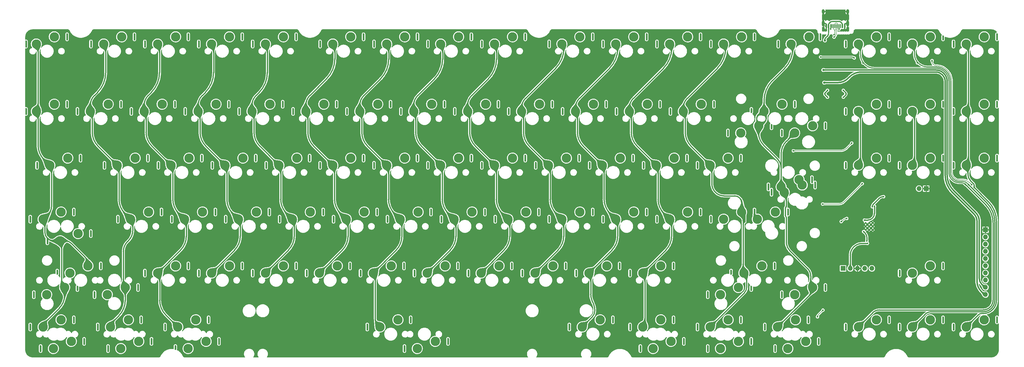
<source format=gtl>
%TF.GenerationSoftware,KiCad,Pcbnew,(6.0.6)*%
%TF.CreationDate,2023-01-04T14:02:57+11:00*%
%TF.ProjectId,slime88,736c696d-6538-4382-9e6b-696361645f70,rev?*%
%TF.SameCoordinates,Original*%
%TF.FileFunction,Copper,L1,Top*%
%TF.FilePolarity,Positive*%
%FSLAX46Y46*%
G04 Gerber Fmt 4.6, Leading zero omitted, Abs format (unit mm)*
G04 Created by KiCad (PCBNEW (6.0.6)) date 2023-01-04 14:02:57*
%MOMM*%
%LPD*%
G01*
G04 APERTURE LIST*
%TA.AperFunction,SMDPad,CuDef*%
%ADD10R,0.600000X1.450000*%
%TD*%
%TA.AperFunction,SMDPad,CuDef*%
%ADD11R,0.300000X1.450000*%
%TD*%
%TA.AperFunction,ComponentPad*%
%ADD12O,1.000000X2.100000*%
%TD*%
%TA.AperFunction,ComponentPad*%
%ADD13O,1.000000X1.600000*%
%TD*%
%TA.AperFunction,ComponentPad*%
%ADD14R,1.700000X1.700000*%
%TD*%
%TA.AperFunction,ComponentPad*%
%ADD15O,1.700000X1.700000*%
%TD*%
%TA.AperFunction,ComponentPad*%
%ADD16C,3.300000*%
%TD*%
%TA.AperFunction,ComponentPad*%
%ADD17C,0.600000*%
%TD*%
%TA.AperFunction,ViaPad*%
%ADD18C,0.600000*%
%TD*%
%TA.AperFunction,ViaPad*%
%ADD19C,0.800000*%
%TD*%
%TA.AperFunction,Conductor*%
%ADD20C,0.400000*%
%TD*%
%TA.AperFunction,Conductor*%
%ADD21C,0.500000*%
%TD*%
%TA.AperFunction,Conductor*%
%ADD22C,0.700000*%
%TD*%
%TA.AperFunction,Conductor*%
%ADD23C,0.250000*%
%TD*%
%TA.AperFunction,Conductor*%
%ADD24C,0.200000*%
%TD*%
%TA.AperFunction,Conductor*%
%ADD25C,0.150000*%
%TD*%
%TA.AperFunction,Conductor*%
%ADD26C,0.300000*%
%TD*%
%TA.AperFunction,Conductor*%
%ADD27C,0.600000*%
%TD*%
G04 APERTURE END LIST*
D10*
%TO.P,J1,A1,GND*%
%TO.N,GND*%
X329096562Y-56407500D03*
%TO.P,J1,A4,VBUS*%
%TO.N,VBUS*%
X328296562Y-56407500D03*
D11*
%TO.P,J1,A5,CC1*%
%TO.N,/CC1*%
X327096562Y-56407500D03*
%TO.P,J1,A6,D+*%
%TO.N,DBUS+*%
X326096562Y-56407500D03*
%TO.P,J1,A7,D-*%
%TO.N,DBUS-*%
X325596562Y-56407500D03*
%TO.P,J1,A8,SBU1*%
%TO.N,unconnected-(J1-PadA8)*%
X324596562Y-56407500D03*
D10*
%TO.P,J1,A9,VBUS*%
%TO.N,VBUS*%
X323396562Y-56407500D03*
%TO.P,J1,A12,GND*%
%TO.N,GND*%
X322596562Y-56407500D03*
%TO.P,J1,B1,GND*%
X322596562Y-56407500D03*
%TO.P,J1,B4,VBUS*%
%TO.N,VBUS*%
X323396562Y-56407500D03*
D11*
%TO.P,J1,B5,CC2*%
%TO.N,/CC2*%
X324096562Y-56407500D03*
%TO.P,J1,B6,D+*%
%TO.N,DBUS+*%
X325096562Y-56407500D03*
%TO.P,J1,B7,D-*%
%TO.N,DBUS-*%
X326596562Y-56407500D03*
%TO.P,J1,B8,SBU2*%
%TO.N,unconnected-(J1-PadB8)*%
X327596562Y-56407500D03*
D10*
%TO.P,J1,B9,VBUS*%
%TO.N,VBUS*%
X328296562Y-56407500D03*
%TO.P,J1,B12,GND*%
%TO.N,GND*%
X329096562Y-56407500D03*
D12*
%TO.P,J1,S1,SHIELD*%
X321526562Y-55492500D03*
D13*
X321526562Y-51312500D03*
D12*
X330166562Y-55492500D03*
D13*
X330166562Y-51312500D03*
%TD*%
D14*
%TO.P,J2,1,Pin_1*%
%TO.N,~{RESET}*%
X328530000Y-142070000D03*
D15*
%TO.P,J2,2,Pin_2*%
%TO.N,+3V3*%
X331070000Y-142070000D03*
%TO.P,J2,3,Pin_3*%
%TO.N,GND*%
X333610000Y-142070000D03*
%TO.P,J2,4,Pin_4*%
%TO.N,SWD*%
X336150000Y-142070000D03*
%TO.P,J2,5,Pin_5*%
%TO.N,SWCLK*%
X338690000Y-142070000D03*
%TD*%
D16*
%TO.P,SW95,1,1*%
%TO.N,COL10*%
X236311562Y-162775000D03*
%TO.P,SW95,2,2*%
%TO.N,Net-(D85-Pad2)*%
X242661562Y-160235000D03*
%TD*%
%TO.P,SW69,1,1*%
%TO.N,COL12*%
X298224062Y-124675000D03*
%TO.P,SW69,2,2*%
%TO.N,Net-(D65-Pad2)*%
X304574062Y-122135000D03*
%TD*%
%TO.P,SW102,1,1*%
%TO.N,COL14*%
X333942812Y-162775000D03*
%TO.P,SW102,2,2*%
%TO.N,Net-(D89-Pad2)*%
X340292812Y-160235000D03*
%TD*%
%TO.P,SW86,1,1*%
%TO.N,COL15*%
X352992812Y-143725000D03*
%TO.P,SW86,2,2*%
%TO.N,Net-(D80-Pad2)*%
X359342812Y-141185000D03*
%TD*%
%TO.P,SW29,1,1*%
%TO.N,COL11*%
X252980312Y-86575000D03*
%TO.P,SW29,2,2*%
%TO.N,Net-(D29-Pad2)*%
X259330312Y-84035000D03*
%TD*%
%TO.P,SW42,1,1*%
%TO.N,COL5*%
X148205312Y-105625000D03*
%TO.P,SW42,2,2*%
%TO.N,Net-(D41-Pad2)*%
X154555312Y-103085000D03*
%TD*%
%TO.P,SW3,1,1*%
%TO.N,COL2*%
X86292812Y-62762500D03*
%TO.P,SW3,2,2*%
%TO.N,Net-(D3-Pad2)*%
X92642812Y-60222500D03*
%TD*%
%TO.P,SW11,1,1*%
%TO.N,COL10*%
X248217812Y-62762500D03*
%TO.P,SW11,2,2*%
%TO.N,Net-(D11-Pad2)*%
X254567812Y-60222500D03*
%TD*%
%TO.P,SW28,1,1*%
%TO.N,COL10*%
X233930312Y-86575000D03*
%TO.P,SW28,2,2*%
%TO.N,Net-(D28-Pad2)*%
X240280312Y-84035000D03*
%TD*%
%TO.P,SW35,1,1*%
%TO.N,COL15*%
X352992812Y-86575000D03*
%TO.P,SW35,2,2*%
%TO.N,Net-(D34-Pad2)*%
X359342812Y-84035000D03*
%TD*%
%TO.P,SW36,1,1*%
%TO.N,COL16*%
X372042812Y-86575000D03*
%TO.P,SW36,2,2*%
%TO.N,Net-(D35-Pad2)*%
X378392812Y-84035000D03*
%TD*%
%TO.P,SW12,1,1*%
%TO.N,COL11*%
X267267812Y-62762500D03*
%TO.P,SW12,2,2*%
%TO.N,Net-(D12-Pad2)*%
X273617812Y-60222500D03*
%TD*%
%TO.P,SW60,1,1*%
%TO.N,COL4*%
X133917812Y-124675000D03*
%TO.P,SW60,2,2*%
%TO.N,Net-(D57-Pad2)*%
X140267812Y-122135000D03*
%TD*%
%TO.P,SW73,1,1*%
%TO.N,COL2*%
X86292812Y-143725000D03*
%TO.P,SW73,2,2*%
%TO.N,Net-(D68-Pad2)*%
X92642812Y-141185000D03*
%TD*%
%TO.P,SW9,1,1*%
%TO.N,COL8*%
X205355312Y-62762500D03*
%TO.P,SW9,2,2*%
%TO.N,Net-(D9-Pad2)*%
X211705312Y-60222500D03*
%TD*%
%TO.P,SW48,1,1*%
%TO.N,COL11*%
X262505312Y-105625000D03*
%TO.P,SW48,2,2*%
%TO.N,Net-(D47-Pad2)*%
X268855312Y-103085000D03*
%TD*%
%TO.P,SW40,1,1*%
%TO.N,COL3*%
X110105312Y-105625000D03*
%TO.P,SW40,2,2*%
%TO.N,Net-(D39-Pad2)*%
X116455312Y-103085000D03*
%TD*%
%TO.P,SW17,1,1*%
%TO.N,COL16*%
X372042812Y-62762500D03*
%TO.P,SW17,2,2*%
%TO.N,Net-(D17-Pad2)*%
X378392812Y-60222500D03*
%TD*%
%TO.P,SW7,1,1*%
%TO.N,COL6*%
X167255312Y-62762500D03*
%TO.P,SW7,2,2*%
%TO.N,Net-(D7-Pad2)*%
X173605312Y-60222500D03*
%TD*%
%TO.P,SW26,1,1*%
%TO.N,COL8*%
X195830312Y-86575000D03*
%TO.P,SW26,2,2*%
%TO.N,Net-(D26-Pad2)*%
X202180312Y-84035000D03*
%TD*%
%TO.P,SW30,1,1*%
%TO.N,COL12*%
X272030312Y-86575000D03*
%TO.P,SW30,2,2*%
%TO.N,Net-(D30-Pad2)*%
X278380312Y-84035000D03*
%TD*%
%TO.P,SW97,1,1*%
%TO.N,Net-(D86-Pad2)*%
X267744062Y-167855000D03*
%TO.P,SW97,2,2*%
%TO.N,COL11*%
X261394062Y-170395000D03*
%TD*%
%TO.P,SW14,1,1*%
%TO.N,COL13*%
X310130312Y-62762500D03*
%TO.P,SW14,2,2*%
%TO.N,Net-(D14-Pad2)*%
X316480312Y-60222500D03*
%TD*%
%TO.P,SW65,1,1*%
%TO.N,COL9*%
X229167812Y-124675000D03*
%TO.P,SW65,2,2*%
%TO.N,Net-(D62-Pad2)*%
X235517812Y-122135000D03*
%TD*%
%TO.P,SW99,1,1*%
%TO.N,Net-(D87-Pad2)*%
X291556562Y-167855000D03*
%TO.P,SW99,2,2*%
%TO.N,COL12*%
X285206562Y-170395000D03*
%TD*%
%TO.P,SW24,1,1*%
%TO.N,COL6*%
X157730312Y-86575000D03*
%TO.P,SW24,2,2*%
%TO.N,Net-(D24-Pad2)*%
X164080312Y-84035000D03*
%TD*%
%TO.P,SW87,1,1*%
%TO.N,COL0*%
X45811562Y-162775000D03*
%TO.P,SW87,2,2*%
%TO.N,Net-(D81-Pad2)*%
X52161562Y-160235000D03*
%TD*%
%TO.P,SW92,1,1*%
%TO.N,Net-(D83-Pad2)*%
X103437812Y-167855000D03*
%TO.P,SW92,2,2*%
%TO.N,COL2*%
X97087812Y-170395000D03*
%TD*%
%TO.P,SW76,1,1*%
%TO.N,COL5*%
X143442812Y-143725000D03*
%TO.P,SW76,2,2*%
%TO.N,Net-(D71-Pad2)*%
X149792812Y-141185000D03*
%TD*%
%TO.P,SW53,1,1*%
%TO.N,COL15*%
X352992812Y-105625000D03*
%TO.P,SW53,2,2*%
%TO.N,Net-(D51-Pad2)*%
X359342812Y-103085000D03*
%TD*%
%TO.P,SW61,1,1*%
%TO.N,COL5*%
X152967812Y-124675000D03*
%TO.P,SW61,2,2*%
%TO.N,Net-(D58-Pad2)*%
X159317812Y-122135000D03*
%TD*%
%TO.P,SW51,1,1*%
%TO.N,COL13*%
X307749062Y-115150000D03*
%TO.P,SW51,2,2*%
%TO.N,Net-(D49-Pad2)*%
X314099062Y-112610000D03*
%TD*%
%TO.P,SW37,1,1*%
%TO.N,COL0*%
X48192812Y-105625000D03*
%TO.P,SW37,2,2*%
%TO.N,Net-(D36-Pad2)*%
X54542812Y-103085000D03*
%TD*%
%TO.P,SW62,1,1*%
%TO.N,COL6*%
X172017812Y-124675000D03*
%TO.P,SW62,2,2*%
%TO.N,Net-(D59-Pad2)*%
X178367812Y-122135000D03*
%TD*%
%TO.P,SW72,1,1*%
%TO.N,COL1*%
X74862812Y-148805000D03*
%TO.P,SW72,2,2*%
%TO.N,Net-(D67-Pad2)*%
X68512812Y-151345000D03*
%TD*%
%TO.P,SW34,1,1*%
%TO.N,COL14*%
X333942812Y-86575000D03*
%TO.P,SW34,2,2*%
%TO.N,Net-(D33-Pad2)*%
X340292812Y-84035000D03*
%TD*%
%TO.P,SW31,1,1*%
%TO.N,COL13*%
X298700312Y-91655000D03*
%TO.P,SW31,2,2*%
%TO.N,Net-(D31-Pad2)*%
X292350312Y-94195000D03*
%TD*%
%TO.P,SW43,1,1*%
%TO.N,COL6*%
X167255312Y-105625000D03*
%TO.P,SW43,2,2*%
%TO.N,Net-(D42-Pad2)*%
X173605312Y-103085000D03*
%TD*%
%TO.P,SW5,1,1*%
%TO.N,COL4*%
X124392812Y-62762500D03*
%TO.P,SW5,2,2*%
%TO.N,Net-(D5-Pad2)*%
X130742812Y-60222500D03*
%TD*%
%TO.P,SW96,1,1*%
%TO.N,COL11*%
X257742812Y-162775000D03*
%TO.P,SW96,2,2*%
%TO.N,Net-(D86-Pad2)*%
X264092812Y-160235000D03*
%TD*%
%TO.P,SW74,1,1*%
%TO.N,COL3*%
X105342812Y-143725000D03*
%TO.P,SW74,2,2*%
%TO.N,Net-(D69-Pad2)*%
X111692812Y-141185000D03*
%TD*%
%TO.P,SW82,1,1*%
%TO.N,COL11*%
X257742812Y-143725000D03*
%TO.P,SW82,2,2*%
%TO.N,Net-(D77-Pad2)*%
X264092812Y-141185000D03*
%TD*%
%TO.P,SW98,1,1*%
%TO.N,COL12*%
X281555312Y-162775000D03*
%TO.P,SW98,2,2*%
%TO.N,Net-(D87-Pad2)*%
X287905312Y-160235000D03*
%TD*%
%TO.P,SW49,1,1*%
%TO.N,COL12*%
X281555312Y-105625000D03*
%TO.P,SW49,2,2*%
%TO.N,Net-(D48-Pad2)*%
X287905312Y-103085000D03*
%TD*%
%TO.P,SW89,1,1*%
%TO.N,COL1*%
X69624062Y-162775000D03*
%TO.P,SW89,2,2*%
%TO.N,Net-(D82-Pad2)*%
X75974062Y-160235000D03*
%TD*%
%TO.P,SW58,1,1*%
%TO.N,COL2*%
X95817812Y-124675000D03*
%TO.P,SW58,2,2*%
%TO.N,Net-(D55-Pad2)*%
X102167812Y-122135000D03*
%TD*%
%TO.P,SW75,1,1*%
%TO.N,COL4*%
X124392812Y-143725000D03*
%TO.P,SW75,2,2*%
%TO.N,Net-(D70-Pad2)*%
X130742812Y-141185000D03*
%TD*%
%TO.P,SW2,1,1*%
%TO.N,COL1*%
X67242812Y-62762500D03*
%TO.P,SW2,2,2*%
%TO.N,Net-(D2-Pad2)*%
X73592812Y-60222500D03*
%TD*%
%TO.P,SW32,1,1*%
%TO.N,COL13*%
X300605312Y-86575000D03*
%TO.P,SW32,2,2*%
%TO.N,Net-(D31-Pad2)*%
X306955312Y-84035000D03*
%TD*%
%TO.P,SW80,1,1*%
%TO.N,COL9*%
X219642812Y-143725000D03*
%TO.P,SW80,2,2*%
%TO.N,Net-(D75-Pad2)*%
X225992812Y-141185000D03*
%TD*%
%TO.P,SW56,1,1*%
%TO.N,Net-(D53-Pad2)*%
X58194062Y-129755000D03*
%TO.P,SW56,2,2*%
%TO.N,COL0*%
X51844062Y-132295000D03*
%TD*%
%TO.P,SW66,1,1*%
%TO.N,COL10*%
X248217812Y-124675000D03*
%TO.P,SW66,2,2*%
%TO.N,Net-(D63-Pad2)*%
X254567812Y-122135000D03*
%TD*%
D17*
%TO.P,U2,57,GND*%
%TO.N,GND*%
X336477812Y-125940000D03*
X336477812Y-127215000D03*
X339027812Y-127215000D03*
X339027812Y-125940000D03*
X337752812Y-128490000D03*
X336477812Y-128490000D03*
X339027812Y-128490000D03*
X337752812Y-125940000D03*
X337752812Y-127215000D03*
%TD*%
D16*
%TO.P,SW22,1,1*%
%TO.N,COL4*%
X119630312Y-86575000D03*
%TO.P,SW22,2,2*%
%TO.N,Net-(D22-Pad2)*%
X125980312Y-84035000D03*
%TD*%
%TO.P,SW4,1,1*%
%TO.N,COL3*%
X105342812Y-62762500D03*
%TO.P,SW4,2,2*%
%TO.N,Net-(D4-Pad2)*%
X111692812Y-60222500D03*
%TD*%
%TO.P,SW84,1,1*%
%TO.N,COL12*%
X293461562Y-143725000D03*
%TO.P,SW84,2,2*%
%TO.N,Net-(D78-Pad2)*%
X299811562Y-141185000D03*
%TD*%
%TO.P,SW45,1,1*%
%TO.N,COL8*%
X205355312Y-105625000D03*
%TO.P,SW45,2,2*%
%TO.N,Net-(D44-Pad2)*%
X211705312Y-103085000D03*
%TD*%
%TO.P,SW78,1,1*%
%TO.N,COL7*%
X181542812Y-143725000D03*
%TO.P,SW78,2,2*%
%TO.N,Net-(D73-Pad2)*%
X187892812Y-141185000D03*
%TD*%
%TO.P,SW16,1,1*%
%TO.N,COL15*%
X352992812Y-62762500D03*
%TO.P,SW16,2,2*%
%TO.N,Net-(D16-Pad2)*%
X359342812Y-60222500D03*
%TD*%
%TO.P,SW104,1,1*%
%TO.N,COL16*%
X372042812Y-162775000D03*
%TO.P,SW104,2,2*%
%TO.N,Net-(D91-Pad2)*%
X378392812Y-160235000D03*
%TD*%
%TO.P,SW59,1,1*%
%TO.N,COL3*%
X114867812Y-124675000D03*
%TO.P,SW59,2,2*%
%TO.N,Net-(D56-Pad2)*%
X121217812Y-122135000D03*
%TD*%
%TO.P,SW79,1,1*%
%TO.N,COL8*%
X200592812Y-143725000D03*
%TO.P,SW79,2,2*%
%TO.N,Net-(D74-Pad2)*%
X206942812Y-141185000D03*
%TD*%
%TO.P,SW47,1,1*%
%TO.N,COL10*%
X243455312Y-105625000D03*
%TO.P,SW47,2,2*%
%TO.N,Net-(D46-Pad2)*%
X249805312Y-103085000D03*
%TD*%
%TO.P,SW25,1,1*%
%TO.N,COL7*%
X176780312Y-86575000D03*
%TO.P,SW25,2,2*%
%TO.N,Net-(D25-Pad2)*%
X183130312Y-84035000D03*
%TD*%
%TO.P,SW44,1,1*%
%TO.N,COL7*%
X186305312Y-105625000D03*
%TO.P,SW44,2,2*%
%TO.N,Net-(D43-Pad2)*%
X192655312Y-103085000D03*
%TD*%
%TO.P,SW13,1,1*%
%TO.N,COL12*%
X286317812Y-62762500D03*
%TO.P,SW13,2,2*%
%TO.N,Net-(D13-Pad2)*%
X292667812Y-60222500D03*
%TD*%
%TO.P,SW77,1,1*%
%TO.N,COL6*%
X162492812Y-143725000D03*
%TO.P,SW77,2,2*%
%TO.N,Net-(D72-Pad2)*%
X168842812Y-141185000D03*
%TD*%
%TO.P,SW83,1,1*%
%TO.N,Net-(D78-Pad2)*%
X291556562Y-148805000D03*
%TO.P,SW83,2,2*%
%TO.N,COL12*%
X285206562Y-151345000D03*
%TD*%
%TO.P,SW63,1,1*%
%TO.N,COL7*%
X191067812Y-124675000D03*
%TO.P,SW63,2,2*%
%TO.N,Net-(D60-Pad2)*%
X197417812Y-122135000D03*
%TD*%
%TO.P,SW52,1,1*%
%TO.N,COL14*%
X333942812Y-105625000D03*
%TO.P,SW52,2,2*%
%TO.N,Net-(D50-Pad2)*%
X340292812Y-103085000D03*
%TD*%
%TO.P,SW46,1,1*%
%TO.N,COL9*%
X224405312Y-105625000D03*
%TO.P,SW46,2,2*%
%TO.N,Net-(D45-Pad2)*%
X230755312Y-103085000D03*
%TD*%
%TO.P,SW23,1,1*%
%TO.N,COL5*%
X138680312Y-86575000D03*
%TO.P,SW23,2,2*%
%TO.N,Net-(D23-Pad2)*%
X145030312Y-84035000D03*
%TD*%
%TO.P,SW101,1,1*%
%TO.N,Net-(D88-Pad2)*%
X315369062Y-167855000D03*
%TO.P,SW101,2,2*%
%TO.N,COL13*%
X309019062Y-170395000D03*
%TD*%
%TO.P,SW55,1,1*%
%TO.N,COL0*%
X45811562Y-124675000D03*
%TO.P,SW55,2,2*%
%TO.N,Net-(D53-Pad2)*%
X52161562Y-122135000D03*
%TD*%
%TO.P,SW38,1,1*%
%TO.N,COL1*%
X72005312Y-105625000D03*
%TO.P,SW38,2,2*%
%TO.N,Net-(D37-Pad2)*%
X78355312Y-103085000D03*
%TD*%
%TO.P,SW21,1,1*%
%TO.N,COL3*%
X100580312Y-86575000D03*
%TO.P,SW21,2,2*%
%TO.N,Net-(D21-Pad2)*%
X106930312Y-84035000D03*
%TD*%
%TO.P,SW15,1,1*%
%TO.N,COL14*%
X333942812Y-62762500D03*
%TO.P,SW15,2,2*%
%TO.N,Net-(D15-Pad2)*%
X340292812Y-60222500D03*
%TD*%
%TO.P,SW81,1,1*%
%TO.N,COL10*%
X238692812Y-143725000D03*
%TO.P,SW81,2,2*%
%TO.N,Net-(D76-Pad2)*%
X245042812Y-141185000D03*
%TD*%
%TO.P,SW8,1,1*%
%TO.N,COL7*%
X186305312Y-62762500D03*
%TO.P,SW8,2,2*%
%TO.N,Net-(D8-Pad2)*%
X192655312Y-60222500D03*
%TD*%
%TO.P,SW70,1,1*%
%TO.N,COL0*%
X53431562Y-148805000D03*
%TO.P,SW70,2,2*%
%TO.N,Net-(D66-Pad2)*%
X47081562Y-151345000D03*
%TD*%
%TO.P,SW19,1,1*%
%TO.N,COL1*%
X62480312Y-86575000D03*
%TO.P,SW19,2,2*%
%TO.N,Net-(D19-Pad2)*%
X68830312Y-84035000D03*
%TD*%
%TO.P,SW68,1,1*%
%TO.N,Net-(D65-Pad2)*%
X286317812Y-124675000D03*
%TO.P,SW68,2,2*%
%TO.N,COL12*%
X292667812Y-122135000D03*
%TD*%
%TO.P,SW6,1,1*%
%TO.N,COL5*%
X148205312Y-62762500D03*
%TO.P,SW6,2,2*%
%TO.N,Net-(D6-Pad2)*%
X154555312Y-60222500D03*
%TD*%
%TO.P,SW50,1,1*%
%TO.N,Net-(D49-Pad2)*%
X312987812Y-110705000D03*
%TO.P,SW50,2,2*%
%TO.N,COL13*%
X306637812Y-113245000D03*
%TD*%
%TO.P,SW1,1,1*%
%TO.N,COL0*%
X43430312Y-62762500D03*
%TO.P,SW1,2,2*%
%TO.N,Net-(D1-Pad2)*%
X49780312Y-60222500D03*
%TD*%
%TO.P,SW64,1,1*%
%TO.N,COL8*%
X210117812Y-124675000D03*
%TO.P,SW64,2,2*%
%TO.N,Net-(D61-Pad2)*%
X216467812Y-122135000D03*
%TD*%
%TO.P,SW10,1,1*%
%TO.N,COL9*%
X229167812Y-62762500D03*
%TO.P,SW10,2,2*%
%TO.N,Net-(D10-Pad2)*%
X235517812Y-60222500D03*
%TD*%
D14*
%TO.P,J4,1,Pin_1*%
%TO.N,GND*%
X378845312Y-128457500D03*
D15*
%TO.P,J4,2,Pin_2*%
%TO.N,GPIO4*%
X378845312Y-130997500D03*
%TO.P,J4,3,Pin_3*%
%TO.N,GPIO5*%
X378845312Y-133537500D03*
%TO.P,J4,4,Pin_4*%
%TO.N,GPIO6*%
X378845312Y-136077500D03*
%TO.P,J4,5,Pin_5*%
%TO.N,GPIO7*%
X378845312Y-138617500D03*
%TO.P,J4,6,Pin_6*%
%TO.N,GPIO8*%
X378845312Y-141157500D03*
%TO.P,J4,7,Pin_7*%
%TO.N,GPIO9*%
X378845312Y-143697500D03*
%TO.P,J4,8,Pin_8*%
%TO.N,GPIO10*%
X378845312Y-146237500D03*
%TO.P,J4,9,Pin_9*%
%TO.N,+5V*%
X378845312Y-148777500D03*
%TO.P,J4,10,Pin_10*%
%TO.N,+3V3*%
X378845312Y-151317500D03*
%TD*%
D16*
%TO.P,SW71,1,1*%
%TO.N,Net-(D66-Pad2)*%
X55336562Y-143725000D03*
%TO.P,SW71,2,2*%
%TO.N,COL0*%
X61686562Y-141185000D03*
%TD*%
%TO.P,SW33,1,1*%
%TO.N,Net-(D32-Pad2)*%
X317750312Y-91655000D03*
%TO.P,SW33,2,2*%
%TO.N,COL13*%
X311400312Y-94195000D03*
%TD*%
%TO.P,SW93,1,1*%
%TO.N,COL6*%
X164874062Y-162775000D03*
%TO.P,SW93,2,2*%
%TO.N,Net-(D84-Pad2)*%
X171224062Y-160235000D03*
%TD*%
D14*
%TO.P,SW0,1,1*%
%TO.N,GND*%
X357910000Y-113870000D03*
D15*
%TO.P,SW0,2,2*%
%TO.N,/~{USB_BOOT}*%
X355370000Y-113870000D03*
%TD*%
D16*
%TO.P,SW103,1,1*%
%TO.N,COL15*%
X352992812Y-162775000D03*
%TO.P,SW103,2,2*%
%TO.N,Net-(D90-Pad2)*%
X359342812Y-160235000D03*
%TD*%
%TO.P,SW67,1,1*%
%TO.N,COL11*%
X267267812Y-124675000D03*
%TO.P,SW67,2,2*%
%TO.N,Net-(D64-Pad2)*%
X273617812Y-122135000D03*
%TD*%
%TO.P,SW88,1,1*%
%TO.N,Net-(D81-Pad2)*%
X55812812Y-167855000D03*
%TO.P,SW88,2,2*%
%TO.N,COL0*%
X49462812Y-170395000D03*
%TD*%
%TO.P,SW57,1,1*%
%TO.N,COL1*%
X76767812Y-124675000D03*
%TO.P,SW57,2,2*%
%TO.N,Net-(D54-Pad2)*%
X83117812Y-122135000D03*
%TD*%
%TO.P,SW85,1,1*%
%TO.N,COL13*%
X317750312Y-148805000D03*
%TO.P,SW85,2,2*%
%TO.N,Net-(D79-Pad2)*%
X311400312Y-151345000D03*
%TD*%
%TO.P,SW39,1,1*%
%TO.N,COL2*%
X91055312Y-105625000D03*
%TO.P,SW39,2,2*%
%TO.N,Net-(D38-Pad2)*%
X97405312Y-103085000D03*
%TD*%
%TO.P,SW90,1,1*%
%TO.N,Net-(D82-Pad2)*%
X79625312Y-167855000D03*
%TO.P,SW90,2,2*%
%TO.N,COL1*%
X73275312Y-170395000D03*
%TD*%
%TO.P,SW20,1,1*%
%TO.N,COL2*%
X81530312Y-86575000D03*
%TO.P,SW20,2,2*%
%TO.N,Net-(D20-Pad2)*%
X87880312Y-84035000D03*
%TD*%
%TO.P,SW18,1,1*%
%TO.N,COL0*%
X43430312Y-86575000D03*
%TO.P,SW18,2,2*%
%TO.N,Net-(D18-Pad2)*%
X49780312Y-84035000D03*
%TD*%
%TO.P,SW91,1,1*%
%TO.N,COL2*%
X93436562Y-162775000D03*
%TO.P,SW91,2,2*%
%TO.N,Net-(D83-Pad2)*%
X99786562Y-160235000D03*
%TD*%
%TO.P,SW100,1,1*%
%TO.N,COL13*%
X305367812Y-162775000D03*
%TO.P,SW100,2,2*%
%TO.N,Net-(D88-Pad2)*%
X311717812Y-160235000D03*
%TD*%
%TO.P,SW94,1,1*%
%TO.N,Net-(D84-Pad2)*%
X184400312Y-167855000D03*
%TO.P,SW94,2,2*%
%TO.N,COL6*%
X178050312Y-170395000D03*
%TD*%
%TO.P,SW54,1,1*%
%TO.N,COL16*%
X372042812Y-105625000D03*
%TO.P,SW54,2,2*%
%TO.N,Net-(D52-Pad2)*%
X378392812Y-103085000D03*
%TD*%
%TO.P,SW27,1,1*%
%TO.N,COL9*%
X214880312Y-86575000D03*
%TO.P,SW27,2,2*%
%TO.N,Net-(D27-Pad2)*%
X221230312Y-84035000D03*
%TD*%
%TO.P,SW41,1,1*%
%TO.N,COL4*%
X129155312Y-105625000D03*
%TO.P,SW41,2,2*%
%TO.N,Net-(D40-Pad2)*%
X135505312Y-103085000D03*
%TD*%
D18*
%TO.N,*%
X328620312Y-81552500D03*
X329520312Y-80342500D03*
X328610312Y-79142500D03*
X323010312Y-79142500D03*
X323010312Y-81552500D03*
X322100312Y-80352500D03*
%TO.N,+1V1*%
X336050312Y-125002500D03*
X336950312Y-132402500D03*
X335780312Y-129082500D03*
X339630000Y-120100000D03*
D19*
%TO.N,GND*%
X276320312Y-142712500D03*
D18*
X59310312Y-165452500D03*
D19*
X328490312Y-60832500D03*
D18*
X327020312Y-75542500D03*
D19*
X316110312Y-74092500D03*
X139510312Y-64612500D03*
D18*
X326980312Y-63952500D03*
D19*
X360430312Y-77682500D03*
D18*
X368860312Y-118172500D03*
D19*
X185970312Y-80962500D03*
X243120312Y-80962500D03*
X99300312Y-151772500D03*
X335180000Y-135590000D03*
D18*
X322630312Y-101232500D03*
D19*
X340030000Y-117310000D03*
D18*
X327920312Y-118432500D03*
X324620312Y-59932500D03*
X344060312Y-124402500D03*
D19*
X330770312Y-123382500D03*
D18*
X323390312Y-72812500D03*
X327010312Y-77262500D03*
D19*
X349850312Y-69662500D03*
D18*
X327120312Y-70992500D03*
X318780312Y-165492500D03*
X342720000Y-136700000D03*
X329180312Y-117272500D03*
X353990312Y-73522500D03*
D19*
X369800312Y-98922500D03*
D18*
X322920312Y-66602500D03*
X322610312Y-99792500D03*
X366960312Y-116272500D03*
D19*
X177600312Y-116252500D03*
D18*
X341760000Y-139000000D03*
X327010312Y-101232500D03*
D19*
X347110312Y-132592500D03*
X310900312Y-87122500D03*
D18*
X323390312Y-71092500D03*
D19*
X369070312Y-123512500D03*
X320120312Y-113442500D03*
X331890312Y-77682500D03*
X330751674Y-124315500D03*
D18*
X337880000Y-133630000D03*
D19*
X365020312Y-65662500D03*
D18*
X322330312Y-74872500D03*
X327020312Y-66602500D03*
D19*
X348180312Y-113452500D03*
D18*
X330630312Y-128482500D03*
X337760312Y-116942500D03*
X335720000Y-120520000D03*
X323390312Y-77272500D03*
D19*
X328210312Y-112512500D03*
X224070312Y-80962500D03*
D18*
X375000312Y-126352500D03*
X322350312Y-73712500D03*
X295250312Y-165582500D03*
D19*
X341310312Y-171092500D03*
D18*
X364100312Y-111662500D03*
X333460312Y-114972500D03*
D19*
X318030312Y-134522500D03*
X321780312Y-122852500D03*
X219810312Y-64552500D03*
X321390312Y-153312500D03*
X109770312Y-80962500D03*
X321537812Y-59762500D03*
X287330312Y-133112500D03*
D18*
X327120312Y-72922500D03*
D19*
X296410312Y-105832500D03*
D18*
X324650312Y-63972500D03*
X363750312Y-92622500D03*
X324600312Y-99792500D03*
D19*
X356802812Y-154202500D03*
D18*
X327030312Y-82842500D03*
X335170312Y-113272500D03*
D19*
X147870312Y-80962500D03*
D18*
X334770312Y-73522500D03*
D19*
X358370312Y-97242500D03*
D18*
X332460312Y-113972500D03*
D19*
X346070312Y-164172500D03*
X369820312Y-70552500D03*
X361090312Y-135532500D03*
X58420312Y-64552500D03*
D18*
X355620312Y-73522500D03*
D19*
X218820312Y-165242500D03*
D18*
X271290312Y-165452500D03*
X327030312Y-85602500D03*
X327020312Y-68122500D03*
D19*
X250960312Y-152072500D03*
X90720312Y-80962500D03*
X338980000Y-117310000D03*
X179240312Y-160892500D03*
X71670312Y-80962500D03*
X281220312Y-80962500D03*
D18*
X335320312Y-116942500D03*
X342850000Y-115750000D03*
D19*
X281700000Y-119240000D03*
X128820312Y-80962500D03*
X378860312Y-123342500D03*
D18*
X323630312Y-68122500D03*
D19*
X101920312Y-115092500D03*
D18*
X336390312Y-73522500D03*
D19*
X216610312Y-137322500D03*
X166920312Y-80962500D03*
D18*
X326590312Y-59952500D03*
D19*
X79080312Y-134522500D03*
X368780312Y-113132500D03*
X378490312Y-154102500D03*
D18*
X374350312Y-131612500D03*
D19*
X342000312Y-77682500D03*
X323230312Y-61072500D03*
D18*
X324610312Y-101232500D03*
X337470312Y-120592500D03*
D19*
X205020312Y-80962500D03*
D18*
X324600312Y-85602500D03*
D19*
X330930312Y-154672500D03*
X262170312Y-80962500D03*
X323160312Y-141842500D03*
X120980312Y-166222500D03*
X139340312Y-137542500D03*
D18*
X328940312Y-119452500D03*
X107010312Y-165492500D03*
D19*
X358000312Y-120462500D03*
D18*
X83350312Y-165532500D03*
X337440000Y-139290000D03*
D19*
X337010312Y-103522500D03*
D18*
X324600312Y-66602500D03*
D19*
X235320312Y-115312500D03*
X41930312Y-156932500D03*
D18*
X327020312Y-99802500D03*
D19*
X298510312Y-129872500D03*
X300890312Y-155802500D03*
X298810312Y-83212500D03*
D18*
X323390312Y-75552500D03*
X344890312Y-128462500D03*
D19*
X333990312Y-120072500D03*
D18*
X334170312Y-112282500D03*
D19*
X48220312Y-99462500D03*
X301210312Y-65112500D03*
X305750000Y-145240000D03*
D18*
X330170312Y-118272500D03*
X324600312Y-68122500D03*
X363760312Y-90892500D03*
D19*
X362880312Y-105772500D03*
D18*
X363780312Y-109932500D03*
X319810312Y-68542500D03*
%TO.N,+3V3*%
X337150312Y-133262500D03*
D19*
X321877812Y-76415000D03*
D18*
X342860000Y-116710000D03*
X338850312Y-120312500D03*
D19*
%TO.N,+5V*%
X321560312Y-71952500D03*
%TO.N,VBUS*%
X322087812Y-61502500D03*
D18*
%TO.N,/CC1*%
X327110312Y-57512500D03*
%TO.N,DBUS+*%
X325350312Y-59532500D03*
%TO.N,DBUS-*%
X325350312Y-60332500D03*
%TO.N,/CC2*%
X324097812Y-57492500D03*
%TO.N,ROW0*%
X332470312Y-67712500D03*
X320610312Y-67362500D03*
X374000000Y-112530000D03*
X359980312Y-68642500D03*
%TO.N,Net-(D1-Pad2)*%
X54297812Y-61162500D03*
X54297812Y-59282500D03*
%TO.N,Net-(D2-Pad2)*%
X78110312Y-59282500D03*
X78110312Y-61162500D03*
%TO.N,Net-(D3-Pad2)*%
X97160312Y-61162500D03*
X97160312Y-59282500D03*
%TO.N,Net-(D4-Pad2)*%
X116210312Y-61162500D03*
X116210312Y-59282500D03*
%TO.N,Net-(D5-Pad2)*%
X135260312Y-61162500D03*
X135260312Y-59282500D03*
%TO.N,Net-(D6-Pad2)*%
X159072812Y-61162500D03*
X159072812Y-59282500D03*
%TO.N,Net-(D7-Pad2)*%
X178122812Y-59282500D03*
X178122812Y-61162500D03*
%TO.N,Net-(D8-Pad2)*%
X197172812Y-61162500D03*
X197172812Y-59282500D03*
%TO.N,Net-(D9-Pad2)*%
X216222812Y-61162500D03*
X216222812Y-59282500D03*
%TO.N,Net-(D10-Pad2)*%
X240035312Y-61162500D03*
X240035312Y-59282500D03*
%TO.N,Net-(D11-Pad2)*%
X259085312Y-59282500D03*
X259085312Y-61162500D03*
%TO.N,Net-(D12-Pad2)*%
X278135312Y-61162500D03*
X278135312Y-59282500D03*
%TO.N,Net-(D13-Pad2)*%
X297185312Y-61162500D03*
X297185312Y-59282500D03*
%TO.N,Net-(D14-Pad2)*%
X320500312Y-59282500D03*
X320500312Y-61162500D03*
%TO.N,Net-(D15-Pad2)*%
X344810312Y-61162500D03*
X344810312Y-59282500D03*
%TO.N,Net-(D16-Pad2)*%
X363860312Y-61162500D03*
X363860312Y-60012500D03*
%TO.N,Net-(D17-Pad2)*%
X382910312Y-61162500D03*
X382910312Y-59282500D03*
%TO.N,ROW1*%
X310970312Y-100512500D03*
X331610312Y-97802500D03*
%TO.N,Net-(D18-Pad2)*%
X54297812Y-84975000D03*
X54297812Y-83095000D03*
%TO.N,Net-(D19-Pad2)*%
X73347812Y-84975000D03*
X73347812Y-83095000D03*
%TO.N,Net-(D20-Pad2)*%
X92397812Y-83095000D03*
X92397812Y-84975000D03*
%TO.N,Net-(D21-Pad2)*%
X111447812Y-83095000D03*
X111447812Y-84975000D03*
%TO.N,Net-(D22-Pad2)*%
X130497812Y-84975000D03*
X130497812Y-83095000D03*
%TO.N,Net-(D23-Pad2)*%
X149547812Y-83095000D03*
X149547812Y-84975000D03*
%TO.N,Net-(D24-Pad2)*%
X168597812Y-84975000D03*
X168597812Y-83095000D03*
%TO.N,Net-(D25-Pad2)*%
X187647812Y-84975000D03*
X187647812Y-83095000D03*
%TO.N,Net-(D26-Pad2)*%
X206697812Y-84975000D03*
X206697812Y-83095000D03*
%TO.N,Net-(D27-Pad2)*%
X225747812Y-83095000D03*
X225747812Y-84975000D03*
%TO.N,Net-(D28-Pad2)*%
X244797812Y-84975000D03*
X244797812Y-83095000D03*
%TO.N,Net-(D29-Pad2)*%
X263847812Y-84975000D03*
X263847812Y-83095000D03*
%TO.N,Net-(D30-Pad2)*%
X282897812Y-84975000D03*
X282897812Y-83095000D03*
%TO.N,Net-(D33-Pad2)*%
X344810312Y-84975000D03*
X344810312Y-83095000D03*
%TO.N,Net-(D34-Pad2)*%
X363860312Y-84975000D03*
X363860312Y-83095000D03*
%TO.N,Net-(D35-Pad2)*%
X382910312Y-84975000D03*
X382910312Y-83095000D03*
%TO.N,ROW2*%
X335290312Y-112152500D03*
X321300000Y-119340000D03*
%TO.N,Net-(D36-Pad2)*%
X59060312Y-102145000D03*
X59060312Y-104025000D03*
%TO.N,Net-(D37-Pad2)*%
X82872812Y-104025000D03*
X82872812Y-102145000D03*
%TO.N,Net-(D38-Pad2)*%
X101922812Y-102145000D03*
X101922812Y-104025000D03*
%TO.N,Net-(D39-Pad2)*%
X120972812Y-104025000D03*
X120972812Y-102145000D03*
%TO.N,Net-(D40-Pad2)*%
X140022812Y-102145000D03*
X140022812Y-104025000D03*
%TO.N,Net-(D41-Pad2)*%
X159072812Y-104025000D03*
X159072812Y-102145000D03*
%TO.N,Net-(D42-Pad2)*%
X178122812Y-102145000D03*
X178122812Y-104025000D03*
%TO.N,Net-(D43-Pad2)*%
X197172812Y-104025000D03*
X197172812Y-102145000D03*
%TO.N,Net-(D44-Pad2)*%
X216222812Y-104025000D03*
X216222812Y-102145000D03*
%TO.N,Net-(D45-Pad2)*%
X235272812Y-102145000D03*
X235272812Y-104025000D03*
%TO.N,Net-(D46-Pad2)*%
X254322812Y-102145000D03*
X254322812Y-104025000D03*
%TO.N,Net-(D47-Pad2)*%
X273372812Y-102145000D03*
X273372812Y-104025000D03*
%TO.N,Net-(D48-Pad2)*%
X292422812Y-102145000D03*
X292422812Y-104025000D03*
%TO.N,Net-(D49-Pad2)*%
X318616562Y-111670000D03*
X318616562Y-113550000D03*
X317500312Y-109765000D03*
X317500312Y-111645000D03*
%TO.N,Net-(D50-Pad2)*%
X344810312Y-104025000D03*
X344810312Y-102145000D03*
%TO.N,Net-(D51-Pad2)*%
X363860312Y-104025000D03*
X363860312Y-102145000D03*
%TO.N,Net-(D52-Pad2)*%
X382910312Y-104025000D03*
X382910312Y-102145000D03*
%TO.N,ROW3*%
X329840312Y-124412500D03*
X327860312Y-125502500D03*
%TO.N,Net-(D53-Pad2)*%
X62706562Y-130695000D03*
X62706562Y-128815000D03*
X56679062Y-123075000D03*
X56679062Y-121195000D03*
%TO.N,Net-(D54-Pad2)*%
X87635312Y-121195000D03*
X87635312Y-123075000D03*
%TO.N,Net-(D55-Pad2)*%
X106685312Y-123075000D03*
X106685312Y-121195000D03*
%TO.N,Net-(D56-Pad2)*%
X125735312Y-121195000D03*
X125735312Y-123075000D03*
%TO.N,Net-(D57-Pad2)*%
X144785312Y-123075000D03*
X144785312Y-121195000D03*
%TO.N,Net-(D58-Pad2)*%
X163835312Y-123075000D03*
X163835312Y-121195000D03*
%TO.N,Net-(D59-Pad2)*%
X182885312Y-121195000D03*
X182885312Y-123075000D03*
%TO.N,Net-(D60-Pad2)*%
X201935312Y-123075000D03*
X201935312Y-121195000D03*
%TO.N,Net-(D61-Pad2)*%
X220985312Y-123075000D03*
X220985312Y-121195000D03*
%TO.N,Net-(D62-Pad2)*%
X240035312Y-123075000D03*
X240035312Y-121195000D03*
%TO.N,Net-(D63-Pad2)*%
X259085312Y-121195000D03*
X259085312Y-123075000D03*
%TO.N,Net-(D64-Pad2)*%
X278135312Y-121195000D03*
X278135312Y-123075000D03*
%TO.N,Net-(D65-Pad2)*%
X309091562Y-121195000D03*
X281805312Y-123735000D03*
X309091562Y-123075000D03*
X281805312Y-125615000D03*
%TO.N,Net-(D66-Pad2)*%
X50824062Y-142785000D03*
X42564062Y-150405000D03*
X50824062Y-144022500D03*
X42564062Y-152285000D03*
%TO.N,Net-(D67-Pad2)*%
X63995312Y-152285000D03*
X63995312Y-150405000D03*
%TO.N,Net-(D68-Pad2)*%
X97160312Y-140245000D03*
X97160312Y-142125000D03*
%TO.N,Net-(D69-Pad2)*%
X116210312Y-140245000D03*
X116210312Y-142125000D03*
%TO.N,Net-(D70-Pad2)*%
X135260312Y-140245000D03*
X135260312Y-142125000D03*
%TO.N,Net-(D71-Pad2)*%
X154310312Y-142125000D03*
X154310312Y-140245000D03*
%TO.N,Net-(D72-Pad2)*%
X173360312Y-142125000D03*
X173360312Y-140245000D03*
%TO.N,Net-(D73-Pad2)*%
X192410312Y-140245000D03*
X192410312Y-142125000D03*
%TO.N,Net-(D74-Pad2)*%
X211460312Y-142125000D03*
X211460312Y-140245000D03*
%TO.N,Net-(D75-Pad2)*%
X230510312Y-142125000D03*
X230510312Y-140245000D03*
%TO.N,Net-(D76-Pad2)*%
X249560312Y-140245000D03*
X249560312Y-142125000D03*
%TO.N,Net-(D77-Pad2)*%
X268610312Y-140245000D03*
X268610312Y-142125000D03*
%TO.N,Net-(D78-Pad2)*%
X304329062Y-142125000D03*
X304329062Y-140245000D03*
X296069062Y-149745000D03*
X296069062Y-148507500D03*
%TO.N,Net-(D79-Pad2)*%
X306882812Y-150405000D03*
X306882812Y-152285000D03*
%TO.N,Net-(D80-Pad2)*%
X363860312Y-142125000D03*
X363860312Y-140245000D03*
%TO.N,ROW5*%
X319500000Y-159190000D03*
X321420000Y-156830000D03*
%TO.N,Net-(D81-Pad2)*%
X60325312Y-168795000D03*
X56679062Y-161175000D03*
X56679062Y-159295000D03*
X60325312Y-166915000D03*
%TO.N,Net-(D82-Pad2)*%
X80491562Y-161175000D03*
X84137812Y-168795000D03*
X80491562Y-159295000D03*
X84137812Y-166915000D03*
%TO.N,Net-(D83-Pad2)*%
X107950312Y-168795000D03*
X104304062Y-159295000D03*
X104304062Y-161175000D03*
X107950312Y-166915000D03*
%TO.N,Net-(D84-Pad2)*%
X188912812Y-168795000D03*
X175741562Y-161175000D03*
X188912812Y-166915000D03*
X175741562Y-159295000D03*
%TO.N,Net-(D85-Pad2)*%
X247179062Y-159295000D03*
X247179062Y-161175000D03*
%TO.N,Net-(D86-Pad2)*%
X272256562Y-166915000D03*
X268610312Y-159295000D03*
X272256562Y-168795000D03*
X268610312Y-161175000D03*
%TO.N,Net-(D87-Pad2)*%
X292422812Y-161175000D03*
X292422812Y-159295000D03*
X296069062Y-168795000D03*
X296069062Y-166915000D03*
%TO.N,Net-(D88-Pad2)*%
X316235312Y-161175000D03*
X316235312Y-159295000D03*
X319881562Y-166915000D03*
X319881562Y-168795000D03*
%TO.N,Net-(D89-Pad2)*%
X344810312Y-161175000D03*
X344810312Y-159295000D03*
%TO.N,Net-(D90-Pad2)*%
X363860312Y-159295000D03*
X363860312Y-161175000D03*
%TO.N,Net-(D91-Pad2)*%
X382910312Y-159295000D03*
X382910312Y-161175000D03*
%TO.N,COL0*%
X47326562Y-133235000D03*
X41299062Y-161835000D03*
X39810312Y-61822500D03*
X66204062Y-140245000D03*
X41299062Y-125615000D03*
X47326562Y-131355000D03*
X41299062Y-123735000D03*
X39810312Y-63702500D03*
X41299062Y-163715000D03*
X44945312Y-169455000D03*
X44945312Y-171335000D03*
X57944062Y-148507500D03*
X66204062Y-142125000D03*
X43680312Y-104685000D03*
X39810312Y-87515000D03*
X39810312Y-85635000D03*
X57944062Y-149745000D03*
X43680312Y-106565000D03*
%TO.N,COL2*%
X91305312Y-123735000D03*
X77017812Y-85635000D03*
X81780312Y-142785000D03*
X81780312Y-63702500D03*
X81780312Y-144665000D03*
X81780312Y-61822500D03*
X88924062Y-161835000D03*
X92570312Y-170552500D03*
X86542812Y-104685000D03*
X86542812Y-106565000D03*
X91305312Y-125615000D03*
X92570312Y-169455000D03*
X77017812Y-87515000D03*
X88924062Y-163715000D03*
%TO.N,COL3*%
X105592812Y-104685000D03*
X100830312Y-61822500D03*
X96067812Y-85635000D03*
X96067812Y-87515000D03*
X100830312Y-63702500D03*
X110355312Y-125615000D03*
X100830312Y-142785000D03*
X105592812Y-106565000D03*
X110355312Y-123735000D03*
X100830312Y-144665000D03*
%TO.N,COL4*%
X115117812Y-85635000D03*
X119880312Y-61822500D03*
X124642812Y-104685000D03*
X124642812Y-106565000D03*
X119880312Y-63702500D03*
X129405312Y-123735000D03*
X119880312Y-144665000D03*
X119880312Y-142785000D03*
X115117812Y-87515000D03*
X129405312Y-125615000D03*
%TO.N,COL5*%
X143692812Y-104685000D03*
X134167812Y-85635000D03*
X138930312Y-144665000D03*
X148455312Y-125615000D03*
X143692812Y-106565000D03*
X148455312Y-123735000D03*
X143692812Y-63702500D03*
X134167812Y-87515000D03*
X143692812Y-61822500D03*
X138930312Y-142785000D03*
%TO.N,COL6*%
X162742812Y-104685000D03*
X173532812Y-169455000D03*
X157980312Y-144665000D03*
X173532812Y-171335000D03*
X160361562Y-163715000D03*
X162742812Y-63702500D03*
X167505312Y-123735000D03*
X162742812Y-61822500D03*
X157980312Y-142785000D03*
X160361562Y-161835000D03*
X162742812Y-106565000D03*
X153217812Y-85635000D03*
X153217812Y-87515000D03*
X167505312Y-125615000D03*
%TO.N,COL7*%
X172267812Y-87515000D03*
X177030312Y-144665000D03*
X172267812Y-85635000D03*
X181792812Y-63702500D03*
X181792812Y-106565000D03*
X186555312Y-123735000D03*
X181792812Y-104685000D03*
X186555312Y-125615000D03*
X181792812Y-61822500D03*
X177030312Y-142785000D03*
%TO.N,COL8*%
X191317812Y-87515000D03*
X200842812Y-61822500D03*
X196080312Y-144665000D03*
X191317812Y-85635000D03*
X200842812Y-106565000D03*
X196080312Y-142785000D03*
X200842812Y-63702500D03*
X200842812Y-104685000D03*
X205605312Y-123735000D03*
X205605312Y-125615000D03*
%TO.N,COL9*%
X224655312Y-61822500D03*
X215130312Y-144665000D03*
X210367812Y-85635000D03*
X224655312Y-123735000D03*
X224655312Y-63702500D03*
X224655312Y-125615000D03*
X219892812Y-104685000D03*
X215130312Y-142785000D03*
X219892812Y-106565000D03*
X210367812Y-87515000D03*
%TO.N,COL10*%
X238942812Y-104685000D03*
X234180312Y-142785000D03*
X229417812Y-85635000D03*
X229417812Y-87515000D03*
X243705312Y-123735000D03*
X238942812Y-106565000D03*
X231799062Y-163715000D03*
X234180312Y-144665000D03*
X243705312Y-125615000D03*
X243705312Y-61822500D03*
X231799062Y-161835000D03*
X243705312Y-63702500D03*
%TO.N,COL11*%
X248467812Y-87515000D03*
X262755312Y-63702500D03*
X262755312Y-125615000D03*
X253230312Y-163715000D03*
X256876562Y-171335000D03*
X257992812Y-104685000D03*
X262755312Y-61822500D03*
X253230312Y-144665000D03*
X262755312Y-123735000D03*
X257992812Y-106565000D03*
X248467812Y-85635000D03*
X256876562Y-169455000D03*
X253230312Y-161835000D03*
X253230312Y-142785000D03*
%TO.N,COL12*%
X288949062Y-142785000D03*
X280689062Y-171335000D03*
X277042812Y-161835000D03*
X280689062Y-169455000D03*
X277042812Y-106565000D03*
X277042812Y-163715000D03*
X281805312Y-61822500D03*
X280689062Y-150405000D03*
X293711562Y-124032500D03*
X297185312Y-122772500D03*
X280689062Y-152285000D03*
X277042812Y-104685000D03*
X267517812Y-87515000D03*
X267517812Y-85635000D03*
X288949062Y-144022500D03*
X281805312Y-63702500D03*
X293711562Y-125615000D03*
X297185312Y-121195000D03*
%TO.N,COL13*%
X302120312Y-114185000D03*
X303236562Y-114210000D03*
X296092812Y-85635000D03*
X322262812Y-147865000D03*
X300855312Y-161835000D03*
X302120312Y-112305000D03*
X305617812Y-63702500D03*
X303212812Y-92595000D03*
X306882812Y-95135000D03*
X303212812Y-91357500D03*
X322262812Y-149745000D03*
X303236562Y-116090000D03*
X300855312Y-163715000D03*
X306882812Y-93255000D03*
X304501562Y-171335000D03*
X296092812Y-86872500D03*
X304501562Y-169455000D03*
X305617812Y-61822500D03*
%TO.N,COL14*%
X329430312Y-106565000D03*
X329430312Y-87515000D03*
X329430312Y-161835000D03*
X335580312Y-69512500D03*
X329430312Y-63702500D03*
X371690000Y-112340000D03*
X329430312Y-61822500D03*
X329430312Y-85635000D03*
X329430312Y-163715000D03*
X329430312Y-104685000D03*
%TO.N,COL15*%
X348480312Y-85635000D03*
X348480312Y-104685000D03*
X348480312Y-61822500D03*
X348480312Y-144665000D03*
X348480312Y-161835000D03*
X348480312Y-163715000D03*
X348480312Y-142785000D03*
X348480312Y-63702500D03*
X372885000Y-112485000D03*
X354810312Y-69442500D03*
X348480312Y-106565000D03*
X348480312Y-87515000D03*
%TO.N,COL16*%
X367530312Y-106565000D03*
X367530312Y-163715000D03*
X367530312Y-61822500D03*
X367530312Y-104685000D03*
X374840000Y-113440000D03*
X367530312Y-63702500D03*
X367530312Y-85635000D03*
X367530312Y-87515000D03*
X367530312Y-161835000D03*
%TO.N,COL1*%
X68757812Y-171335000D03*
X62730312Y-61822500D03*
X68757812Y-169455000D03*
X67492812Y-106565000D03*
X65111562Y-163715000D03*
X79375312Y-149745000D03*
X62730312Y-63702500D03*
X72255312Y-123735000D03*
X72255312Y-125615000D03*
X57967812Y-87515000D03*
X79375312Y-147865000D03*
X67492812Y-104685000D03*
X65111562Y-161835000D03*
X57967812Y-85635000D03*
%TO.N,Net-(D31-Pad2)*%
X311472812Y-83095000D03*
X287832812Y-93255000D03*
X311472812Y-84975000D03*
X287832812Y-95135000D03*
%TO.N,Net-(D32-Pad2)*%
X322262812Y-90715000D03*
X322262812Y-92595000D03*
%TD*%
D20*
%TO.N,*%
X328610312Y-81542500D02*
X328620312Y-81552500D01*
X322100312Y-80052500D02*
X323010312Y-79142500D01*
X329520312Y-80652500D02*
X328620312Y-81552500D01*
X322100312Y-80642500D02*
X323010312Y-81552500D01*
X322100312Y-80352500D02*
X322100312Y-80052500D01*
X329520312Y-80342500D02*
X329520312Y-80052500D01*
X322100312Y-80352500D02*
X322100312Y-80642500D01*
X329520312Y-80052500D02*
X328610312Y-79142500D01*
X329520312Y-80342500D02*
X329520312Y-80652500D01*
%TO.N,+1V1*%
X335780312Y-129082500D02*
X336301010Y-129603198D01*
X336950312Y-131170752D02*
X336950312Y-132402500D01*
X339630000Y-122605183D02*
X339630000Y-120100000D01*
X336050312Y-125002500D02*
X337232683Y-125002500D01*
X336950358Y-131170752D02*
G75*
G03*
X336301009Y-129603199I-2216858J-48D01*
G01*
X337232683Y-125002500D02*
G75*
G03*
X339630000Y-122605183I17J2397300D01*
G01*
D21*
%TO.N,GND*%
X329096562Y-56407500D02*
X329096562Y-55846250D01*
X322596562Y-55828750D02*
X322453061Y-55685249D01*
X321987724Y-55492500D02*
X321526562Y-55492500D01*
D22*
X321526562Y-51312500D02*
X321526562Y-55492500D01*
D21*
X329648171Y-55492500D02*
X330166562Y-55492500D01*
X322596562Y-56407500D02*
X322596562Y-55828750D01*
D22*
X330166562Y-51312500D02*
X330166562Y-55492500D01*
D21*
X329096562Y-55846250D02*
X329310404Y-55632408D01*
X322453052Y-55685258D02*
G75*
G03*
X321987724Y-55492500I-465352J-465342D01*
G01*
X329648171Y-55492488D02*
G75*
G03*
X329310405Y-55632409I29J-477712D01*
G01*
%TO.N,+3V3*%
X330234893Y-74947919D02*
X330788239Y-74394570D01*
X364620312Y-109143715D02*
X364620312Y-76033434D01*
D20*
X337150312Y-133262500D02*
X337140415Y-133272397D01*
D21*
X378845312Y-151317500D02*
X378475312Y-151317500D01*
D20*
X331070000Y-137450639D02*
X331070000Y-142070000D01*
X339269495Y-119300505D02*
X341152888Y-117417112D01*
D21*
X375852812Y-146594396D02*
X375852812Y-125384021D01*
D20*
X337140415Y-133272397D02*
X335045375Y-133272397D01*
D21*
X374828199Y-122910387D02*
X367136753Y-115218941D01*
X361249378Y-72662500D02*
X334969811Y-72662500D01*
X326693046Y-76415000D02*
X321877812Y-76415000D01*
X378475312Y-151317500D02*
X377338163Y-150180351D01*
X326693046Y-76415040D02*
G75*
G03*
X330234892Y-74947918I-46J5008940D01*
G01*
D20*
X341152891Y-117417115D02*
G75*
G02*
X342860000Y-116710000I1707109J-1707085D01*
G01*
X331069925Y-137450639D02*
G75*
G02*
X335045375Y-133272398I4185475J-1961D01*
G01*
D21*
X375852810Y-146594396D02*
G75*
G03*
X377338163Y-150180351I5071290J-4D01*
G01*
X361249378Y-72662488D02*
G75*
G02*
X364620312Y-76033434I22J-3370912D01*
G01*
X374828202Y-122910384D02*
G75*
G02*
X375852812Y-125384021I-2473602J-2473616D01*
G01*
X330788238Y-74394569D02*
G75*
G02*
X334969811Y-72662500I4181562J-4181531D01*
G01*
D20*
X339269492Y-119300502D02*
G75*
G03*
X338850312Y-120312500I1012008J-1011998D01*
G01*
D21*
X364620308Y-109143715D02*
G75*
G03*
X367136753Y-115218941I8591692J15D01*
G01*
%TO.N,+5V*%
X321560312Y-71952500D02*
X361275147Y-71952500D01*
X378615312Y-148777500D02*
X378845312Y-148777500D01*
X377525242Y-147687430D02*
X378615312Y-148777500D01*
X365320312Y-75997665D02*
X365320312Y-109144428D01*
X376646562Y-125339535D02*
X376646562Y-145566109D01*
X367546335Y-114518523D02*
X375429783Y-122401971D01*
X377525239Y-147687433D02*
G75*
G02*
X376646562Y-145566109I2121361J2121333D01*
G01*
X365320300Y-75997665D02*
G75*
G03*
X361275147Y-71952500I-4045200J-35D01*
G01*
X367546355Y-114518503D02*
G75*
G02*
X365320312Y-109144428I5374045J5374103D01*
G01*
X376646531Y-125339535D02*
G75*
G03*
X375429783Y-122401971I-4154331J35D01*
G01*
D20*
%TO.N,VBUS*%
X323863497Y-55150904D02*
X323689455Y-55324946D01*
X323396562Y-58672500D02*
X323396562Y-56407500D01*
X322087812Y-61502500D02*
X322087812Y-61348115D01*
X328003669Y-55324946D02*
X327757584Y-55078861D01*
D23*
X323396562Y-58672500D02*
X323396562Y-59092036D01*
D20*
X327042105Y-54782500D02*
X324752903Y-54782500D01*
X328296562Y-56407500D02*
X328296562Y-56032053D01*
X322464781Y-60438031D02*
X323103669Y-59799143D01*
X323396562Y-56032053D02*
X323396562Y-56407500D01*
X327757573Y-55078872D02*
G75*
G03*
X327042105Y-54782500I-715473J-715428D01*
G01*
X324752903Y-54782500D02*
G75*
G03*
X323863498Y-55150905I-3J-1257800D01*
G01*
X322464766Y-60438016D02*
G75*
G03*
X322087812Y-61348115I910134J-910084D01*
G01*
X328003637Y-55324978D02*
G75*
G02*
X328296562Y-56032053I-707037J-707122D01*
G01*
X323396540Y-56032053D02*
G75*
G02*
X323689455Y-55324946I1000060J-47D01*
G01*
X323396598Y-59092036D02*
G75*
G02*
X323103668Y-59799142I-999998J36D01*
G01*
D24*
%TO.N,/CC1*%
X327096562Y-57498750D02*
X327096562Y-56407500D01*
X327110312Y-57512500D02*
X327096562Y-57498750D01*
D25*
%TO.N,DBUS+*%
X325596562Y-58938003D02*
X325596562Y-58762500D01*
D24*
X326096562Y-57150132D02*
X326096562Y-56407500D01*
X325096562Y-56407500D02*
X325096562Y-57128159D01*
X325791524Y-57683784D02*
X325983378Y-57491930D01*
X325275717Y-57560677D02*
X325403539Y-57688499D01*
X325596562Y-58762500D02*
X325596562Y-58154497D01*
X326096563Y-57150132D02*
G75*
G02*
X325983378Y-57491930I-586663J4632D01*
G01*
X325596551Y-58154497D02*
G75*
G03*
X325403538Y-57688500I-659051J-3D01*
G01*
X325275704Y-57560690D02*
G75*
G02*
X325096562Y-57128159I432496J432490D01*
G01*
X325791543Y-57683803D02*
G75*
G03*
X325596562Y-58154497I470657J-470697D01*
G01*
X325596558Y-58938003D02*
G75*
G02*
X325350312Y-59532500I-840758J3D01*
G01*
%TO.N,DBUS-*%
X326145159Y-55312500D02*
X326035745Y-55312500D01*
X326050312Y-58938003D02*
X326050312Y-59347101D01*
X325813149Y-59919663D02*
X325400312Y-60332500D01*
D25*
X326050312Y-58938003D02*
X326050312Y-58762500D01*
D24*
X326596562Y-56407500D02*
X326596562Y-56951480D01*
X325596562Y-56407500D02*
X325596562Y-55751681D01*
X326596562Y-55763903D02*
X326596562Y-56407500D01*
X326050312Y-58270286D02*
X326050312Y-58762500D01*
X325400312Y-60332500D02*
X325350312Y-60332500D01*
X326050316Y-59347101D02*
G75*
G02*
X325813149Y-59919663I-809716J1D01*
G01*
X325596500Y-55751681D02*
G75*
G02*
X326035745Y-55312500I439200J-19D01*
G01*
X326225523Y-57847291D02*
G75*
G03*
X326596562Y-56951480I-895823J895791D01*
G01*
X326050297Y-58270286D02*
G75*
G02*
X326225523Y-57847291I598203J-14D01*
G01*
X326596600Y-55763903D02*
G75*
G03*
X326145159Y-55312500I-451400J3D01*
G01*
%TO.N,/CC2*%
X324096562Y-57491250D02*
X324096562Y-56407500D01*
X324097812Y-57492500D02*
X324096562Y-57491250D01*
%TO.N,ROW0*%
X359980312Y-68642500D02*
X359982290Y-68644478D01*
X373229568Y-111759568D02*
X374000000Y-112530000D01*
D26*
X331625362Y-67362500D02*
X320610312Y-67362500D01*
D24*
X366900312Y-75919157D02*
X366900312Y-108085999D01*
X359982290Y-68644478D02*
X359982290Y-69107889D01*
X369626813Y-110812500D02*
X370943143Y-110812500D01*
X366900396Y-75919157D02*
G75*
G03*
X361363642Y-70382504I-5536696J-43D01*
G01*
X373229548Y-111759588D02*
G75*
G03*
X370943143Y-110812500I-2286448J-2286412D01*
G01*
X369626813Y-110812488D02*
G75*
G02*
X366900312Y-108085999I-13J2726488D01*
G01*
X361363642Y-70382424D02*
G75*
G02*
X359982291Y-69107889I1658J1387624D01*
G01*
D26*
X332470328Y-67712484D02*
G75*
G03*
X331625362Y-67362500I-844928J-844916D01*
G01*
D27*
%TO.N,Net-(D1-Pad2)*%
X54297812Y-59282500D02*
X54297812Y-61162500D01*
%TO.N,Net-(D2-Pad2)*%
X78110312Y-59282500D02*
X78110312Y-61162500D01*
%TO.N,Net-(D3-Pad2)*%
X97160312Y-59282500D02*
X97160312Y-61162500D01*
%TO.N,Net-(D4-Pad2)*%
X116210312Y-59282500D02*
X116210312Y-61162500D01*
%TO.N,Net-(D5-Pad2)*%
X135260312Y-59282500D02*
X135260312Y-61162500D01*
%TO.N,Net-(D6-Pad2)*%
X159072812Y-59282500D02*
X159072812Y-61162500D01*
%TO.N,Net-(D7-Pad2)*%
X178122812Y-59282500D02*
X178122812Y-61162500D01*
%TO.N,Net-(D8-Pad2)*%
X197172812Y-59282500D02*
X197172812Y-61162500D01*
%TO.N,Net-(D9-Pad2)*%
X216222812Y-59282500D02*
X216222812Y-61162500D01*
%TO.N,Net-(D10-Pad2)*%
X240035312Y-59282500D02*
X240035312Y-61162500D01*
%TO.N,Net-(D11-Pad2)*%
X259085312Y-59282500D02*
X259085312Y-61162500D01*
%TO.N,Net-(D12-Pad2)*%
X278135312Y-59282500D02*
X278135312Y-61162500D01*
%TO.N,Net-(D13-Pad2)*%
X297185312Y-59282500D02*
X297185312Y-61162500D01*
%TO.N,Net-(D14-Pad2)*%
X320500312Y-59282500D02*
X320500312Y-61162500D01*
%TO.N,Net-(D15-Pad2)*%
X344810312Y-59282500D02*
X344810312Y-61162500D01*
%TO.N,Net-(D16-Pad2)*%
X363860312Y-60012500D02*
X363860312Y-61162500D01*
%TO.N,Net-(D17-Pad2)*%
X382910312Y-59282500D02*
X382910312Y-61162500D01*
D24*
%TO.N,ROW1*%
X310970312Y-100512500D02*
X327657671Y-100512500D01*
X329778992Y-99633820D02*
X331610312Y-97802500D01*
X329779006Y-99633834D02*
G75*
G02*
X327657671Y-100512500I-2121306J2121334D01*
G01*
D27*
%TO.N,Net-(D18-Pad2)*%
X54297812Y-83095000D02*
X54297812Y-84975000D01*
%TO.N,Net-(D19-Pad2)*%
X73347812Y-83095000D02*
X73347812Y-84975000D01*
%TO.N,Net-(D20-Pad2)*%
X92397812Y-83095000D02*
X92397812Y-84975000D01*
%TO.N,Net-(D21-Pad2)*%
X111447812Y-83095000D02*
X111447812Y-84975000D01*
%TO.N,Net-(D22-Pad2)*%
X130497812Y-83095000D02*
X130497812Y-84975000D01*
%TO.N,Net-(D23-Pad2)*%
X149547812Y-83095000D02*
X149547812Y-84975000D01*
%TO.N,Net-(D24-Pad2)*%
X168597812Y-83095000D02*
X168597812Y-84975000D01*
%TO.N,Net-(D25-Pad2)*%
X187647812Y-83095000D02*
X187647812Y-84975000D01*
%TO.N,Net-(D26-Pad2)*%
X206697812Y-83095000D02*
X206697812Y-84975000D01*
%TO.N,Net-(D27-Pad2)*%
X225747812Y-83095000D02*
X225747812Y-84975000D01*
%TO.N,Net-(D28-Pad2)*%
X244797812Y-83095000D02*
X244797812Y-84975000D01*
%TO.N,Net-(D29-Pad2)*%
X263847812Y-83095000D02*
X263847812Y-84975000D01*
%TO.N,Net-(D30-Pad2)*%
X282897812Y-83095000D02*
X282897812Y-84975000D01*
%TO.N,Net-(D33-Pad2)*%
X344810312Y-83095000D02*
X344810312Y-84975000D01*
%TO.N,Net-(D34-Pad2)*%
X363860312Y-83095000D02*
X363860312Y-84975000D01*
%TO.N,Net-(D35-Pad2)*%
X382910312Y-83095000D02*
X382910312Y-84975000D01*
D24*
%TO.N,ROW2*%
X335290312Y-112152500D02*
X328785524Y-118657288D01*
X327137312Y-119340000D02*
X321300000Y-119340000D01*
X328785513Y-118657277D02*
G75*
G02*
X327137312Y-119340000I-1648213J1648177D01*
G01*
D27*
%TO.N,Net-(D36-Pad2)*%
X59060312Y-102145000D02*
X59060312Y-104025000D01*
%TO.N,Net-(D37-Pad2)*%
X82872812Y-102145000D02*
X82872812Y-104025000D01*
%TO.N,Net-(D38-Pad2)*%
X101922812Y-102145000D02*
X101922812Y-104025000D01*
%TO.N,Net-(D39-Pad2)*%
X120972812Y-102145000D02*
X120972812Y-104025000D01*
%TO.N,Net-(D40-Pad2)*%
X140022812Y-102145000D02*
X140022812Y-104025000D01*
%TO.N,Net-(D41-Pad2)*%
X159072812Y-102145000D02*
X159072812Y-104025000D01*
%TO.N,Net-(D42-Pad2)*%
X178122812Y-102145000D02*
X178122812Y-104025000D01*
%TO.N,Net-(D43-Pad2)*%
X197172812Y-102145000D02*
X197172812Y-104025000D01*
%TO.N,Net-(D44-Pad2)*%
X216222812Y-102145000D02*
X216222812Y-104025000D01*
%TO.N,Net-(D45-Pad2)*%
X235272812Y-102145000D02*
X235272812Y-104025000D01*
%TO.N,Net-(D46-Pad2)*%
X254322812Y-102145000D02*
X254322812Y-104025000D01*
%TO.N,Net-(D47-Pad2)*%
X273372812Y-102145000D02*
X273372812Y-104025000D01*
%TO.N,Net-(D48-Pad2)*%
X292422812Y-102145000D02*
X292422812Y-104025000D01*
%TO.N,Net-(D49-Pad2)*%
X317500312Y-111645000D02*
X317500312Y-109765000D01*
X318616562Y-111670000D02*
X318616562Y-113550000D01*
%TO.N,Net-(D50-Pad2)*%
X344810312Y-102145000D02*
X344810312Y-104025000D01*
%TO.N,Net-(D51-Pad2)*%
X363860312Y-102145000D02*
X363860312Y-104025000D01*
%TO.N,Net-(D52-Pad2)*%
X382910312Y-102145000D02*
X382910312Y-104025000D01*
D24*
%TO.N,ROW3*%
X329737258Y-124515554D02*
X329525667Y-124515554D01*
X328670994Y-124874916D02*
X328043410Y-125502500D01*
X328043410Y-125502500D02*
X327860312Y-125502500D01*
X329840312Y-124412500D02*
X329737258Y-124515554D01*
X328671011Y-124874937D02*
G75*
G02*
X329525667Y-124515554I1011089J-1208563D01*
G01*
D27*
%TO.N,Net-(D53-Pad2)*%
X56679062Y-121195000D02*
X56679062Y-123075000D01*
X62706562Y-130695000D02*
X62706562Y-128815000D01*
%TO.N,Net-(D54-Pad2)*%
X87635312Y-121195000D02*
X87635312Y-123075000D01*
%TO.N,Net-(D55-Pad2)*%
X106685312Y-121195000D02*
X106685312Y-123075000D01*
%TO.N,Net-(D56-Pad2)*%
X125735312Y-121195000D02*
X125735312Y-123075000D01*
%TO.N,Net-(D57-Pad2)*%
X144785312Y-121195000D02*
X144785312Y-123075000D01*
%TO.N,Net-(D58-Pad2)*%
X163835312Y-121195000D02*
X163835312Y-123075000D01*
%TO.N,Net-(D59-Pad2)*%
X182885312Y-121195000D02*
X182885312Y-123075000D01*
%TO.N,Net-(D60-Pad2)*%
X201935312Y-121195000D02*
X201935312Y-123075000D01*
%TO.N,Net-(D61-Pad2)*%
X220985312Y-121195000D02*
X220985312Y-123075000D01*
%TO.N,Net-(D62-Pad2)*%
X240035312Y-121195000D02*
X240035312Y-123075000D01*
%TO.N,Net-(D63-Pad2)*%
X259085312Y-121195000D02*
X259085312Y-123075000D01*
%TO.N,Net-(D64-Pad2)*%
X278135312Y-121195000D02*
X278135312Y-123075000D01*
%TO.N,Net-(D65-Pad2)*%
X309091562Y-121195000D02*
X309091562Y-123075000D01*
X281805312Y-123735000D02*
X281805312Y-125615000D01*
%TO.N,Net-(D66-Pad2)*%
X50824062Y-142785000D02*
X50824062Y-144022500D01*
X42564062Y-152285000D02*
X42564062Y-150405000D01*
%TO.N,Net-(D67-Pad2)*%
X63995312Y-152285000D02*
X63995312Y-150405000D01*
%TO.N,Net-(D68-Pad2)*%
X97160312Y-140245000D02*
X97160312Y-142125000D01*
%TO.N,Net-(D69-Pad2)*%
X116210312Y-140245000D02*
X116210312Y-142125000D01*
%TO.N,Net-(D70-Pad2)*%
X135260312Y-140245000D02*
X135260312Y-142125000D01*
%TO.N,Net-(D71-Pad2)*%
X154310312Y-140245000D02*
X154310312Y-142125000D01*
%TO.N,Net-(D72-Pad2)*%
X173360312Y-140245000D02*
X173360312Y-142125000D01*
%TO.N,Net-(D73-Pad2)*%
X192410312Y-140245000D02*
X192410312Y-142125000D01*
%TO.N,Net-(D74-Pad2)*%
X211460312Y-140245000D02*
X211460312Y-142125000D01*
%TO.N,Net-(D75-Pad2)*%
X230510312Y-140245000D02*
X230510312Y-142125000D01*
%TO.N,Net-(D76-Pad2)*%
X249560312Y-140245000D02*
X249560312Y-142125000D01*
%TO.N,Net-(D77-Pad2)*%
X268610312Y-140245000D02*
X268610312Y-142125000D01*
%TO.N,Net-(D78-Pad2)*%
X304329062Y-140245000D02*
X304329062Y-142125000D01*
X296069062Y-149745000D02*
X296069062Y-148507500D01*
%TO.N,Net-(D79-Pad2)*%
X306882812Y-152285000D02*
X306882812Y-150405000D01*
%TO.N,Net-(D80-Pad2)*%
X363860312Y-140245000D02*
X363860312Y-142125000D01*
D24*
%TO.N,ROW5*%
X319500000Y-159164214D02*
X319500000Y-159085467D01*
X319737208Y-158512792D02*
X321420000Y-156830000D01*
X319500000Y-159190000D02*
X319500000Y-159164214D01*
X319499980Y-159085467D02*
G75*
G02*
X319737208Y-158512792I809920J-33D01*
G01*
D27*
%TO.N,Net-(D81-Pad2)*%
X60325312Y-168795000D02*
X60325312Y-166915000D01*
X56679062Y-159295000D02*
X56679062Y-161175000D01*
%TO.N,Net-(D82-Pad2)*%
X80491562Y-159295000D02*
X80491562Y-161175000D01*
X84137812Y-168795000D02*
X84137812Y-166915000D01*
%TO.N,Net-(D83-Pad2)*%
X104304062Y-159295000D02*
X104304062Y-161175000D01*
X107950312Y-168795000D02*
X107950312Y-166915000D01*
%TO.N,Net-(D84-Pad2)*%
X188912812Y-168795000D02*
X188912812Y-166915000D01*
X175741562Y-159295000D02*
X175741562Y-161175000D01*
%TO.N,Net-(D85-Pad2)*%
X247179062Y-159295000D02*
X247179062Y-161175000D01*
%TO.N,Net-(D86-Pad2)*%
X268610312Y-159295000D02*
X268610312Y-161175000D01*
X272256562Y-168795000D02*
X272256562Y-166915000D01*
%TO.N,Net-(D87-Pad2)*%
X296069062Y-168795000D02*
X296069062Y-166915000D01*
X292422812Y-159295000D02*
X292422812Y-161175000D01*
%TO.N,Net-(D88-Pad2)*%
X319881562Y-168795000D02*
X319881562Y-166915000D01*
X316235312Y-159295000D02*
X316235312Y-161175000D01*
%TO.N,Net-(D89-Pad2)*%
X344810312Y-159295000D02*
X344810312Y-161175000D01*
%TO.N,Net-(D90-Pad2)*%
X363860312Y-159295000D02*
X363860312Y-161175000D01*
%TO.N,Net-(D91-Pad2)*%
X382910312Y-159295000D02*
X382910312Y-161175000D01*
%TO.N,COL0*%
X57944062Y-149745000D02*
X57944062Y-148507500D01*
D20*
X60445122Y-137857310D02*
X55936179Y-133348367D01*
X46130565Y-103562753D02*
X48192812Y-105625000D01*
D27*
X66204062Y-140245000D02*
X66204062Y-142125000D01*
X39810312Y-85635000D02*
X39810312Y-87515000D01*
X39810312Y-61822500D02*
X39810312Y-63702500D01*
X47326562Y-133235000D02*
X47326562Y-131355000D01*
D20*
X43430312Y-62762500D02*
X44080312Y-63412500D01*
X48192812Y-105625000D02*
X48830312Y-106262500D01*
X52370312Y-147743750D02*
X52370312Y-132821250D01*
X53431562Y-148805000D02*
X52370312Y-147743750D01*
D27*
X43680312Y-104685000D02*
X43680312Y-106565000D01*
D20*
X47743546Y-122743016D02*
X45811562Y-124675000D01*
X52370312Y-132821250D02*
X51844062Y-132295000D01*
X61686562Y-141185000D02*
X61686562Y-140854411D01*
X45811562Y-161841250D02*
X51578982Y-156073830D01*
X53393126Y-132295000D02*
X51844062Y-132295000D01*
X43430312Y-86575000D02*
X44080312Y-87225000D01*
X48830312Y-106262500D02*
X48830312Y-120119331D01*
X49460312Y-132295000D02*
X51837702Y-132295000D01*
D27*
X41299062Y-161835000D02*
X41299062Y-163715000D01*
D20*
X44080312Y-85925000D02*
X43430312Y-86575000D01*
D27*
X44945312Y-171335000D02*
X44945312Y-169455000D01*
D20*
X53431562Y-151601305D02*
X53431562Y-148805000D01*
X44080312Y-63412500D02*
X44080312Y-85925000D01*
X44080312Y-87225000D02*
X44080312Y-98613005D01*
X45811562Y-162775000D02*
X45811562Y-161841250D01*
X45811562Y-124675000D02*
X46460312Y-125323750D01*
D27*
X41299062Y-123735000D02*
X41299062Y-125615000D01*
D20*
X46460312Y-125323750D02*
X46460312Y-129295000D01*
X44080305Y-98613005D02*
G75*
G03*
X46130565Y-103562753I6999995J5D01*
G01*
X61686547Y-140854411D02*
G75*
G03*
X60445121Y-137857311I-4238547J11D01*
G01*
X51578970Y-156073818D02*
G75*
G03*
X53431562Y-151601305I-4472470J4472518D01*
G01*
X53393126Y-132294976D02*
G75*
G02*
X55936179Y-133348367I-26J-3596424D01*
G01*
X46460300Y-129295000D02*
G75*
G03*
X49460312Y-132295000I3000000J0D01*
G01*
X48830345Y-120119331D02*
G75*
G02*
X47743546Y-122743016I-3710445J31D01*
G01*
%TO.N,COL2*%
X95817812Y-124675000D02*
X96440312Y-125297500D01*
X86970312Y-63440000D02*
X86970312Y-72820364D01*
X87030312Y-144462500D02*
X87030312Y-153289720D01*
D27*
X91305312Y-123735000D02*
X91305312Y-125615000D01*
D20*
X84270565Y-98840253D02*
X91055312Y-105625000D01*
X82220312Y-87265000D02*
X82220312Y-93890505D01*
D27*
X88924062Y-161835000D02*
X88924062Y-163715000D01*
D20*
X94390059Y-135627753D02*
X86292812Y-143725000D01*
D27*
X92570312Y-170552500D02*
X92570312Y-169455000D01*
D20*
X86292812Y-143725000D02*
X87030312Y-144462500D01*
D27*
X86542812Y-104685000D02*
X86542812Y-106565000D01*
X77017812Y-85635000D02*
X77017812Y-87515000D01*
D20*
X91670312Y-106240000D02*
X91670312Y-117628005D01*
X89207514Y-158545952D02*
X93436562Y-162775000D01*
D27*
X81780312Y-142785000D02*
X81780312Y-144665000D01*
D20*
X81530312Y-84473568D02*
X81530312Y-86575000D01*
X86292812Y-62762500D02*
X86970312Y-63440000D01*
D27*
X81780312Y-61822500D02*
X81780312Y-63702500D01*
D20*
X84041380Y-79891432D02*
X82994778Y-80938034D01*
X96440312Y-125297500D02*
X96440312Y-130678005D01*
X81530312Y-86575000D02*
X82220312Y-87265000D01*
X93720565Y-122577753D02*
X95817812Y-124675000D01*
X91055312Y-105625000D02*
X91670312Y-106240000D01*
X86970283Y-72820364D02*
G75*
G02*
X84041380Y-79891432I-9999983J-36D01*
G01*
X89207534Y-158545932D02*
G75*
G02*
X87030312Y-153289720I5256166J5256232D01*
G01*
X84270570Y-98840248D02*
G75*
G02*
X82220312Y-93890505I4949730J4949748D01*
G01*
X96440312Y-130678005D02*
G75*
G02*
X94390059Y-135627753I-7000012J5D01*
G01*
X81530286Y-84473568D02*
G75*
G02*
X82994778Y-80938034I5000014J-32D01*
G01*
X93720570Y-122577748D02*
G75*
G02*
X91670312Y-117628005I4949730J4949748D01*
G01*
%TO.N,COL3*%
X103350565Y-98870253D02*
X110105312Y-105625000D01*
D27*
X100830312Y-61822500D02*
X100830312Y-63702500D01*
D20*
X114867812Y-124675000D02*
X115510312Y-125317500D01*
X115510312Y-125317500D02*
X115510312Y-130658005D01*
D27*
X105592812Y-104685000D02*
X105592812Y-106565000D01*
D20*
X102044778Y-80988034D02*
X103151380Y-79881432D01*
D27*
X96067812Y-85635000D02*
X96067812Y-87515000D01*
X100830312Y-142785000D02*
X100830312Y-144665000D01*
D20*
X106080312Y-63500000D02*
X105342812Y-62762500D01*
X110780312Y-106300000D02*
X110780312Y-117688005D01*
X113460059Y-135607753D02*
X105342812Y-143725000D01*
X112830565Y-122637753D02*
X114867812Y-124675000D01*
X100580312Y-86575000D02*
X101300312Y-87295000D01*
X110105312Y-105625000D02*
X110780312Y-106300000D01*
X106080312Y-72810364D02*
X106080312Y-63500000D01*
X101300312Y-87295000D02*
X101300312Y-93920505D01*
X100580312Y-86575000D02*
X100580312Y-84523568D01*
D27*
X110355312Y-123735000D02*
X110355312Y-125615000D01*
D20*
X113460059Y-135607753D02*
G75*
G03*
X115510312Y-130658005I-4949759J4949753D01*
G01*
X110780305Y-117688005D02*
G75*
G03*
X112830565Y-122637753I6999995J5D01*
G01*
X106080283Y-72810364D02*
G75*
G02*
X103151380Y-79881432I-9999983J-36D01*
G01*
X101300305Y-93920505D02*
G75*
G03*
X103350565Y-98870253I6999995J5D01*
G01*
X100580286Y-84523568D02*
G75*
G02*
X102044778Y-80988034I5000014J-32D01*
G01*
D27*
%TO.N,COL4*%
X124642812Y-104685000D02*
X124642812Y-106565000D01*
D20*
X122420565Y-98890253D02*
X129155312Y-105625000D01*
X134590312Y-125347500D02*
X134590312Y-130628005D01*
X131850565Y-122607753D02*
X133917812Y-124675000D01*
X125070312Y-63440000D02*
X124392812Y-62762500D01*
X121094778Y-80958034D02*
X122141380Y-79911432D01*
X129155312Y-105625000D02*
X129800312Y-106270000D01*
X119630312Y-86575000D02*
X120370312Y-87315000D01*
X120370312Y-87315000D02*
X120370312Y-93940505D01*
D27*
X119880312Y-61822500D02*
X119880312Y-63702500D01*
D20*
X125070312Y-72840364D02*
X125070312Y-63440000D01*
X133917812Y-124675000D02*
X134590312Y-125347500D01*
X129800312Y-106270000D02*
X129800312Y-117658005D01*
D27*
X119880312Y-142785000D02*
X119880312Y-144665000D01*
X129405312Y-123735000D02*
X129405312Y-125615000D01*
D20*
X132540059Y-135577753D02*
X124392812Y-143725000D01*
D27*
X115117812Y-85635000D02*
X115117812Y-87515000D01*
D20*
X119630312Y-86575000D02*
X119630312Y-84493568D01*
X122420570Y-98890248D02*
G75*
G02*
X120370312Y-93940505I4949730J4949748D01*
G01*
X122141378Y-79911430D02*
G75*
G03*
X125070312Y-72840364I-7071068J7071070D01*
G01*
X132540059Y-135577753D02*
G75*
G03*
X134590312Y-130628005I-4949759J4949753D01*
G01*
X121094797Y-80958053D02*
G75*
G03*
X119630312Y-84493568I3535503J-3535547D01*
G01*
X131850570Y-122607748D02*
G75*
G02*
X129800312Y-117658005I4949730J4949748D01*
G01*
%TO.N,COL5*%
X148820312Y-106240000D02*
X148820312Y-117628005D01*
X146001380Y-75031432D02*
X140144778Y-80888034D01*
X152967812Y-124675000D02*
X153590312Y-125297500D01*
D27*
X134167812Y-85635000D02*
X134167812Y-87515000D01*
D20*
X150870565Y-122577753D02*
X152967812Y-124675000D01*
X141440565Y-98860253D02*
X148205312Y-105625000D01*
X153590312Y-125297500D02*
X153590312Y-130678005D01*
X138680312Y-84423568D02*
X138680312Y-86575000D01*
X138680312Y-86575000D02*
X139390312Y-87285000D01*
D27*
X143692812Y-61822500D02*
X143692812Y-63702500D01*
D20*
X148205312Y-62762500D02*
X148930312Y-63487500D01*
X148930312Y-63487500D02*
X148930312Y-67960364D01*
X148205312Y-105625000D02*
X148820312Y-106240000D01*
D27*
X138930312Y-142785000D02*
X138930312Y-144665000D01*
D20*
X139390312Y-87285000D02*
X139390312Y-93910505D01*
X151540059Y-135627753D02*
X143442812Y-143725000D01*
D27*
X148455312Y-123735000D02*
X148455312Y-125615000D01*
X143692812Y-104685000D02*
X143692812Y-106565000D01*
D20*
X151540059Y-135627753D02*
G75*
G03*
X153590312Y-130678005I-4949759J4949753D01*
G01*
X138680286Y-84423568D02*
G75*
G02*
X140144778Y-80888034I5000014J-32D01*
G01*
X148820305Y-117628005D02*
G75*
G03*
X150870565Y-122577753I6999995J5D01*
G01*
X141440570Y-98860248D02*
G75*
G02*
X139390312Y-93910505I4949730J4949748D01*
G01*
X146001400Y-75031452D02*
G75*
G03*
X148930312Y-67960364I-7071100J7071052D01*
G01*
%TO.N,COL6*%
X172620312Y-125277500D02*
X172620312Y-130698005D01*
D27*
X160361562Y-161835000D02*
X160361562Y-163715000D01*
D20*
X167255312Y-105625000D02*
X167890312Y-106260000D01*
X158460312Y-87305000D02*
X158460312Y-93930505D01*
X164204994Y-162105932D02*
X164874062Y-162775000D01*
X163210312Y-144442500D02*
X163210312Y-159704556D01*
X170570059Y-135647753D02*
X162492812Y-143725000D01*
X172017812Y-124675000D02*
X172620312Y-125277500D01*
X157730312Y-86575000D02*
X157730312Y-84493568D01*
X167890312Y-106260000D02*
X167890312Y-117648005D01*
X160510565Y-98880253D02*
X167255312Y-105625000D01*
D27*
X162742812Y-104685000D02*
X162742812Y-106565000D01*
X162742812Y-61822500D02*
X162742812Y-63702500D01*
X157980312Y-142785000D02*
X157980312Y-144665000D01*
D20*
X157730312Y-86575000D02*
X158460312Y-87305000D01*
X167970312Y-63477500D02*
X167255312Y-62762500D01*
D27*
X153217812Y-85635000D02*
X153217812Y-87515000D01*
D20*
X167970312Y-68040364D02*
X167970312Y-63477500D01*
X169940565Y-122597753D02*
X172017812Y-124675000D01*
X159194778Y-80958034D02*
X165041380Y-75111432D01*
X162492812Y-143725000D02*
X163210312Y-144442500D01*
D27*
X167505312Y-123735000D02*
X167505312Y-125615000D01*
X173532812Y-171335000D02*
X173532812Y-169455000D01*
D20*
X167970283Y-68040364D02*
G75*
G02*
X165041380Y-75111432I-9999983J-36D01*
G01*
X158460305Y-93930505D02*
G75*
G03*
X160510565Y-98880253I6999995J5D01*
G01*
X172620312Y-130698005D02*
G75*
G02*
X170570059Y-135647753I-7000012J5D01*
G01*
X164204966Y-162105960D02*
G75*
G02*
X163210312Y-159704556I2401434J2401360D01*
G01*
X157730286Y-84493568D02*
G75*
G02*
X159194778Y-80958034I5000014J-32D01*
G01*
X169940570Y-122597748D02*
G75*
G02*
X167890312Y-117648005I4949730J4949748D01*
G01*
D27*
%TO.N,COL7*%
X181792812Y-104685000D02*
X181792812Y-106565000D01*
X186555312Y-123735000D02*
X186555312Y-125615000D01*
D20*
X186305312Y-105625000D02*
X186880312Y-106200000D01*
X191700312Y-130668005D02*
X191700312Y-125307500D01*
D27*
X172267812Y-85635000D02*
X172267812Y-87515000D01*
D20*
X187020312Y-68030364D02*
X187020312Y-63477500D01*
X179530565Y-98850253D02*
X186305312Y-105625000D01*
X178244778Y-80948034D02*
X184091380Y-75101432D01*
D27*
X177030312Y-142785000D02*
X177030312Y-144665000D01*
D20*
X181542812Y-143725000D02*
X189650060Y-135617752D01*
X176780312Y-86575000D02*
X177480312Y-87275000D01*
X176780312Y-86575000D02*
X176780312Y-84483568D01*
X187020312Y-63477500D02*
X186305312Y-62762500D01*
D27*
X181792812Y-61822500D02*
X181792812Y-63702500D01*
D20*
X188930565Y-122537753D02*
X191067812Y-124675000D01*
X191700312Y-125307500D02*
X191067812Y-124675000D01*
X186880312Y-106200000D02*
X186880312Y-117588005D01*
X177480312Y-87275000D02*
X177480312Y-93900505D01*
X178244797Y-80948053D02*
G75*
G03*
X176780312Y-84483568I3535503J-3535547D01*
G01*
X186880305Y-117588005D02*
G75*
G03*
X188930565Y-122537753I6999995J5D01*
G01*
X191700312Y-130668005D02*
G75*
G02*
X189650060Y-135617752I-7000012J5D01*
G01*
X187020283Y-68030364D02*
G75*
G02*
X184091380Y-75101432I-9999983J-36D01*
G01*
X177480305Y-93900505D02*
G75*
G03*
X179530565Y-98850253I6999995J5D01*
G01*
%TO.N,COL8*%
X210730312Y-125287500D02*
X210730312Y-130688005D01*
X206070312Y-63477500D02*
X205355312Y-62762500D01*
D27*
X200842812Y-61822500D02*
X200842812Y-63702500D01*
D20*
X210117812Y-124675000D02*
X208050564Y-122607752D01*
X206000312Y-117658005D02*
X206000312Y-106270000D01*
X195830312Y-86575000D02*
X196550312Y-87295000D01*
D27*
X200842812Y-104685000D02*
X200842812Y-106565000D01*
D20*
X198600565Y-98870253D02*
X205355312Y-105625000D01*
X208680059Y-135637753D02*
X200592812Y-143725000D01*
X206000312Y-106270000D02*
X205355312Y-105625000D01*
X210117812Y-124675000D02*
X210730312Y-125287500D01*
D27*
X196080312Y-142785000D02*
X196080312Y-144665000D01*
D20*
X196550312Y-87295000D02*
X196550312Y-93920505D01*
X195830312Y-86575000D02*
X195830312Y-84483568D01*
X197294778Y-80948034D02*
X203141380Y-75101432D01*
D27*
X205605312Y-123735000D02*
X205605312Y-125615000D01*
D20*
X206070312Y-68030364D02*
X206070312Y-63477500D01*
D27*
X191317812Y-85635000D02*
X191317812Y-87515000D01*
D20*
X198600570Y-98870248D02*
G75*
G02*
X196550312Y-93920505I4949730J4949748D01*
G01*
X206070283Y-68030364D02*
G75*
G02*
X203141380Y-75101432I-9999983J-36D01*
G01*
X208050569Y-122607747D02*
G75*
G02*
X206000312Y-117658005I4949731J4949747D01*
G01*
X210730312Y-130688005D02*
G75*
G02*
X208680059Y-135637753I-7000012J5D01*
G01*
X197294797Y-80948053D02*
G75*
G03*
X195830312Y-84483568I3535503J-3535547D01*
G01*
%TO.N,COL9*%
X216344778Y-81935534D02*
X226941380Y-71338932D01*
X214880312Y-86575000D02*
X215590312Y-87285000D01*
X217640565Y-98860253D02*
X224405312Y-105625000D01*
D27*
X210367812Y-85635000D02*
X210367812Y-87515000D01*
X224655312Y-123735000D02*
X224655312Y-125615000D01*
X215130312Y-142785000D02*
X215130312Y-144665000D01*
D20*
X214880312Y-86575000D02*
X214880312Y-85471068D01*
X229870312Y-63465000D02*
X229167812Y-62762500D01*
D27*
X219892812Y-104685000D02*
X219892812Y-106565000D01*
D20*
X215590312Y-87285000D02*
X215590312Y-93910505D01*
X229800312Y-125307500D02*
X229800312Y-130668005D01*
X227090565Y-122597753D02*
X229167812Y-124675000D01*
X224405312Y-105625000D02*
X225040312Y-106260000D01*
X225040312Y-106260000D02*
X225040312Y-117648005D01*
D27*
X224655312Y-61822500D02*
X224655312Y-63702500D01*
D20*
X227750059Y-135617753D02*
X219642812Y-143725000D01*
X229167812Y-124675000D02*
X229800312Y-125307500D01*
X229870312Y-64267864D02*
X229870312Y-63465000D01*
X226941400Y-71338952D02*
G75*
G03*
X229870312Y-64267864I-7071100J7071052D01*
G01*
X216344797Y-81935553D02*
G75*
G03*
X214880312Y-85471068I3535503J-3535547D01*
G01*
X229800312Y-130668005D02*
G75*
G02*
X227750059Y-135617753I-7000012J5D01*
G01*
X225040305Y-117648005D02*
G75*
G03*
X227090565Y-122597753I6999995J5D01*
G01*
X217640570Y-98860248D02*
G75*
G02*
X215590312Y-93910505I4949730J4949748D01*
G01*
%TO.N,COL10*%
X236690565Y-98860253D02*
X243455312Y-105625000D01*
X239360312Y-144392500D02*
X238692812Y-143725000D01*
X246130565Y-122587753D02*
X248217812Y-124675000D01*
X246830059Y-135587753D02*
X238692812Y-143725000D01*
X248217812Y-124675000D02*
X248880312Y-125337500D01*
X240760312Y-157156538D02*
X240760323Y-156622406D01*
X239360312Y-151135994D02*
X239360312Y-144392500D01*
X240216509Y-154437375D02*
X240216746Y-154437945D01*
X236311562Y-162775000D02*
X239933207Y-159153355D01*
X248910312Y-64277864D02*
X248910312Y-63455000D01*
X233930312Y-86575000D02*
X234640312Y-87285000D01*
X240216509Y-154437375D02*
X240421944Y-154930419D01*
D27*
X234180312Y-142785000D02*
X234180312Y-144665000D01*
X243705312Y-61822500D02*
X243705312Y-63702500D01*
D20*
X248910312Y-63455000D02*
X248217812Y-62762500D01*
X233930312Y-86575000D02*
X233930312Y-85471068D01*
X244080312Y-106250000D02*
X244080312Y-117638005D01*
X235394778Y-81935534D02*
X245981380Y-71348932D01*
X243455312Y-105625000D02*
X244080312Y-106250000D01*
D27*
X243705312Y-123735000D02*
X243705312Y-125615000D01*
D20*
X234640312Y-87285000D02*
X234640312Y-93910505D01*
D27*
X229417812Y-85635000D02*
X229417812Y-87515000D01*
D20*
X240216746Y-154437945D02*
X239839740Y-153533130D01*
D27*
X231799062Y-161835000D02*
X231799062Y-163715000D01*
X238942812Y-104685000D02*
X238942812Y-106565000D01*
D20*
X248880312Y-125337500D02*
X248880312Y-130638005D01*
X245981400Y-71348952D02*
G75*
G03*
X248910312Y-64277864I-7071100J7071052D01*
G01*
X246130570Y-122587748D02*
G75*
G02*
X244080312Y-117638005I4949730J4949748D01*
G01*
X235394797Y-81935553D02*
G75*
G03*
X233930312Y-85471068I3535503J-3535547D01*
G01*
X240760345Y-157156538D02*
G75*
G02*
X239933207Y-159153355I-2823945J38D01*
G01*
X246830059Y-135587753D02*
G75*
G03*
X248880312Y-130638005I-4949759J4949753D01*
G01*
X234640305Y-93910505D02*
G75*
G03*
X236690565Y-98860253I6999995J5D01*
G01*
X239360318Y-151135994D02*
G75*
G03*
X239839740Y-153533130I6232582J-6D01*
G01*
X240421949Y-154930417D02*
G75*
G02*
X240760323Y-156622406I-4060549J-1691883D01*
G01*
%TO.N,COL11*%
X263160312Y-106280000D02*
X263160312Y-117668005D01*
D27*
X248467812Y-85635000D02*
X248467812Y-87515000D01*
D20*
X254444778Y-81935534D02*
X265031380Y-71348932D01*
D27*
X256876562Y-171335000D02*
X256876562Y-169455000D01*
X257992812Y-104685000D02*
X257992812Y-106565000D01*
D20*
X267940312Y-125347500D02*
X267940312Y-130628005D01*
X265890059Y-135577753D02*
X257742812Y-143725000D01*
X262505312Y-105625000D02*
X263160312Y-106280000D01*
X265210565Y-122617753D02*
X267267812Y-124675000D01*
D27*
X253230312Y-161835000D02*
X253230312Y-163715000D01*
D20*
X267267812Y-124675000D02*
X267940312Y-125347500D01*
X258490312Y-144472500D02*
X258490312Y-162027500D01*
X252980312Y-86575000D02*
X252980312Y-85471068D01*
X267960312Y-64277864D02*
X267960312Y-63455000D01*
X257742812Y-143725000D02*
X258490312Y-144472500D01*
X255730565Y-98850253D02*
X262505312Y-105625000D01*
X258490312Y-162027500D02*
X257742812Y-162775000D01*
X267960312Y-63455000D02*
X267267812Y-62762500D01*
X252980312Y-86575000D02*
X253680312Y-87275000D01*
D27*
X262755312Y-123735000D02*
X262755312Y-125615000D01*
X253230312Y-142785000D02*
X253230312Y-144665000D01*
D20*
X253680312Y-87275000D02*
X253680312Y-93900505D01*
D27*
X262755312Y-61822500D02*
X262755312Y-63702500D01*
D20*
X265031400Y-71348952D02*
G75*
G03*
X267960312Y-64277864I-7071100J7071052D01*
G01*
X252980286Y-85471068D02*
G75*
G02*
X254444778Y-81935534I5000014J-32D01*
G01*
X267940312Y-130628005D02*
G75*
G02*
X265890059Y-135577753I-7000012J5D01*
G01*
X265210570Y-122617748D02*
G75*
G02*
X263160312Y-117668005I4949730J4949748D01*
G01*
X255730570Y-98850248D02*
G75*
G02*
X253680312Y-93900505I4949730J4949748D01*
G01*
%TO.N,COL12*%
X293461562Y-143725000D02*
X294460312Y-144723750D01*
X272760312Y-87305000D02*
X272760312Y-93930505D01*
D27*
X280689062Y-171335000D02*
X280689062Y-169455000D01*
X267517812Y-85635000D02*
X267517812Y-87515000D01*
D20*
X293639978Y-150690334D02*
X281555312Y-162775000D01*
D27*
X277042812Y-161835000D02*
X277042812Y-163715000D01*
X288949062Y-142785000D02*
X288949062Y-144022500D01*
X293711562Y-123178750D02*
X292667812Y-122135000D01*
D20*
X292667812Y-118883116D02*
X292667812Y-122135000D01*
D27*
X277042812Y-104685000D02*
X277042812Y-106565000D01*
X297185312Y-123636250D02*
X298224062Y-124675000D01*
X280689062Y-152285000D02*
X280689062Y-150405000D01*
D20*
X292667812Y-122135000D02*
X293220312Y-122687500D01*
X294460312Y-144723750D02*
X294460312Y-148709873D01*
D27*
X281805312Y-61822500D02*
X281805312Y-63702500D01*
D20*
X272030312Y-85471068D02*
X272030312Y-86575000D01*
X281555312Y-105625000D02*
X282160312Y-106230000D01*
X293220312Y-127732500D02*
X293220312Y-126626047D01*
X284101380Y-71328932D02*
X273494778Y-81935534D01*
X293220312Y-127732500D02*
X293220312Y-143483750D01*
D27*
X293711562Y-124032500D02*
X293711562Y-125615000D01*
D20*
X282160312Y-106230000D02*
X282160312Y-112133227D01*
X293220312Y-122687500D02*
X293220312Y-127732500D01*
X272030312Y-86575000D02*
X272760312Y-87305000D01*
D27*
X297185312Y-121195000D02*
X297185312Y-122772500D01*
D20*
X274810565Y-98880253D02*
X281555312Y-105625000D01*
X287030312Y-63475000D02*
X287030312Y-64257864D01*
D27*
X293711562Y-124032500D02*
X293711562Y-123178750D01*
D20*
X293587864Y-125738698D02*
X293711562Y-125615000D01*
X286317812Y-62762500D02*
X287030312Y-63475000D01*
D27*
X297185312Y-122772500D02*
X297185312Y-123636250D01*
D20*
X293220312Y-143483750D02*
X293461562Y-143725000D01*
X286469585Y-116442500D02*
X290227196Y-116442500D01*
X293220342Y-126626047D02*
G75*
G02*
X293587864Y-125738698I1254858J47D01*
G01*
X286469585Y-116442488D02*
G75*
G02*
X282160312Y-112133227I15J4309288D01*
G01*
X293639995Y-150690351D02*
G75*
G03*
X294460312Y-148709873I-1980495J1980451D01*
G01*
X272760305Y-93930505D02*
G75*
G03*
X274810565Y-98880253I6999995J5D01*
G01*
X273494797Y-81935553D02*
G75*
G03*
X272030312Y-85471068I3535503J-3535547D01*
G01*
X287030283Y-64257864D02*
G75*
G02*
X284101380Y-71328932I-9999983J-36D01*
G01*
X290227196Y-116442488D02*
G75*
G02*
X292667812Y-118883116I4J-2440612D01*
G01*
%TO.N,COL13*%
X299627812Y-91655000D02*
X300764526Y-90518286D01*
X306640249Y-101661488D02*
X306640249Y-107312437D01*
X308292136Y-120430676D02*
X308276758Y-120446054D01*
X306640249Y-107312437D02*
X306640249Y-106654024D01*
X308130312Y-120799607D02*
X308130312Y-123365393D01*
X309820498Y-135952686D02*
X315961595Y-142093783D01*
X317750312Y-150392500D02*
X305367812Y-162775000D01*
D27*
X303236562Y-114210000D02*
X303236562Y-116090000D01*
X296092812Y-85635000D02*
X296092812Y-86872500D01*
D20*
X298700312Y-91655000D02*
X298700312Y-94264044D01*
X311400312Y-94195000D02*
X308548097Y-97047215D01*
D27*
X303212812Y-92595000D02*
X303212812Y-91357500D01*
D20*
X305248237Y-103293409D02*
X303354776Y-101399948D01*
X307836380Y-71406432D02*
X303534244Y-75708568D01*
D27*
X306882812Y-95135000D02*
X306882812Y-93255000D01*
X322262812Y-149745000D02*
X322262812Y-147865000D01*
D20*
X298700312Y-91655000D02*
X299627812Y-91655000D01*
X299707812Y-86570786D02*
X299702026Y-86570786D01*
D27*
X304501562Y-171335000D02*
X304501562Y-169455000D01*
D20*
X301350312Y-87320000D02*
X300605312Y-86575000D01*
X306640249Y-107312437D02*
X306640249Y-113242563D01*
X306637812Y-114038750D02*
X307749062Y-115150000D01*
X306637812Y-113245000D02*
X306637812Y-114038750D01*
X317090312Y-144818748D02*
X317090312Y-148145000D01*
X301350312Y-89104073D02*
X301350312Y-87320000D01*
X298010312Y-90920786D02*
X297990312Y-90940786D01*
X299702026Y-86570786D02*
X298596098Y-87676714D01*
X297990312Y-90945000D02*
X298700312Y-91655000D01*
X300605312Y-82779636D02*
X300605312Y-86575000D01*
X306640249Y-113242563D02*
X306637812Y-113245000D01*
X310765312Y-63397500D02*
X310765312Y-64335364D01*
X317090312Y-148145000D02*
X317750312Y-148805000D01*
X307749062Y-115150000D02*
X308438583Y-115839521D01*
X300452844Y-98495032D02*
X303354776Y-101396964D01*
D27*
X305617812Y-61822500D02*
X305617812Y-63702500D01*
D20*
X317750312Y-148805000D02*
X317750312Y-150392500D01*
X308438583Y-115839521D02*
X308438583Y-120077122D01*
X308476719Y-124126014D02*
X308476719Y-133232584D01*
X308276759Y-123718947D02*
X308330273Y-123772461D01*
X298010312Y-89090927D02*
X298010312Y-90920786D01*
X310130312Y-62762500D02*
X310765312Y-63397500D01*
D27*
X300855312Y-161835000D02*
X300855312Y-163715000D01*
D20*
X303354776Y-101396964D02*
X303354776Y-101399948D01*
X306637812Y-101659051D02*
X306640249Y-101661488D01*
D27*
X302120312Y-114185000D02*
X302120312Y-112305000D01*
D20*
X300605312Y-86575000D02*
X299707812Y-86575000D01*
X300605334Y-82779636D02*
G75*
G02*
X303534244Y-75708568I9999966J36D01*
G01*
X308130314Y-123365393D02*
G75*
G03*
X308276760Y-123718946I499986J-7D01*
G01*
X308292121Y-120430661D02*
G75*
G03*
X308438583Y-120077122I-353521J353561D01*
G01*
X300764542Y-90518302D02*
G75*
G03*
X301350312Y-89104073I-1414242J1414202D01*
G01*
X310765283Y-64335364D02*
G75*
G02*
X307836380Y-71406432I-9999983J-36D01*
G01*
X306640225Y-106654024D02*
G75*
G03*
X305248236Y-103293410I-4752625J24D01*
G01*
X308276757Y-120446053D02*
G75*
G03*
X308130312Y-120799607I353543J-353547D01*
G01*
X309820487Y-135952697D02*
G75*
G02*
X308476719Y-133232584I3353813J3348797D01*
G01*
X298010328Y-89090927D02*
G75*
G02*
X298596098Y-87676714I1999972J27D01*
G01*
X306637768Y-101659051D02*
G75*
G02*
X308548097Y-97047215I6522132J-49D01*
G01*
X308476703Y-124126014D02*
G75*
G03*
X308330273Y-123772461I-500003J14D01*
G01*
X300452873Y-98495003D02*
G75*
G02*
X298700312Y-94264044I4230927J4231003D01*
G01*
X317090269Y-144818748D02*
G75*
G03*
X315961594Y-142093784I-3853669J48D01*
G01*
D26*
%TO.N,COL14*%
X365930312Y-108131768D02*
X365930312Y-75966435D01*
D20*
X334660312Y-86522500D02*
X334660312Y-104907500D01*
X334607812Y-86575000D02*
X334660312Y-86522500D01*
X334660312Y-104907500D02*
X333942812Y-105625000D01*
D27*
X329430312Y-104685000D02*
X329430312Y-106565000D01*
D26*
X370392346Y-111802500D02*
X369601044Y-111802500D01*
D27*
X329430312Y-61822500D02*
X329430312Y-63702500D01*
D26*
X361306377Y-71342500D02*
X339628318Y-71342500D01*
D20*
X371690000Y-112340000D02*
X378902364Y-119552364D01*
X381550312Y-125945077D02*
X381550312Y-153234493D01*
D26*
X334660312Y-63480000D02*
X333942812Y-62762500D01*
D20*
X333942812Y-86575000D02*
X334607812Y-86575000D01*
D27*
X329430312Y-85635000D02*
X329430312Y-87515000D01*
X329430312Y-161835000D02*
X329430312Y-163715000D01*
D20*
X378022305Y-156762500D02*
X341385876Y-156762500D01*
X338943751Y-157774061D02*
X333942812Y-162775000D01*
D26*
X334660312Y-66374494D02*
X334660312Y-63480000D01*
X334660300Y-66374494D02*
G75*
G03*
X339628318Y-71342500I4968000J-6D01*
G01*
D20*
X381550343Y-125945077D02*
G75*
G03*
X378902364Y-119552364I-9040643J-23D01*
G01*
D26*
X369601044Y-111802488D02*
G75*
G02*
X365930312Y-108131768I-44J3670688D01*
G01*
D20*
X338943760Y-157774070D02*
G75*
G02*
X341385876Y-156762500I2442140J-2442130D01*
G01*
X378022305Y-156762512D02*
G75*
G03*
X381550312Y-153234493I-5J3528012D01*
G01*
D26*
X365930300Y-75966435D02*
G75*
G03*
X361306377Y-71342500I-4623900J35D01*
G01*
X371689982Y-112340018D02*
G75*
G03*
X370392346Y-111802500I-1297682J-1297682D01*
G01*
%TO.N,COL15*%
X370777454Y-111302500D02*
X369613928Y-111302500D01*
D20*
X382149823Y-125714540D02*
X382149823Y-153295499D01*
D27*
X348480312Y-142785000D02*
X348480312Y-144665000D01*
X348480312Y-161835000D02*
X348480312Y-163715000D01*
D20*
X352992812Y-86575000D02*
X353707812Y-86575000D01*
X353740312Y-86542500D02*
X353740312Y-104877500D01*
D26*
X353740312Y-63510000D02*
X352992812Y-62762500D01*
D27*
X348480312Y-104685000D02*
X348480312Y-106565000D01*
D24*
X372885000Y-112485000D02*
X372832812Y-112485000D01*
D26*
X366440312Y-108128884D02*
X366440312Y-75953530D01*
D20*
X353740312Y-104877500D02*
X352992812Y-105625000D01*
D26*
X372885000Y-112485000D02*
X372356607Y-111956607D01*
D20*
X372885000Y-112485000D02*
X379346345Y-118946345D01*
X357397520Y-158370292D02*
X352992812Y-162775000D01*
D26*
X353740312Y-66274660D02*
X353740312Y-63510000D01*
D27*
X348480312Y-61822500D02*
X348480312Y-63702500D01*
D26*
X361329282Y-70842500D02*
X358308152Y-70842500D01*
D27*
X348480312Y-85635000D02*
X348480312Y-87515000D01*
D20*
X353707812Y-86575000D02*
X353740312Y-86542500D01*
X378043311Y-157402011D02*
X359735157Y-157402011D01*
D26*
X366440300Y-75953530D02*
G75*
G03*
X361329282Y-70842500I-5111000J30D01*
G01*
D20*
X382149809Y-125714540D02*
G75*
G03*
X379346345Y-118946345I-9571609J40D01*
G01*
D26*
X353740400Y-66274660D02*
G75*
G03*
X358308152Y-70842500I4567800J-40D01*
G01*
X366440300Y-108128884D02*
G75*
G03*
X369613928Y-111302500I3173600J-16D01*
G01*
X372356639Y-111956575D02*
G75*
G03*
X370777454Y-111302500I-1579139J-1579225D01*
G01*
D20*
X378043311Y-157402023D02*
G75*
G03*
X382149823Y-153295499I-11J4106523D01*
G01*
X359735157Y-157401973D02*
G75*
G03*
X357397521Y-158370293I43J-3305927D01*
G01*
%TO.N,COL16*%
X376318148Y-158499664D02*
X372042812Y-162775000D01*
X372790312Y-104877500D02*
X372042812Y-105625000D01*
X372790312Y-86552500D02*
X372790312Y-104877500D01*
D27*
X367530312Y-61822500D02*
X367530312Y-63702500D01*
D20*
X374840000Y-112744214D02*
X374840000Y-113440000D01*
X374840000Y-113440000D02*
X379796870Y-118396870D01*
X372042812Y-105625000D02*
X372660312Y-106242500D01*
X372042812Y-86575000D02*
X372065312Y-86552500D01*
X372790312Y-63510000D02*
X372790312Y-86552500D01*
X372065312Y-86552500D02*
X372790312Y-86552500D01*
D27*
X367530312Y-104685000D02*
X367530312Y-106565000D01*
X367530312Y-85635000D02*
X367530312Y-87515000D01*
D20*
X377520769Y-158001522D02*
X378095658Y-158001523D01*
X372660312Y-106242500D02*
X372660312Y-108914684D01*
X382749333Y-125524747D02*
X382749333Y-153347857D01*
X373534033Y-111024033D02*
X374547107Y-112037107D01*
D27*
X367530312Y-161835000D02*
X367530312Y-163715000D01*
D20*
X372042812Y-62762500D02*
X372790312Y-63510000D01*
X382749302Y-125524747D02*
G75*
G03*
X379796870Y-118396870I-10080302J47D01*
G01*
X376318160Y-158499676D02*
G75*
G02*
X377520769Y-158001522I1202640J-1202624D01*
G01*
X382749323Y-153347857D02*
G75*
G02*
X378095658Y-158001523I-4653623J-43D01*
G01*
X373534021Y-111024045D02*
G75*
G02*
X372660312Y-108914684I2109379J2109345D01*
G01*
X374839990Y-112744214D02*
G75*
G03*
X374547107Y-112037107I-999990J14D01*
G01*
%TO.N,COL1*%
X72005312Y-105625000D02*
X72670312Y-106290000D01*
X77520312Y-125427500D02*
X77520312Y-128641432D01*
X63210312Y-87305000D02*
X63210312Y-93930505D01*
X62480312Y-84503568D02*
X62480312Y-86575000D01*
X65260565Y-98880253D02*
X72005312Y-105625000D01*
X62480312Y-86575000D02*
X63210312Y-87305000D01*
D27*
X57967812Y-85635000D02*
X57967812Y-87515000D01*
D20*
X69624062Y-161768750D02*
X69624062Y-162775000D01*
X72583007Y-158809805D02*
X69624062Y-161768750D01*
X72670312Y-106290000D02*
X72670312Y-117678005D01*
D27*
X79375312Y-149745000D02*
X79375312Y-147865000D01*
X67492812Y-104685000D02*
X67492812Y-106565000D01*
X62730312Y-61822500D02*
X62730312Y-63702500D01*
D20*
X74862812Y-148805000D02*
X74862812Y-153305869D01*
X67242812Y-62762500D02*
X67960312Y-63480000D01*
D27*
X68757812Y-171335000D02*
X68757812Y-169455000D01*
X65111562Y-161835000D02*
X65111562Y-163715000D01*
X72255312Y-123735000D02*
X72255312Y-125615000D01*
D20*
X74720565Y-122627753D02*
X76767812Y-124675000D01*
X76055846Y-132176966D02*
X75654778Y-132578034D01*
X74190312Y-148132500D02*
X74862812Y-148805000D01*
X76767812Y-124675000D02*
X77520312Y-125427500D01*
X74190312Y-136113568D02*
X74190312Y-148132500D01*
X65031380Y-79881432D02*
X63944778Y-80968034D01*
X67960312Y-63480000D02*
X67960312Y-72810364D01*
X67960283Y-72810364D02*
G75*
G02*
X65031380Y-79881432I-9999983J-36D01*
G01*
X74862798Y-153305869D02*
G75*
G02*
X72583007Y-158809805I-7783698J-31D01*
G01*
X75654797Y-132578053D02*
G75*
G03*
X74190312Y-136113568I3535503J-3535547D01*
G01*
X74720570Y-122627748D02*
G75*
G02*
X72670312Y-117678005I4949730J4949748D01*
G01*
X63944797Y-80968053D02*
G75*
G03*
X62480312Y-84503568I3535503J-3535547D01*
G01*
X65260570Y-98880248D02*
G75*
G02*
X63210312Y-93930505I4949730J4949748D01*
G01*
X76055832Y-132176952D02*
G75*
G03*
X77520312Y-128641432I-3535532J3535552D01*
G01*
D27*
%TO.N,Net-(D31-Pad2)*%
X287832812Y-95135000D02*
X287832812Y-93255000D01*
X311472812Y-83095000D02*
X311472812Y-84975000D01*
%TO.N,Net-(D32-Pad2)*%
X322262812Y-92595000D02*
X322262812Y-90715000D01*
%TD*%
%TA.AperFunction,Conductor*%
%TO.N,COL5*%
G36*
X150028288Y-121189706D02*
G01*
X150327760Y-121632218D01*
X150624501Y-121979103D01*
X150919201Y-122238917D01*
X151218816Y-122429479D01*
X151219204Y-122429652D01*
X151219209Y-122429655D01*
X151530006Y-122568475D01*
X151530302Y-122568607D01*
X151860617Y-122674121D01*
X151860799Y-122674167D01*
X151860803Y-122674168D01*
X152052076Y-122722357D01*
X152216718Y-122763836D01*
X152407555Y-122808859D01*
X152605399Y-122855535D01*
X152605660Y-122855599D01*
X153033838Y-122967080D01*
X153034396Y-122967241D01*
X153501273Y-123113862D01*
X153508139Y-123119610D01*
X153509465Y-123124795D01*
X153518948Y-123609841D01*
X153551175Y-125258363D01*
X152130118Y-125230582D01*
X151417370Y-125216649D01*
X151409166Y-125213061D01*
X151406535Y-125208757D01*
X151242036Y-124730564D01*
X151242028Y-124730539D01*
X151100293Y-124315468D01*
X151100274Y-124315411D01*
X150973914Y-123953093D01*
X150852958Y-123625670D01*
X150727411Y-123315204D01*
X150587277Y-123003759D01*
X150467659Y-122763849D01*
X150422598Y-122673473D01*
X150422559Y-122673395D01*
X150223262Y-122306174D01*
X150223232Y-122306122D01*
X149979421Y-121884212D01*
X149979408Y-121884191D01*
X149979390Y-121884159D01*
X149686948Y-121399360D01*
X149685609Y-121390507D01*
X149690854Y-121383342D01*
X150012486Y-121186288D01*
X150021330Y-121184888D01*
X150028288Y-121189706D01*
G37*
%TD.AperFunction*%
%TD*%
%TA.AperFunction,Conductor*%
%TO.N,COL2*%
G36*
X88485611Y-141265038D02*
G01*
X88752774Y-141532201D01*
X88756201Y-141540474D01*
X88753208Y-141548290D01*
X88499521Y-141830820D01*
X88315986Y-142098299D01*
X88195106Y-142349705D01*
X88121977Y-142592263D01*
X88081697Y-142833200D01*
X88081677Y-142833416D01*
X88081676Y-142833427D01*
X88059369Y-143079677D01*
X88059359Y-143079793D01*
X88040087Y-143338907D01*
X88040047Y-143339335D01*
X88008970Y-143618104D01*
X88008839Y-143618979D01*
X87951113Y-143924698D01*
X87950848Y-143925805D01*
X87933871Y-143983982D01*
X87851429Y-144266489D01*
X85709449Y-144308363D01*
X85751155Y-142174978D01*
X85754743Y-142166774D01*
X85759575Y-142163975D01*
X86092006Y-142066963D01*
X86093113Y-142066698D01*
X86398832Y-142008972D01*
X86399707Y-142008841D01*
X86678476Y-141977764D01*
X86678904Y-141977724D01*
X86938018Y-141958452D01*
X86938029Y-141958451D01*
X86938070Y-141958448D01*
X87016148Y-141951375D01*
X87184384Y-141936135D01*
X87184395Y-141936134D01*
X87184611Y-141936114D01*
X87425548Y-141895834D01*
X87668106Y-141822705D01*
X87919512Y-141701825D01*
X88085060Y-141588232D01*
X88186678Y-141518505D01*
X88186680Y-141518503D01*
X88186991Y-141518290D01*
X88469522Y-141264605D01*
X88477966Y-141261628D01*
X88485611Y-141265038D01*
G37*
%TD.AperFunction*%
%TD*%
%TA.AperFunction,Conductor*%
%TO.N,COL6*%
G36*
X158178946Y-82934611D02*
G01*
X158185663Y-82940534D01*
X158186450Y-82948733D01*
X158080141Y-83342047D01*
X158080093Y-83342529D01*
X158080093Y-83342531D01*
X158046304Y-83684367D01*
X158046304Y-83684372D01*
X158046246Y-83684959D01*
X158077043Y-83980416D01*
X158077232Y-83980998D01*
X158144321Y-84187639D01*
X158161951Y-84241943D01*
X158290393Y-84483059D01*
X158451788Y-84717289D01*
X158451873Y-84717400D01*
X158635556Y-84958154D01*
X158635617Y-84958236D01*
X158830926Y-85218917D01*
X158831293Y-85219435D01*
X159027611Y-85513448D01*
X159028141Y-85514321D01*
X159211180Y-85848244D01*
X159212151Y-85857146D01*
X159209353Y-85861978D01*
X158748843Y-86340852D01*
X158748843Y-86340853D01*
X157730312Y-87400000D01*
X156251075Y-85861775D01*
X156247810Y-85853436D01*
X156249075Y-85848369D01*
X156249139Y-85848244D01*
X156418881Y-85513878D01*
X156434848Y-85482426D01*
X156435059Y-85482029D01*
X156608838Y-85169982D01*
X156609033Y-85169645D01*
X156770327Y-84901431D01*
X156770450Y-84901232D01*
X156886139Y-84717289D01*
X156922386Y-84659656D01*
X157068085Y-84427524D01*
X157210585Y-84187763D01*
X157322193Y-83980416D01*
X157352929Y-83923313D01*
X157352931Y-83923309D01*
X157353001Y-83923179D01*
X157498448Y-83616578D01*
X157650040Y-83250764D01*
X157806967Y-82819334D01*
X157813015Y-82812730D01*
X157821753Y-82812264D01*
X158178946Y-82934611D01*
G37*
%TD.AperFunction*%
%TD*%
%TA.AperFunction,Conductor*%
%TO.N,COL7*%
G36*
X183735611Y-141265038D02*
G01*
X184002774Y-141532201D01*
X184006201Y-141540474D01*
X184003208Y-141548290D01*
X183749521Y-141830820D01*
X183565986Y-142098299D01*
X183445106Y-142349705D01*
X183371977Y-142592263D01*
X183331697Y-142833200D01*
X183331677Y-142833416D01*
X183331676Y-142833427D01*
X183309369Y-143079677D01*
X183309359Y-143079793D01*
X183290087Y-143338907D01*
X183290047Y-143339335D01*
X183258970Y-143618104D01*
X183258839Y-143618979D01*
X183201113Y-143924698D01*
X183200848Y-143925805D01*
X183103837Y-144258237D01*
X183098229Y-144265219D01*
X183092834Y-144266657D01*
X180971614Y-144308125D01*
X180963275Y-144304860D01*
X180959687Y-144296198D01*
X181001155Y-142174978D01*
X181004743Y-142166774D01*
X181009575Y-142163975D01*
X181342006Y-142066963D01*
X181343113Y-142066698D01*
X181648832Y-142008972D01*
X181649707Y-142008841D01*
X181928476Y-141977764D01*
X181928904Y-141977724D01*
X182188018Y-141958452D01*
X182188029Y-141958451D01*
X182188070Y-141958448D01*
X182266148Y-141951375D01*
X182434384Y-141936135D01*
X182434395Y-141936134D01*
X182434611Y-141936114D01*
X182675548Y-141895834D01*
X182918106Y-141822705D01*
X183169512Y-141701825D01*
X183335060Y-141588232D01*
X183436678Y-141518505D01*
X183436680Y-141518503D01*
X183436991Y-141518290D01*
X183719522Y-141264605D01*
X183727966Y-141261628D01*
X183735611Y-141265038D01*
G37*
%TD.AperFunction*%
%TD*%
%TA.AperFunction,Conductor*%
%TO.N,COL11*%
G36*
X264368290Y-121229695D02*
G01*
X264663804Y-121665680D01*
X264664021Y-121665932D01*
X264880787Y-121918068D01*
X264957073Y-122006802D01*
X264957382Y-122007072D01*
X264957386Y-122007076D01*
X265248255Y-122261251D01*
X265248260Y-122261254D01*
X265248599Y-122261551D01*
X265545154Y-122447664D01*
X265853510Y-122582881D01*
X266029144Y-122637710D01*
X266180256Y-122684885D01*
X266180270Y-122684889D01*
X266180437Y-122684941D01*
X266180624Y-122684987D01*
X266532683Y-122771576D01*
X266532708Y-122771582D01*
X266917006Y-122860524D01*
X266917213Y-122860575D01*
X267340069Y-122969487D01*
X267340635Y-122969647D01*
X267495585Y-123018161D01*
X267801264Y-123113867D01*
X267808135Y-123119610D01*
X267809466Y-123124802D01*
X267851175Y-125258363D01*
X266458201Y-125231131D01*
X265717380Y-125216649D01*
X265709176Y-125213061D01*
X265706541Y-125208745D01*
X265544651Y-124736453D01*
X265544634Y-124736401D01*
X265406061Y-124325905D01*
X265406022Y-124325790D01*
X265283334Y-123967231D01*
X265166416Y-123642912D01*
X265166414Y-123642906D01*
X265166382Y-123642818D01*
X265045115Y-123335050D01*
X264909445Y-123026314D01*
X264749282Y-122698997D01*
X264749233Y-122698905D01*
X264554581Y-122335564D01*
X264554567Y-122335538D01*
X264554537Y-122335483D01*
X264315122Y-121918159D01*
X264026933Y-121439357D01*
X264025602Y-121430502D01*
X264030845Y-121423348D01*
X264352493Y-121226284D01*
X264361337Y-121224884D01*
X264368290Y-121229695D01*
G37*
%TD.AperFunction*%
%TD*%
%TA.AperFunction,Conductor*%
%TO.N,DBUS-*%
G36*
X326693151Y-56120927D02*
G01*
X326696578Y-56129183D01*
X326696605Y-56149476D01*
X326696872Y-56177632D01*
X326697567Y-56202609D01*
X326698893Y-56225044D01*
X326701056Y-56245579D01*
X326704259Y-56264852D01*
X326708707Y-56283502D01*
X326714604Y-56302171D01*
X326722154Y-56321495D01*
X326722214Y-56321626D01*
X326728262Y-56334883D01*
X326728578Y-56343832D01*
X326726050Y-56347848D01*
X326596562Y-56482500D01*
X326467074Y-56347849D01*
X326463809Y-56339510D01*
X326464862Y-56334883D01*
X326470909Y-56321626D01*
X326470969Y-56321495D01*
X326478519Y-56302171D01*
X326484416Y-56283502D01*
X326488864Y-56264852D01*
X326492067Y-56245579D01*
X326494230Y-56225044D01*
X326495556Y-56202609D01*
X326496251Y-56177632D01*
X326496518Y-56149476D01*
X326496546Y-56129184D01*
X326499984Y-56120915D01*
X326508246Y-56117500D01*
X326684878Y-56117500D01*
X326693151Y-56120927D01*
G37*
%TD.AperFunction*%
%TD*%
%TA.AperFunction,Conductor*%
%TO.N,COL12*%
G36*
X285974531Y-62024204D02*
G01*
X287937565Y-63029503D01*
X287943367Y-63036324D01*
X287943715Y-63042158D01*
X287874814Y-63395145D01*
X287874657Y-63395840D01*
X287796065Y-63698965D01*
X287795865Y-63699649D01*
X287711011Y-63960450D01*
X287710821Y-63960989D01*
X287674470Y-64056348D01*
X287621425Y-64195499D01*
X287621312Y-64195782D01*
X287529183Y-64419758D01*
X287436136Y-64648993D01*
X287344058Y-64899139D01*
X287254761Y-65186014D01*
X287170063Y-65525440D01*
X287104958Y-65864581D01*
X287093930Y-65922027D01*
X287089005Y-65929506D01*
X287080518Y-65931362D01*
X287069372Y-65929506D01*
X287010757Y-65919746D01*
X286707917Y-65869320D01*
X286700320Y-65864581D01*
X286698187Y-65856728D01*
X286725058Y-65558864D01*
X286725108Y-65558310D01*
X286721795Y-65525440D01*
X286699571Y-65304975D01*
X286699571Y-65304973D01*
X286699501Y-65304283D01*
X286626383Y-65095390D01*
X286511746Y-64921563D01*
X286361580Y-64772738D01*
X286361246Y-64772489D01*
X286182053Y-64638977D01*
X286182046Y-64638972D01*
X286181878Y-64638847D01*
X285978631Y-64509825D01*
X285978592Y-64509801D01*
X285978574Y-64509790D01*
X285892086Y-64457216D01*
X285757932Y-64375667D01*
X285757742Y-64375547D01*
X285525771Y-64226316D01*
X285525174Y-64225905D01*
X285294395Y-64056348D01*
X285289756Y-64048688D01*
X285290218Y-64043233D01*
X285505316Y-63395145D01*
X285958095Y-62030931D01*
X285963952Y-62024160D01*
X285972884Y-62023514D01*
X285974531Y-62024204D01*
G37*
%TD.AperFunction*%
%TD*%
%TA.AperFunction,Conductor*%
%TO.N,COL11*%
G36*
X258687398Y-159650927D02*
G01*
X258690813Y-159658676D01*
X258709982Y-160086180D01*
X258763372Y-160451849D01*
X258842052Y-160761393D01*
X258842144Y-160761653D01*
X258931163Y-161013505D01*
X258937592Y-161031695D01*
X258937661Y-161031859D01*
X259041539Y-161279586D01*
X259041562Y-161279641D01*
X259145429Y-161521876D01*
X259145626Y-161522366D01*
X259240889Y-161775522D01*
X259241209Y-161776501D01*
X259319579Y-162057572D01*
X259319856Y-162058831D01*
X259373037Y-162384915D01*
X259373175Y-162386208D01*
X259392376Y-162766371D01*
X259389371Y-162774806D01*
X259384693Y-162777955D01*
X257381955Y-163506936D01*
X257373009Y-163506546D01*
X257366767Y-163499371D01*
X257025103Y-162384915D01*
X256744909Y-161470966D01*
X256745760Y-161462053D01*
X256749357Y-161457974D01*
X256989764Y-161288685D01*
X256990330Y-161288312D01*
X257226078Y-161142542D01*
X257226341Y-161142384D01*
X257447433Y-161013576D01*
X257447436Y-161013574D01*
X257447493Y-161013541D01*
X257650440Y-160890512D01*
X257831611Y-160762149D01*
X257987562Y-160617228D01*
X257987880Y-160616796D01*
X257987884Y-160616792D01*
X258114484Y-160445023D01*
X258114485Y-160445021D01*
X258114850Y-160444526D01*
X258115103Y-160443964D01*
X258209793Y-160233355D01*
X258209795Y-160233350D01*
X258210033Y-160232820D01*
X258269668Y-159970885D01*
X258289613Y-159658455D01*
X258293560Y-159650417D01*
X258301289Y-159647500D01*
X258679125Y-159647500D01*
X258687398Y-159650927D01*
G37*
%TD.AperFunction*%
%TD*%
%TA.AperFunction,Conductor*%
%TO.N,COL13*%
G36*
X300536154Y-88140617D02*
G01*
X300491089Y-88111519D01*
X300491090Y-88111519D01*
X300490623Y-88111218D01*
X300377165Y-88065493D01*
X300291947Y-88031149D01*
X300291944Y-88031148D01*
X300291425Y-88030939D01*
X300290872Y-88030831D01*
X300081063Y-87989858D01*
X300081057Y-87989857D01*
X300080641Y-87989776D01*
X300080214Y-87989755D01*
X300080213Y-87989755D01*
X300075121Y-87989506D01*
X300075120Y-87989506D01*
X300074998Y-87989500D01*
X299916648Y-87989500D01*
X299916367Y-87989527D01*
X299916363Y-87989527D01*
X299757068Y-88004725D01*
X299757064Y-88004726D01*
X299756517Y-88004778D01*
X299755986Y-88004934D01*
X299755985Y-88004934D01*
X299664921Y-88031648D01*
X299657482Y-88031286D01*
X299657476Y-88031306D01*
X299657393Y-88031281D01*
X299657260Y-88031275D01*
X299656950Y-88031150D01*
X299656945Y-88031149D01*
X299656425Y-88030939D01*
X299655872Y-88030831D01*
X299446063Y-87989858D01*
X299446057Y-87989857D01*
X299445641Y-87989776D01*
X299445214Y-87989755D01*
X299445213Y-87989755D01*
X299440121Y-87989506D01*
X299440120Y-87989506D01*
X299439998Y-87989500D01*
X299281648Y-87989500D01*
X299281367Y-87989527D01*
X299281363Y-87989527D01*
X299122068Y-88004725D01*
X299122064Y-88004726D01*
X299121517Y-88004778D01*
X299120990Y-88004933D01*
X299120988Y-88004933D01*
X299120985Y-88004934D01*
X298915436Y-88065235D01*
X298724505Y-88163571D01*
X298555614Y-88296237D01*
X298414857Y-88458446D01*
X298414580Y-88458925D01*
X298414577Y-88458929D01*
X298381848Y-88515504D01*
X298380714Y-88517130D01*
X298377088Y-88521485D01*
X298377088Y-88521486D01*
X298325881Y-88582994D01*
X298234357Y-88833589D01*
X298230304Y-88892434D01*
X298206042Y-89059769D01*
X298206068Y-89060327D01*
X298210783Y-89162229D01*
X298010789Y-89170153D01*
X298008537Y-89170242D01*
X298008536Y-89170242D01*
X297917583Y-89173846D01*
X297824864Y-89177520D01*
X297816463Y-89174423D01*
X297812711Y-89166292D01*
X297812718Y-89165208D01*
X297812879Y-89162192D01*
X297829649Y-88846709D01*
X297831945Y-88803520D01*
X297832338Y-88801073D01*
X297914268Y-88499564D01*
X297915182Y-88497228D01*
X298037892Y-88261575D01*
X298037893Y-88261574D01*
X298044191Y-88249478D01*
X298205183Y-88038893D01*
X298381969Y-87849826D01*
X298558944Y-87665506D01*
X298622355Y-87588443D01*
X298720500Y-87469166D01*
X298851034Y-87244035D01*
X298934937Y-86973345D01*
X298955997Y-86649678D01*
X298959953Y-86641646D01*
X298965865Y-86638880D01*
X301369213Y-86263425D01*
X300536154Y-88140617D01*
G37*
%TD.AperFunction*%
%TD*%
%TA.AperFunction,Conductor*%
%TO.N,COL9*%
G36*
X228830438Y-62021361D02*
G01*
X230787590Y-63029492D01*
X230793375Y-63036327D01*
X230793714Y-63042140D01*
X230724342Y-63396577D01*
X230724181Y-63397285D01*
X230644779Y-63701494D01*
X230644574Y-63702189D01*
X230558640Y-63963862D01*
X230558441Y-63964419D01*
X230467826Y-64199555D01*
X230467713Y-64199837D01*
X230374227Y-64424496D01*
X230279837Y-64654390D01*
X230186497Y-64905303D01*
X230186459Y-64905425D01*
X230125289Y-65100216D01*
X230096107Y-65193142D01*
X230010567Y-65533817D01*
X230010540Y-65533959D01*
X230010537Y-65533971D01*
X229933934Y-65932033D01*
X229929006Y-65939509D01*
X229920523Y-65941363D01*
X229792246Y-65920003D01*
X229547921Y-65879320D01*
X229540323Y-65874581D01*
X229538191Y-65866724D01*
X229565340Y-65566876D01*
X229565340Y-65566871D01*
X229565390Y-65566318D01*
X229539923Y-65310600D01*
X229466830Y-65100216D01*
X229352128Y-64925000D01*
X229201838Y-64774788D01*
X229138838Y-64727370D01*
X229022149Y-64639542D01*
X229022137Y-64639534D01*
X229021978Y-64639414D01*
X228818566Y-64508712D01*
X228773359Y-64480846D01*
X228597754Y-64372598D01*
X228597494Y-64372433D01*
X228365471Y-64220864D01*
X228364870Y-64220444D01*
X228301217Y-64172915D01*
X228134029Y-64048078D01*
X228129451Y-64040383D01*
X228129956Y-64034929D01*
X228814012Y-62027990D01*
X228819924Y-62021265D01*
X228828861Y-62020691D01*
X228830438Y-62021361D01*
G37*
%TD.AperFunction*%
%TD*%
%TA.AperFunction,Conductor*%
%TO.N,COL9*%
G36*
X224969881Y-105247007D02*
G01*
X226044785Y-105714687D01*
X226051004Y-105721130D01*
X226051748Y-105726685D01*
X226010639Y-106103358D01*
X226010421Y-106104662D01*
X225996885Y-106164588D01*
X225937731Y-106426462D01*
X225937381Y-106427694D01*
X225842221Y-106703957D01*
X225841863Y-106704871D01*
X225732381Y-106952913D01*
X225732192Y-106953319D01*
X225616607Y-107190215D01*
X225503311Y-107432831D01*
X225400719Y-107698035D01*
X225317146Y-108002910D01*
X225317096Y-108003232D01*
X225287408Y-108194131D01*
X225260906Y-108364538D01*
X225260891Y-108364858D01*
X225240839Y-108788853D01*
X225237025Y-108796955D01*
X225229152Y-108800000D01*
X224851311Y-108800000D01*
X224843038Y-108796573D01*
X224839633Y-108789022D01*
X224819635Y-108465560D01*
X224819635Y-108465559D01*
X224819607Y-108465108D01*
X224759897Y-108193581D01*
X224664789Y-107973395D01*
X224661804Y-107969141D01*
X224538186Y-107792950D01*
X224538182Y-107792946D01*
X224537890Y-107792529D01*
X224537526Y-107792169D01*
X224537523Y-107792165D01*
X224383067Y-107639218D01*
X224383063Y-107639215D01*
X224382807Y-107638961D01*
X224203147Y-107500667D01*
X224002517Y-107365625D01*
X223784689Y-107221923D01*
X223784366Y-107221702D01*
X223740168Y-107190309D01*
X223707274Y-107166946D01*
X223553091Y-107057434D01*
X223552468Y-107056959D01*
X223317470Y-106865172D01*
X223313228Y-106857287D01*
X223313965Y-106851863D01*
X223371370Y-106704426D01*
X224088182Y-104863388D01*
X224969881Y-105247007D01*
G37*
%TD.AperFunction*%
%TD*%
%TA.AperFunction,Conductor*%
%TO.N,COL4*%
G36*
X125293658Y-62508589D02*
G01*
X126034144Y-62806560D01*
X126040540Y-62812827D01*
X126041438Y-62818359D01*
X126010690Y-63197842D01*
X126010506Y-63199165D01*
X125946368Y-63523813D01*
X125946044Y-63525078D01*
X125857631Y-63804212D01*
X125857282Y-63805165D01*
X125766018Y-64024677D01*
X125752974Y-64056051D01*
X125752777Y-64056499D01*
X125640966Y-64296295D01*
X125530276Y-64541793D01*
X125530209Y-64541971D01*
X125530204Y-64541983D01*
X125441742Y-64776900D01*
X125429336Y-64809846D01*
X125346675Y-65117520D01*
X125290824Y-65481882D01*
X125290810Y-65482184D01*
X125270834Y-65908847D01*
X125267024Y-65916951D01*
X125259147Y-65920000D01*
X124881303Y-65920000D01*
X124873030Y-65916573D01*
X124869626Y-65909031D01*
X124849660Y-65589937D01*
X124849659Y-65589931D01*
X124849631Y-65589481D01*
X124825726Y-65482184D01*
X124790073Y-65322164D01*
X124790072Y-65322161D01*
X124789949Y-65321609D01*
X124694805Y-65104659D01*
X124567738Y-64926911D01*
X124412287Y-64776644D01*
X124231991Y-64642135D01*
X124030389Y-64511663D01*
X123811191Y-64373613D01*
X123810885Y-64373414D01*
X123577711Y-64216136D01*
X123577129Y-64215714D01*
X123339867Y-64032446D01*
X123335414Y-64024677D01*
X123336002Y-64019247D01*
X124050528Y-62021458D01*
X124056541Y-62014822D01*
X124065912Y-62014544D01*
X125293658Y-62508589D01*
G37*
%TD.AperFunction*%
%TD*%
%TA.AperFunction,Conductor*%
%TO.N,COL2*%
G36*
X81623128Y-82792735D02*
G01*
X81978942Y-82914610D01*
X81985659Y-82920533D01*
X81986445Y-82928736D01*
X81879300Y-83324573D01*
X81844722Y-83669745D01*
X81844781Y-83670325D01*
X81844781Y-83670330D01*
X81862595Y-83845336D01*
X81875005Y-83967251D01*
X81875189Y-83967824D01*
X81875190Y-83967829D01*
X81942113Y-84176270D01*
X81959580Y-84230672D01*
X82087879Y-84473585D01*
X82088059Y-84473849D01*
X82088065Y-84473858D01*
X82197921Y-84634425D01*
X82249332Y-84709569D01*
X82249410Y-84709672D01*
X82249413Y-84709676D01*
X82433371Y-84952202D01*
X82433428Y-84952278D01*
X82629242Y-85214816D01*
X82629598Y-85215321D01*
X82805915Y-85480164D01*
X82826651Y-85511312D01*
X82827174Y-85512177D01*
X83011186Y-85848246D01*
X83012154Y-85857148D01*
X83009358Y-85861974D01*
X82535299Y-86354936D01*
X81530312Y-87400000D01*
X80051071Y-85861770D01*
X80047806Y-85853432D01*
X80049067Y-85848373D01*
X80235624Y-85480332D01*
X80235797Y-85480004D01*
X80409901Y-85165950D01*
X80410081Y-85165639D01*
X80537448Y-84952278D01*
X80571300Y-84895571D01*
X80571398Y-84895410D01*
X80687164Y-84709569D01*
X80723041Y-84651974D01*
X80868293Y-84418019D01*
X81010329Y-84176396D01*
X81152379Y-83909871D01*
X81297670Y-83601210D01*
X81449432Y-83233178D01*
X81606971Y-82799342D01*
X81613016Y-82792735D01*
X81621759Y-82792266D01*
X81623128Y-82792735D01*
G37*
%TD.AperFunction*%
%TD*%
%TA.AperFunction,Conductor*%
%TO.N,COL9*%
G36*
X226248288Y-121209699D02*
G01*
X226545782Y-121648948D01*
X226840787Y-121992951D01*
X227133900Y-122250232D01*
X227245543Y-122320771D01*
X227431617Y-122438338D01*
X227431622Y-122438341D01*
X227431985Y-122438570D01*
X227741906Y-122575744D01*
X227742204Y-122575838D01*
X228070366Y-122679479D01*
X228070371Y-122679480D01*
X228070528Y-122679530D01*
X228222102Y-122717266D01*
X228424644Y-122767692D01*
X228424714Y-122767709D01*
X228544898Y-122795795D01*
X228811203Y-122858029D01*
X228811474Y-122858096D01*
X229236941Y-122968281D01*
X229237509Y-122968443D01*
X229469134Y-123041073D01*
X229701270Y-123113865D01*
X229708138Y-123119609D01*
X229709465Y-123124797D01*
X229751175Y-125258363D01*
X227617375Y-125216649D01*
X227609171Y-125213061D01*
X227606538Y-125208751D01*
X227443344Y-124733509D01*
X227443331Y-124733471D01*
X227303168Y-124320660D01*
X227303166Y-124320654D01*
X227303146Y-124320595D01*
X227178624Y-123960163D01*
X227059709Y-123634350D01*
X227059702Y-123634333D01*
X227059670Y-123634244D01*
X226936262Y-123325127D01*
X226843431Y-123116383D01*
X226798393Y-123015110D01*
X226798391Y-123015106D01*
X226798360Y-123015036D01*
X226798332Y-123014980D01*
X226798323Y-123014960D01*
X226635970Y-122686297D01*
X226635967Y-122686292D01*
X226635919Y-122686194D01*
X226502266Y-122438338D01*
X226438928Y-122320881D01*
X226438899Y-122320827D01*
X226197255Y-121901158D01*
X226197199Y-121901065D01*
X225906941Y-121419359D01*
X225905606Y-121410505D01*
X225910850Y-121403345D01*
X226049913Y-121318145D01*
X226232491Y-121206285D01*
X226241334Y-121204885D01*
X226248288Y-121209699D01*
G37*
%TD.AperFunction*%
%TD*%
%TA.AperFunction,Conductor*%
%TO.N,COL3*%
G36*
X107535611Y-141265038D02*
G01*
X107802774Y-141532201D01*
X107806201Y-141540474D01*
X107803208Y-141548290D01*
X107549521Y-141830820D01*
X107365986Y-142098299D01*
X107245106Y-142349705D01*
X107171977Y-142592263D01*
X107131697Y-142833200D01*
X107131677Y-142833416D01*
X107131676Y-142833427D01*
X107109369Y-143079677D01*
X107109359Y-143079793D01*
X107090087Y-143338907D01*
X107090047Y-143339335D01*
X107058970Y-143618104D01*
X107058839Y-143618979D01*
X107001113Y-143924698D01*
X107000848Y-143925805D01*
X106903837Y-144258237D01*
X106898229Y-144265219D01*
X106892834Y-144266657D01*
X104771614Y-144308125D01*
X104763275Y-144304860D01*
X104759687Y-144296198D01*
X104801155Y-142174978D01*
X104804743Y-142166774D01*
X104809575Y-142163975D01*
X105142006Y-142066963D01*
X105143113Y-142066698D01*
X105448832Y-142008972D01*
X105449707Y-142008841D01*
X105728476Y-141977764D01*
X105728904Y-141977724D01*
X105988018Y-141958452D01*
X105988029Y-141958451D01*
X105988070Y-141958448D01*
X106066148Y-141951375D01*
X106234384Y-141936135D01*
X106234395Y-141936134D01*
X106234611Y-141936114D01*
X106475548Y-141895834D01*
X106718106Y-141822705D01*
X106969512Y-141701825D01*
X107135060Y-141588232D01*
X107236678Y-141518505D01*
X107236680Y-141518503D01*
X107236991Y-141518290D01*
X107519522Y-141264605D01*
X107527966Y-141261628D01*
X107535611Y-141265038D01*
G37*
%TD.AperFunction*%
%TD*%
%TA.AperFunction,Conductor*%
%TO.N,COL5*%
G36*
X146028602Y-103164604D02*
G01*
X146311132Y-103418290D01*
X146311443Y-103418503D01*
X146311445Y-103418505D01*
X146413063Y-103488232D01*
X146578611Y-103601825D01*
X146830017Y-103722705D01*
X147072575Y-103795834D01*
X147313512Y-103836114D01*
X147313728Y-103836134D01*
X147313739Y-103836135D01*
X147481975Y-103851375D01*
X147560053Y-103858448D01*
X147560094Y-103858451D01*
X147560105Y-103858452D01*
X147819219Y-103877724D01*
X147819647Y-103877764D01*
X148098416Y-103908841D01*
X148099291Y-103908972D01*
X148405010Y-103966698D01*
X148406117Y-103966963D01*
X148738549Y-104063975D01*
X148745531Y-104069583D01*
X148746969Y-104074978D01*
X148788675Y-106208363D01*
X146688177Y-106167300D01*
X146655290Y-106166657D01*
X146647086Y-106163069D01*
X146644287Y-106158237D01*
X146547275Y-105825805D01*
X146547010Y-105824698D01*
X146489284Y-105518979D01*
X146489153Y-105518104D01*
X146458076Y-105239335D01*
X146458036Y-105238907D01*
X146438764Y-104979793D01*
X146438754Y-104979677D01*
X146416447Y-104733427D01*
X146416446Y-104733416D01*
X146416426Y-104733200D01*
X146376146Y-104492263D01*
X146303017Y-104249705D01*
X146182137Y-103998299D01*
X145998602Y-103730820D01*
X145744917Y-103448290D01*
X145741940Y-103439846D01*
X145745350Y-103432201D01*
X146012513Y-103165038D01*
X146020786Y-103161611D01*
X146028602Y-103164604D01*
G37*
%TD.AperFunction*%
%TD*%
%TA.AperFunction,Conductor*%
%TO.N,COL14*%
G36*
X335584707Y-62762125D02*
G01*
X335591270Y-62768217D01*
X335592316Y-62773760D01*
X335570382Y-63157963D01*
X335570213Y-63159385D01*
X335510675Y-63487491D01*
X335510337Y-63488870D01*
X335422945Y-63770463D01*
X335422559Y-63771524D01*
X335316491Y-64024200D01*
X335316255Y-64024726D01*
X335214231Y-64237682D01*
X335200700Y-64265925D01*
X335085090Y-64512710D01*
X335085023Y-64512880D01*
X335085020Y-64512887D01*
X334982236Y-64773696D01*
X334978897Y-64782168D01*
X334891471Y-65091642D01*
X334832159Y-65458471D01*
X334832143Y-65458800D01*
X334810862Y-65888878D01*
X334807030Y-65896972D01*
X334799176Y-65900000D01*
X334521269Y-65900000D01*
X334512996Y-65896573D01*
X334509594Y-65889067D01*
X334488696Y-65570938D01*
X334488695Y-65570934D01*
X334488664Y-65570456D01*
X334426263Y-65304953D01*
X334326924Y-65091567D01*
X334194463Y-64918372D01*
X334130282Y-64860873D01*
X334032976Y-64773696D01*
X334032970Y-64773691D01*
X334032694Y-64773444D01*
X333845431Y-64644860D01*
X333636490Y-64520693D01*
X333636475Y-64520684D01*
X333409874Y-64389129D01*
X333409530Y-64388922D01*
X333169171Y-64238128D01*
X333168511Y-64237682D01*
X332924639Y-64060466D01*
X332919961Y-64052830D01*
X332920398Y-64047360D01*
X332927982Y-64024200D01*
X333580604Y-62030988D01*
X333586434Y-62024193D01*
X333595794Y-62023662D01*
X335584707Y-62762125D01*
G37*
%TD.AperFunction*%
%TD*%
%TA.AperFunction,Conductor*%
%TO.N,COL3*%
G36*
X111746496Y-105674360D02*
G01*
X111752871Y-105680648D01*
X111753752Y-105686180D01*
X111721843Y-106065948D01*
X111721657Y-106067262D01*
X111656689Y-106392148D01*
X111656367Y-106393398D01*
X111567419Y-106672746D01*
X111567088Y-106673645D01*
X111479554Y-106883756D01*
X111462496Y-106924701D01*
X111462300Y-106925146D01*
X111350403Y-107165098D01*
X111350376Y-107165157D01*
X111256063Y-107374571D01*
X111239769Y-107410751D01*
X111239706Y-107410920D01*
X111239703Y-107410926D01*
X111153085Y-107641419D01*
X111138968Y-107678984D01*
X111056475Y-107986880D01*
X111000765Y-108351524D01*
X110989707Y-108588594D01*
X110980832Y-108778845D01*
X110977024Y-108786950D01*
X110969145Y-108790000D01*
X110591305Y-108790000D01*
X110583032Y-108786573D01*
X110579628Y-108779028D01*
X110559641Y-108458623D01*
X110559613Y-108458168D01*
X110535932Y-108351524D01*
X110500000Y-108189716D01*
X110500000Y-108189715D01*
X110499878Y-108189167D01*
X110480075Y-108143846D01*
X110404889Y-107971777D01*
X110404887Y-107971774D01*
X110404647Y-107971224D01*
X110404299Y-107970735D01*
X110404296Y-107970730D01*
X110277772Y-107793001D01*
X110277770Y-107792999D01*
X110277462Y-107792566D01*
X110264438Y-107779915D01*
X110122126Y-107641676D01*
X110122122Y-107641673D01*
X110121861Y-107641419D01*
X110121575Y-107641204D01*
X110121571Y-107641201D01*
X109941523Y-107506114D01*
X109941522Y-107506113D01*
X109941387Y-107506012D01*
X109739579Y-107374571D01*
X109520118Y-107235413D01*
X109519870Y-107235251D01*
X109286425Y-107076702D01*
X109285821Y-107076262D01*
X109091225Y-106924941D01*
X109048272Y-106891540D01*
X109043844Y-106883756D01*
X109044450Y-106878328D01*
X109769556Y-104871414D01*
X111746496Y-105674360D01*
G37*
%TD.AperFunction*%
%TD*%
%TA.AperFunction,Conductor*%
%TO.N,COL8*%
G36*
X207208288Y-121219697D02*
G01*
X207350342Y-121429357D01*
X207504792Y-121657313D01*
X207798929Y-121999876D01*
X208091249Y-122255891D01*
X208091631Y-122256132D01*
X208091633Y-122256133D01*
X208388206Y-122442889D01*
X208388212Y-122442892D01*
X208388569Y-122443117D01*
X208697707Y-122579312D01*
X209025482Y-122682235D01*
X209321340Y-122755448D01*
X209378654Y-122769631D01*
X209378731Y-122769650D01*
X209610489Y-122823550D01*
X209764101Y-122859275D01*
X209764341Y-122859334D01*
X209993994Y-122918647D01*
X210188507Y-122968884D01*
X210189079Y-122969047D01*
X210353492Y-123020563D01*
X210651267Y-123113866D01*
X210658136Y-123119609D01*
X210659466Y-123124799D01*
X210701175Y-125258363D01*
X209275140Y-125230485D01*
X208567377Y-125216649D01*
X208559173Y-125213061D01*
X208556539Y-125208748D01*
X208393998Y-124734981D01*
X208393983Y-124734936D01*
X208254614Y-124323283D01*
X208130998Y-123963753D01*
X208130979Y-123963697D01*
X208013025Y-123638531D01*
X207890688Y-123330088D01*
X207753901Y-123020674D01*
X207753857Y-123020584D01*
X207753847Y-123020563D01*
X207592628Y-122692651D01*
X207592600Y-122692595D01*
X207396717Y-122328154D01*
X207156187Y-121909658D01*
X206866936Y-121429357D01*
X206865604Y-121420502D01*
X206870847Y-121413345D01*
X207192490Y-121216284D01*
X207201334Y-121214884D01*
X207208288Y-121219697D01*
G37*
%TD.AperFunction*%
%TD*%
%TA.AperFunction,Conductor*%
%TO.N,COL2*%
G36*
X96382450Y-124300516D02*
G01*
X96383657Y-124301054D01*
X96967873Y-124561322D01*
X97347766Y-124730564D01*
X97456440Y-124778978D01*
X97462603Y-124785475D01*
X97463299Y-124791035D01*
X97418982Y-125167007D01*
X97418754Y-125168305D01*
X97343467Y-125489398D01*
X97343116Y-125490597D01*
X97245963Y-125766147D01*
X97245604Y-125767046D01*
X97134654Y-126014357D01*
X97134470Y-126014748D01*
X97017850Y-126250943D01*
X97017820Y-126251007D01*
X97017816Y-126251015D01*
X97009969Y-126267674D01*
X96903894Y-126492853D01*
X96800927Y-126757374D01*
X96717186Y-127061597D01*
X96660902Y-127422609D01*
X96660887Y-127422924D01*
X96660887Y-127422925D01*
X96640840Y-127846353D01*
X96637026Y-127854455D01*
X96629153Y-127857500D01*
X96251314Y-127857500D01*
X96243041Y-127854073D01*
X96239636Y-127846519D01*
X96219621Y-127521363D01*
X96219594Y-127520920D01*
X96159861Y-127247967D01*
X96064738Y-127026518D01*
X95937853Y-126844451D01*
X95850381Y-126757099D01*
X95783085Y-126689895D01*
X95783079Y-126689890D01*
X95782832Y-126689643D01*
X95603304Y-126549972D01*
X95603163Y-126549876D01*
X95603155Y-126549870D01*
X95402895Y-126413315D01*
X95185419Y-126267674D01*
X95185080Y-126267439D01*
X94954256Y-126100779D01*
X94953631Y-126100294D01*
X94719201Y-125905640D01*
X94715025Y-125897719D01*
X94715810Y-125892299D01*
X94765840Y-125767046D01*
X95507335Y-123910652D01*
X96382450Y-124300516D01*
G37*
%TD.AperFunction*%
%TD*%
%TA.AperFunction,Conductor*%
%TO.N,ROW5*%
G36*
X319577536Y-158565538D02*
G01*
X319722154Y-158668210D01*
X319726916Y-158675792D01*
X319725378Y-158683828D01*
X319701287Y-158723441D01*
X319684089Y-158767787D01*
X319677657Y-158808681D01*
X319680202Y-158847252D01*
X319680339Y-158847778D01*
X319680340Y-158847784D01*
X319689839Y-158884249D01*
X319689937Y-158884625D01*
X319705074Y-158921928D01*
X319723825Y-158960288D01*
X319723860Y-158960357D01*
X319723862Y-158960361D01*
X319744313Y-159000658D01*
X319744462Y-159000961D01*
X319764856Y-159044350D01*
X319765160Y-159045057D01*
X319780774Y-159085034D01*
X319780592Y-159093987D01*
X319777262Y-159098365D01*
X319491534Y-159330958D01*
X319482955Y-159333523D01*
X319474572Y-159328606D01*
X319260104Y-159023062D01*
X319258155Y-159014322D01*
X319260111Y-159009608D01*
X319292932Y-158962953D01*
X319292963Y-158962908D01*
X319324844Y-158916687D01*
X319352707Y-158875502D01*
X319378111Y-158837365D01*
X319402641Y-158800253D01*
X319402647Y-158800244D01*
X319427872Y-158762155D01*
X319427904Y-158762107D01*
X319455474Y-158720920D01*
X319455523Y-158720848D01*
X319486891Y-158674732D01*
X319486946Y-158674651D01*
X319523911Y-158621269D01*
X319523965Y-158621192D01*
X319561197Y-158568340D01*
X319568763Y-158563550D01*
X319577536Y-158565538D01*
G37*
%TD.AperFunction*%
%TD*%
%TA.AperFunction,Conductor*%
%TO.N,COL1*%
G36*
X75522602Y-148666101D02*
G01*
X76341853Y-149518021D01*
X76345118Y-149526360D01*
X76343680Y-149531755D01*
X76177213Y-149835418D01*
X76176617Y-149836389D01*
X76001264Y-150093375D01*
X76000739Y-150094086D01*
X75825581Y-150313197D01*
X75825306Y-150313528D01*
X75655686Y-150510407D01*
X75497147Y-150700531D01*
X75497019Y-150700711D01*
X75355475Y-150899080D01*
X75355470Y-150899088D01*
X75355261Y-150899381D01*
X75235457Y-151122606D01*
X75143161Y-151385852D01*
X75143079Y-151386291D01*
X75143079Y-151386292D01*
X75083875Y-151704387D01*
X75083804Y-151704767D01*
X75083784Y-151705142D01*
X75083783Y-151705149D01*
X75063408Y-152083928D01*
X75059542Y-152092006D01*
X75051725Y-152095000D01*
X74673899Y-152095000D01*
X74665626Y-152091573D01*
X74662216Y-152083928D01*
X74641840Y-151705150D01*
X74641839Y-151705144D01*
X74641819Y-151704767D01*
X74582462Y-151385852D01*
X74490166Y-151122606D01*
X74370362Y-150899381D01*
X74370153Y-150899088D01*
X74370148Y-150899080D01*
X74228604Y-150700711D01*
X74228476Y-150700531D01*
X74069937Y-150510407D01*
X73900317Y-150313528D01*
X73900042Y-150313197D01*
X73724884Y-150094086D01*
X73724359Y-150093375D01*
X73549006Y-149836389D01*
X73548410Y-149835418D01*
X73381944Y-149531755D01*
X73380972Y-149522853D01*
X73383771Y-149518021D01*
X73864319Y-149018310D01*
X74862812Y-147980000D01*
X75522602Y-148666101D01*
G37*
%TD.AperFunction*%
%TD*%
%TA.AperFunction,Conductor*%
%TO.N,COL0*%
G36*
X45288289Y-102174696D02*
G01*
X45430372Y-102384358D01*
X45584299Y-102611497D01*
X45878002Y-102953339D01*
X46169925Y-103208721D01*
X46170312Y-103208964D01*
X46170317Y-103208968D01*
X46466497Y-103395161D01*
X46466502Y-103395163D01*
X46466862Y-103395390D01*
X46467252Y-103395561D01*
X46467255Y-103395563D01*
X46668757Y-103484131D01*
X46775609Y-103531097D01*
X46775914Y-103531192D01*
X46775918Y-103531194D01*
X47102800Y-103633538D01*
X47102960Y-103633588D01*
X47152010Y-103645689D01*
X47455644Y-103720598D01*
X47455710Y-103720614D01*
X47710152Y-103779645D01*
X47840510Y-103809889D01*
X47840788Y-103809957D01*
X48264294Y-103919187D01*
X48264869Y-103919351D01*
X48726265Y-104063866D01*
X48733136Y-104069609D01*
X48734466Y-104074800D01*
X48776175Y-106208363D01*
X47362164Y-106180720D01*
X46728269Y-106168328D01*
X46642378Y-106166649D01*
X46634174Y-106163061D01*
X46631540Y-106158746D01*
X46469341Y-105685765D01*
X46469324Y-105685717D01*
X46330338Y-105274594D01*
X46207156Y-104915465D01*
X46089723Y-104590727D01*
X46089720Y-104590719D01*
X46089704Y-104590675D01*
X45967902Y-104282569D01*
X45872615Y-104066383D01*
X45831723Y-103973608D01*
X45831719Y-103973600D01*
X45831673Y-103973495D01*
X45805073Y-103919262D01*
X45670995Y-103645906D01*
X45670994Y-103645904D01*
X45670941Y-103645796D01*
X45664364Y-103633538D01*
X45475703Y-103281960D01*
X45475692Y-103281940D01*
X45475627Y-103281819D01*
X45235655Y-102863909D01*
X44946935Y-102384358D01*
X44945604Y-102375503D01*
X44950847Y-102368347D01*
X45272492Y-102171284D01*
X45281336Y-102169884D01*
X45288289Y-102174696D01*
G37*
%TD.AperFunction*%
%TD*%
%TA.AperFunction,Conductor*%
%TO.N,ROW3*%
G36*
X329632541Y-124206838D02*
G01*
X329970135Y-124356260D01*
X329976313Y-124362741D01*
X329975905Y-124372108D01*
X329813537Y-124703333D01*
X329806819Y-124709252D01*
X329801410Y-124709769D01*
X329785578Y-124707553D01*
X329745346Y-124701922D01*
X329744542Y-124701781D01*
X329688826Y-124689970D01*
X329688250Y-124689832D01*
X329638376Y-124676593D01*
X329638173Y-124676537D01*
X329591929Y-124663365D01*
X329591927Y-124663365D01*
X329591792Y-124663326D01*
X329591653Y-124663290D01*
X329546925Y-124651724D01*
X329546912Y-124651721D01*
X329546722Y-124651672D01*
X329500721Y-124643094D01*
X329492727Y-124642443D01*
X329451784Y-124639109D01*
X329451777Y-124639109D01*
X329451435Y-124639081D01*
X329436354Y-124639641D01*
X329396852Y-124641107D01*
X329396845Y-124641108D01*
X329396513Y-124641120D01*
X329333602Y-124650701D01*
X329284046Y-124663290D01*
X329276292Y-124665260D01*
X329271233Y-124666545D01*
X329262371Y-124665260D01*
X329257140Y-124658548D01*
X329206487Y-124488677D01*
X329207407Y-124479770D01*
X329214169Y-124474179D01*
X329269446Y-124456688D01*
X329269461Y-124456683D01*
X329269568Y-124456649D01*
X329325343Y-124436265D01*
X329372481Y-124415734D01*
X329412940Y-124394288D01*
X329448678Y-124371162D01*
X329481652Y-124345591D01*
X329513820Y-124316808D01*
X329547140Y-124284047D01*
X329583569Y-124246542D01*
X329619389Y-124209414D01*
X329627598Y-124205839D01*
X329632541Y-124206838D01*
G37*
%TD.AperFunction*%
%TD*%
%TA.AperFunction,Conductor*%
%TO.N,COL6*%
G36*
X165078602Y-103164604D02*
G01*
X165361132Y-103418290D01*
X165361443Y-103418503D01*
X165361445Y-103418505D01*
X165463063Y-103488232D01*
X165628611Y-103601825D01*
X165880017Y-103722705D01*
X166122575Y-103795834D01*
X166363512Y-103836114D01*
X166363728Y-103836134D01*
X166363739Y-103836135D01*
X166531975Y-103851375D01*
X166610053Y-103858448D01*
X166610094Y-103858451D01*
X166610105Y-103858452D01*
X166869219Y-103877724D01*
X166869647Y-103877764D01*
X167148416Y-103908841D01*
X167149291Y-103908972D01*
X167455010Y-103966698D01*
X167456117Y-103966963D01*
X167788549Y-104063975D01*
X167795531Y-104069583D01*
X167796969Y-104074978D01*
X167838675Y-106208363D01*
X166425271Y-106180732D01*
X166423958Y-106180706D01*
X165705290Y-106166657D01*
X165697086Y-106163069D01*
X165694287Y-106158237D01*
X165597275Y-105825805D01*
X165597010Y-105824698D01*
X165539284Y-105518979D01*
X165539153Y-105518104D01*
X165508076Y-105239335D01*
X165508036Y-105238907D01*
X165488764Y-104979793D01*
X165488754Y-104979677D01*
X165466447Y-104733427D01*
X165466446Y-104733416D01*
X165466426Y-104733200D01*
X165426146Y-104492263D01*
X165353017Y-104249705D01*
X165232137Y-103998299D01*
X165048602Y-103730820D01*
X164794917Y-103448290D01*
X164791940Y-103439846D01*
X164795350Y-103432201D01*
X165062513Y-103165038D01*
X165070786Y-103161611D01*
X165078602Y-103164604D01*
G37*
%TD.AperFunction*%
%TD*%
%TA.AperFunction,Conductor*%
%TO.N,COL8*%
G36*
X205921033Y-105245265D02*
G01*
X205921033Y-105245266D01*
X206995260Y-105705546D01*
X207001515Y-105711954D01*
X207002290Y-105717503D01*
X206963269Y-106095135D01*
X206963059Y-106096442D01*
X206892169Y-106419190D01*
X206891825Y-106420425D01*
X206798168Y-106697592D01*
X206797813Y-106698513D01*
X206689556Y-106947440D01*
X206689380Y-106947826D01*
X206574748Y-107185641D01*
X206462187Y-107429145D01*
X206462121Y-107429316D01*
X206462121Y-107429317D01*
X206360227Y-107694974D01*
X206360224Y-107694984D01*
X206360124Y-107695244D01*
X206276898Y-108001027D01*
X206276848Y-108001351D01*
X206247028Y-108194241D01*
X206220848Y-108363582D01*
X206220833Y-108363892D01*
X206220833Y-108363896D01*
X206200837Y-108788850D01*
X206197025Y-108796953D01*
X206189150Y-108800000D01*
X205811310Y-108800000D01*
X205803037Y-108796573D01*
X205799632Y-108789023D01*
X205799622Y-108788850D01*
X205779603Y-108465479D01*
X205757233Y-108363896D01*
X205719992Y-108194790D01*
X205719992Y-108194789D01*
X205719871Y-108194241D01*
X205624703Y-107974315D01*
X205624365Y-107973835D01*
X205624362Y-107973829D01*
X205497992Y-107794160D01*
X205497991Y-107794159D01*
X205497688Y-107793728D01*
X205397885Y-107695244D01*
X205342676Y-107640764D01*
X205342671Y-107640760D01*
X205342415Y-107640507D01*
X205162472Y-107502681D01*
X204961449Y-107368277D01*
X204743102Y-107225433D01*
X204742776Y-107225212D01*
X204611534Y-107132901D01*
X204510820Y-107062062D01*
X204510218Y-107061607D01*
X204274398Y-106871218D01*
X204270114Y-106863355D01*
X204270822Y-106857931D01*
X204529283Y-106183001D01*
X204530116Y-106180827D01*
X205033941Y-104865168D01*
X205921033Y-105245265D01*
G37*
%TD.AperFunction*%
%TD*%
%TA.AperFunction,Conductor*%
%TO.N,COL1*%
G36*
X71208806Y-159916957D02*
G01*
X71475985Y-160184136D01*
X71479412Y-160192409D01*
X71476491Y-160200144D01*
X71267291Y-160437577D01*
X71122260Y-160666957D01*
X71038080Y-160885687D01*
X71004171Y-161099410D01*
X71009953Y-161313770D01*
X71010012Y-161314140D01*
X71010012Y-161314145D01*
X71014361Y-161341645D01*
X71044847Y-161534411D01*
X71044892Y-161534608D01*
X71044894Y-161534617D01*
X71098253Y-161766885D01*
X71098274Y-161766975D01*
X71159610Y-162016932D01*
X71159686Y-162017261D01*
X71218332Y-162290102D01*
X71218462Y-162290817D01*
X71262688Y-162584247D01*
X71260533Y-162592939D01*
X71256362Y-162596450D01*
X69359592Y-163547243D01*
X69350660Y-163547887D01*
X69343693Y-163541614D01*
X68467809Y-161609243D01*
X68467514Y-161600293D01*
X68470686Y-161595673D01*
X68756088Y-161341645D01*
X68757141Y-161340811D01*
X69028528Y-161150148D01*
X69029656Y-161149448D01*
X69287121Y-161009149D01*
X69288051Y-161008695D01*
X69537812Y-160900472D01*
X69538261Y-160900291D01*
X69786264Y-160806015D01*
X69786325Y-160805991D01*
X69786339Y-160805986D01*
X69938695Y-160746464D01*
X70038218Y-160707583D01*
X70038384Y-160707506D01*
X70038392Y-160707503D01*
X70299515Y-160586996D01*
X70299769Y-160586879D01*
X70300008Y-160586740D01*
X70576526Y-160425860D01*
X70576533Y-160425856D01*
X70576807Y-160425696D01*
X70875223Y-160205826D01*
X70875443Y-160205626D01*
X70875451Y-160205619D01*
X71020918Y-160073068D01*
X71192655Y-159916581D01*
X71201076Y-159913543D01*
X71208806Y-159916957D01*
G37*
%TD.AperFunction*%
%TD*%
%TA.AperFunction,Conductor*%
%TO.N,COL3*%
G36*
X101597661Y-86342082D02*
G01*
X101598821Y-86342512D01*
X101866041Y-86441514D01*
X102222237Y-86573480D01*
X102228803Y-86579566D01*
X102229855Y-86585070D01*
X102209596Y-86967139D01*
X102209448Y-86968472D01*
X102154013Y-87295831D01*
X102153717Y-87297127D01*
X102072216Y-87579044D01*
X102071876Y-87580047D01*
X101972900Y-87833783D01*
X101972697Y-87834270D01*
X101864834Y-88076983D01*
X101756905Y-88325430D01*
X101657751Y-88596415D01*
X101576109Y-88906980D01*
X101520717Y-89274161D01*
X101520703Y-89274467D01*
X101500829Y-89703841D01*
X101497024Y-89711947D01*
X101489142Y-89715000D01*
X101111295Y-89715000D01*
X101103022Y-89711573D01*
X101099618Y-89704039D01*
X101079682Y-89389193D01*
X101079653Y-89388734D01*
X101019995Y-89124403D01*
X100924816Y-88910582D01*
X100922418Y-88907288D01*
X100797912Y-88736284D01*
X100797908Y-88736279D01*
X100797596Y-88735851D01*
X100641810Y-88588786D01*
X100641506Y-88588566D01*
X100641501Y-88588562D01*
X100461098Y-88458080D01*
X100460939Y-88457965D01*
X100460787Y-88457871D01*
X100460779Y-88457865D01*
X100258460Y-88331966D01*
X100038018Y-88199467D01*
X100037736Y-88199293D01*
X99802890Y-88048937D01*
X99802296Y-88048530D01*
X99563013Y-87873689D01*
X99558355Y-87866041D01*
X99558794Y-87860609D01*
X99650766Y-87579044D01*
X100221366Y-85832180D01*
X101597661Y-86342082D01*
G37*
%TD.AperFunction*%
%TD*%
%TA.AperFunction,Conductor*%
%TO.N,COL10*%
G36*
X240341705Y-143785426D02*
G01*
X240319723Y-144032856D01*
X240319723Y-144032857D01*
X240307251Y-144173245D01*
X240307059Y-144174558D01*
X240240607Y-144498911D01*
X240240278Y-144500162D01*
X240150150Y-144778949D01*
X240149800Y-144779891D01*
X240044289Y-145030408D01*
X240044094Y-145030846D01*
X239977202Y-145173090D01*
X239931512Y-145270248D01*
X239931488Y-145270302D01*
X239839579Y-145473033D01*
X239820389Y-145515361D01*
X239719266Y-145783058D01*
X239636585Y-146090422D01*
X239580787Y-146454541D01*
X239580773Y-146454844D01*
X239560833Y-146881346D01*
X239557024Y-146889450D01*
X239549146Y-146892500D01*
X239171306Y-146892500D01*
X239163033Y-146889073D01*
X239159629Y-146881527D01*
X239139640Y-146560464D01*
X239139640Y-146560461D01*
X239139611Y-146560002D01*
X239079877Y-146290448D01*
X238992686Y-146090422D01*
X238984903Y-146072566D01*
X238984901Y-146072563D01*
X238984662Y-146072014D01*
X238946520Y-146018275D01*
X238857824Y-145893307D01*
X238857821Y-145893303D01*
X238857519Y-145892878D01*
X238745205Y-145783350D01*
X238702262Y-145741472D01*
X238702258Y-145741468D01*
X238702000Y-145741217D01*
X238521656Y-145605210D01*
X238320041Y-145473033D01*
X238100868Y-145332967D01*
X238100555Y-145332760D01*
X237867511Y-145173090D01*
X237866900Y-145172641D01*
X237718386Y-145056064D01*
X237629776Y-144986510D01*
X237625384Y-144978706D01*
X237626015Y-144973279D01*
X238122610Y-143618973D01*
X238122944Y-143618062D01*
X238122944Y-143618061D01*
X238360637Y-142969829D01*
X240341705Y-143785426D01*
G37*
%TD.AperFunction*%
%TD*%
%TA.AperFunction,Conductor*%
%TO.N,COL3*%
G36*
X101028953Y-82964613D02*
G01*
X101035670Y-82970536D01*
X101036458Y-82978728D01*
X100931402Y-83368261D01*
X100931356Y-83368735D01*
X100931355Y-83368741D01*
X100914371Y-83544166D01*
X100898530Y-83707784D01*
X100898595Y-83708382D01*
X100923955Y-83943282D01*
X100930096Y-84000168D01*
X101015504Y-84258851D01*
X101015745Y-84259297D01*
X101015746Y-84259300D01*
X101114251Y-84441845D01*
X101144160Y-84497272D01*
X101144340Y-84497530D01*
X101144344Y-84497537D01*
X101265285Y-84671177D01*
X101305468Y-84728869D01*
X101305555Y-84728982D01*
X101488832Y-84967079D01*
X101488901Y-84967170D01*
X101683457Y-85225078D01*
X101683834Y-85225607D01*
X101879059Y-85516665D01*
X101879598Y-85517551D01*
X102061172Y-85848242D01*
X102062150Y-85857143D01*
X102059349Y-85861982D01*
X100580312Y-87400000D01*
X99101081Y-85861781D01*
X99097816Y-85853442D01*
X99099086Y-85848365D01*
X99283711Y-85485513D01*
X99283934Y-85485096D01*
X99457272Y-85175981D01*
X99457480Y-85175625D01*
X99584239Y-84967170D01*
X99618877Y-84910208D01*
X99618966Y-84910066D01*
X99771406Y-84671177D01*
X99917774Y-84441782D01*
X100060968Y-84204818D01*
X100203933Y-83943148D01*
X100276773Y-83791392D01*
X100349550Y-83639766D01*
X100349556Y-83639753D01*
X100349612Y-83639636D01*
X100500950Y-83277147D01*
X100609772Y-82978729D01*
X100656962Y-82849322D01*
X100663016Y-82842723D01*
X100671744Y-82842261D01*
X101028953Y-82964613D01*
G37*
%TD.AperFunction*%
%TD*%
%TA.AperFunction,Conductor*%
%TO.N,COL7*%
G36*
X187947230Y-62767596D02*
G01*
X187953773Y-62773710D01*
X187954802Y-62779216D01*
X187933043Y-63161188D01*
X187932891Y-63162518D01*
X187876269Y-63489748D01*
X187875970Y-63491037D01*
X187793585Y-63772786D01*
X187793245Y-63773780D01*
X187693644Y-64027320D01*
X187693438Y-64027812D01*
X187585167Y-64270311D01*
X187477001Y-64518547D01*
X187476944Y-64518703D01*
X187476941Y-64518710D01*
X187377836Y-64789067D01*
X187377833Y-64789076D01*
X187377739Y-64789333D01*
X187296075Y-65099720D01*
X187296028Y-65100030D01*
X187296028Y-65100031D01*
X187263662Y-65314567D01*
X187240701Y-65466759D01*
X187227304Y-65756359D01*
X187220828Y-65896341D01*
X187217022Y-65904447D01*
X187209140Y-65907500D01*
X186831297Y-65907500D01*
X186823024Y-65904073D01*
X186819620Y-65896538D01*
X186799671Y-65580712D01*
X186799671Y-65580711D01*
X186799642Y-65580254D01*
X186774095Y-65466759D01*
X186740082Y-65315656D01*
X186740081Y-65315653D01*
X186739955Y-65315093D01*
X186644735Y-65100541D01*
X186517466Y-64925128D01*
X186373962Y-64789067D01*
X186361917Y-64777647D01*
X186361914Y-64777645D01*
X186361634Y-64777379D01*
X186180721Y-64645821D01*
X185978212Y-64518981D01*
X185977765Y-64518710D01*
X185951411Y-64502752D01*
X185757732Y-64385472D01*
X185757466Y-64385306D01*
X185522651Y-64233763D01*
X185522055Y-64233352D01*
X185282790Y-64057078D01*
X185278162Y-64049412D01*
X185278623Y-64043980D01*
X185283977Y-64027812D01*
X185945538Y-62029790D01*
X185951392Y-62023014D01*
X185960754Y-62022513D01*
X187947230Y-62767596D01*
G37*
%TD.AperFunction*%
%TD*%
%TA.AperFunction,Conductor*%
%TO.N,ROW1*%
G36*
X331712552Y-97699937D02*
G01*
X331716140Y-97708599D01*
X331713297Y-97854040D01*
X331709362Y-98055327D01*
X331708928Y-98077502D01*
X331705340Y-98085706D01*
X331700773Y-98088423D01*
X331670262Y-98098115D01*
X331653472Y-98103449D01*
X331652945Y-98103603D01*
X331603773Y-98116719D01*
X331603468Y-98116796D01*
X331558683Y-98127458D01*
X331517082Y-98137518D01*
X331477499Y-98148831D01*
X331477282Y-98148912D01*
X331477278Y-98148913D01*
X331459603Y-98155486D01*
X331438621Y-98163289D01*
X331438347Y-98163424D01*
X331438343Y-98163426D01*
X331399428Y-98182637D01*
X331399423Y-98182640D01*
X331399131Y-98182784D01*
X331398858Y-98182958D01*
X331398853Y-98182961D01*
X331381804Y-98193838D01*
X331357713Y-98209206D01*
X331357484Y-98209387D01*
X331313238Y-98244300D01*
X331313232Y-98244305D01*
X331313051Y-98244448D01*
X331272094Y-98282687D01*
X331263709Y-98285828D01*
X331255837Y-98282408D01*
X331130404Y-98156975D01*
X331126977Y-98148702D01*
X331130125Y-98140718D01*
X331164775Y-98103603D01*
X331168363Y-98099760D01*
X331203605Y-98055098D01*
X331230027Y-98013680D01*
X331249522Y-97974190D01*
X331263980Y-97935312D01*
X331275293Y-97895729D01*
X331285353Y-97854128D01*
X331296015Y-97809343D01*
X331296092Y-97809038D01*
X331309208Y-97759866D01*
X331309362Y-97759339D01*
X331324388Y-97712040D01*
X331330159Y-97705192D01*
X331335310Y-97703884D01*
X331479660Y-97701062D01*
X331704213Y-97696672D01*
X331712552Y-97699937D01*
G37*
%TD.AperFunction*%
%TD*%
%TA.AperFunction,Conductor*%
%TO.N,ROW3*%
G36*
X328298814Y-125121509D02*
G01*
X328424235Y-125246930D01*
X328427662Y-125255203D01*
X328424426Y-125263281D01*
X328400751Y-125288086D01*
X328377244Y-125312715D01*
X328333114Y-125364009D01*
X328297443Y-125410288D01*
X328267750Y-125452946D01*
X328267713Y-125453003D01*
X328267703Y-125453018D01*
X328241550Y-125493379D01*
X328241539Y-125493397D01*
X328216440Y-125532855D01*
X328216316Y-125533047D01*
X328189832Y-125572944D01*
X328189548Y-125573352D01*
X328159277Y-125614999D01*
X328158883Y-125615511D01*
X328122242Y-125660477D01*
X328121802Y-125660986D01*
X328081722Y-125704767D01*
X328073608Y-125708556D01*
X328068382Y-125707577D01*
X327730624Y-125559052D01*
X327724430Y-125552585D01*
X327724816Y-125543217D01*
X327729805Y-125532979D01*
X327886481Y-125211413D01*
X327893185Y-125205477D01*
X327898313Y-125204912D01*
X327939614Y-125209586D01*
X327939685Y-125209595D01*
X327945963Y-125210377D01*
X327984507Y-125215179D01*
X327984559Y-125215185D01*
X328025843Y-125219559D01*
X328026001Y-125219567D01*
X328026002Y-125219567D01*
X328028438Y-125219689D01*
X328064407Y-125221491D01*
X328064684Y-125221478D01*
X328064694Y-125221478D01*
X328100781Y-125219781D01*
X328100782Y-125219781D01*
X328101183Y-125219762D01*
X328126792Y-125215052D01*
X328136648Y-125213240D01*
X328136650Y-125213240D01*
X328137104Y-125213156D01*
X328147224Y-125209585D01*
X328172668Y-125200607D01*
X328172673Y-125200605D01*
X328173103Y-125200453D01*
X328173508Y-125200234D01*
X328209756Y-125180631D01*
X328209760Y-125180628D01*
X328210114Y-125180437D01*
X328210438Y-125180199D01*
X328210442Y-125180197D01*
X328228824Y-125166725D01*
X328249067Y-125151889D01*
X328282639Y-125121152D01*
X328291056Y-125118093D01*
X328298814Y-125121509D01*
G37*
%TD.AperFunction*%
%TD*%
%TA.AperFunction,Conductor*%
%TO.N,COL4*%
G36*
X120078946Y-82934611D02*
G01*
X120085663Y-82940534D01*
X120086450Y-82948733D01*
X119980141Y-83342047D01*
X119980093Y-83342529D01*
X119980093Y-83342531D01*
X119946304Y-83684367D01*
X119946304Y-83684372D01*
X119946246Y-83684959D01*
X119977043Y-83980416D01*
X119977232Y-83980998D01*
X120044321Y-84187639D01*
X120061951Y-84241943D01*
X120190393Y-84483059D01*
X120351788Y-84717289D01*
X120351873Y-84717400D01*
X120535556Y-84958154D01*
X120535617Y-84958236D01*
X120730926Y-85218917D01*
X120731293Y-85219435D01*
X120927611Y-85513448D01*
X120928141Y-85514321D01*
X121111180Y-85848244D01*
X121112151Y-85857146D01*
X121109353Y-85861978D01*
X120648071Y-86341655D01*
X119630312Y-87400000D01*
X118151075Y-85861775D01*
X118147810Y-85853436D01*
X118149075Y-85848369D01*
X118149139Y-85848244D01*
X118318881Y-85513878D01*
X118334848Y-85482426D01*
X118335059Y-85482029D01*
X118508838Y-85169982D01*
X118509033Y-85169645D01*
X118670327Y-84901431D01*
X118670450Y-84901232D01*
X118786139Y-84717289D01*
X118822386Y-84659656D01*
X118968085Y-84427524D01*
X119110585Y-84187763D01*
X119222193Y-83980416D01*
X119252929Y-83923313D01*
X119252931Y-83923309D01*
X119253001Y-83923179D01*
X119398448Y-83616578D01*
X119550040Y-83250764D01*
X119706967Y-82819334D01*
X119713015Y-82812730D01*
X119721753Y-82812264D01*
X120078946Y-82934611D01*
G37*
%TD.AperFunction*%
%TD*%
%TA.AperFunction,Conductor*%
%TO.N,COL5*%
G36*
X139128934Y-82864607D02*
G01*
X139135650Y-82870529D01*
X139136433Y-82878742D01*
X139052094Y-83189226D01*
X139027193Y-83280895D01*
X138990906Y-83631718D01*
X139019904Y-83934346D01*
X139103645Y-84202500D01*
X139231586Y-84449900D01*
X139393185Y-84690265D01*
X139393281Y-84690393D01*
X139577854Y-84937255D01*
X139577900Y-84937316D01*
X139775009Y-85204532D01*
X139775354Y-85205026D01*
X139974234Y-85505945D01*
X139974742Y-85506789D01*
X140161199Y-85848251D01*
X140162156Y-85857154D01*
X140159363Y-85861968D01*
X138680312Y-87400000D01*
X137201062Y-85861761D01*
X137197797Y-85853423D01*
X137199051Y-85848378D01*
X137387516Y-85475192D01*
X137387700Y-85474842D01*
X137562516Y-85155946D01*
X137562675Y-85155665D01*
X137690671Y-84937316D01*
X137723737Y-84880907D01*
X137723830Y-84880752D01*
X137874682Y-84632766D01*
X137985024Y-84450176D01*
X138018814Y-84394261D01*
X138159688Y-84147988D01*
X138300820Y-83876614D01*
X138445722Y-83562804D01*
X138597908Y-83189226D01*
X138597932Y-83189159D01*
X138597940Y-83189139D01*
X138756980Y-82749361D01*
X138763017Y-82742746D01*
X138771773Y-82742271D01*
X139128934Y-82864607D01*
G37*
%TD.AperFunction*%
%TD*%
%TA.AperFunction,Conductor*%
%TO.N,COL13*%
G36*
X300802498Y-83288427D02*
G01*
X300805908Y-83296071D01*
X300826304Y-83675232D01*
X300826373Y-83675605D01*
X300826374Y-83675610D01*
X300885579Y-83993707D01*
X300885661Y-83994147D01*
X300977957Y-84257393D01*
X301097761Y-84480618D01*
X301097970Y-84480911D01*
X301097975Y-84480919D01*
X301188497Y-84607783D01*
X301239647Y-84679468D01*
X301239788Y-84679637D01*
X301398167Y-84869569D01*
X301398186Y-84869592D01*
X301567806Y-85066471D01*
X301568081Y-85066802D01*
X301743239Y-85285913D01*
X301743764Y-85286624D01*
X301919117Y-85543610D01*
X301919713Y-85544581D01*
X302086180Y-85848245D01*
X302087152Y-85857147D01*
X302084354Y-85861978D01*
X300605312Y-87400000D01*
X299126271Y-85861978D01*
X299123006Y-85853640D01*
X299124444Y-85848245D01*
X299290910Y-85544581D01*
X299291506Y-85543610D01*
X299466859Y-85286624D01*
X299467384Y-85285913D01*
X299642542Y-85066802D01*
X299642817Y-85066471D01*
X299812437Y-84869592D01*
X299812456Y-84869569D01*
X299970835Y-84679637D01*
X299970976Y-84679468D01*
X300022126Y-84607783D01*
X300112648Y-84480919D01*
X300112653Y-84480911D01*
X300112862Y-84480618D01*
X300232666Y-84257393D01*
X300324962Y-83994147D01*
X300384319Y-83675232D01*
X300404716Y-83296071D01*
X300408582Y-83287994D01*
X300416399Y-83285000D01*
X300794225Y-83285000D01*
X300802498Y-83288427D01*
G37*
%TD.AperFunction*%
%TD*%
%TA.AperFunction,Conductor*%
%TO.N,VBUS*%
G36*
X323542341Y-56409092D02*
G01*
X323661055Y-56532540D01*
X323664320Y-56540879D01*
X323663271Y-56545496D01*
X323647380Y-56580411D01*
X323632067Y-56619919D01*
X323620188Y-56658093D01*
X323611306Y-56696237D01*
X323604985Y-56735655D01*
X323600791Y-56777652D01*
X323598287Y-56823531D01*
X323598286Y-56823590D01*
X323598285Y-56823604D01*
X323597038Y-56874595D01*
X323597037Y-56874684D01*
X323596608Y-56932150D01*
X323596570Y-56985808D01*
X323593137Y-56994079D01*
X323584870Y-56997500D01*
X323208254Y-56997500D01*
X323199981Y-56994073D01*
X323196554Y-56985809D01*
X323196515Y-56932151D01*
X323196515Y-56932150D01*
X323196085Y-56874595D01*
X323194838Y-56823604D01*
X323194837Y-56823590D01*
X323194836Y-56823531D01*
X323192332Y-56777652D01*
X323188138Y-56735655D01*
X323181817Y-56696237D01*
X323172935Y-56658093D01*
X323161056Y-56619919D01*
X323145743Y-56580411D01*
X323129853Y-56545497D01*
X323129545Y-56536547D01*
X323132069Y-56532540D01*
X323250700Y-56409179D01*
X323250701Y-56409178D01*
X323396562Y-56257500D01*
X323542341Y-56409092D01*
G37*
%TD.AperFunction*%
%TD*%
%TA.AperFunction,Conductor*%
%TO.N,COL0*%
G36*
X47459714Y-124753061D02*
G01*
X47430360Y-125046857D01*
X47430359Y-125046861D01*
X47421134Y-125139191D01*
X47420927Y-125140505D01*
X47351013Y-125463215D01*
X47350670Y-125464459D01*
X47257691Y-125741611D01*
X47257335Y-125742541D01*
X47149499Y-125991485D01*
X47149321Y-125991874D01*
X47034917Y-126229697D01*
X47034876Y-126229787D01*
X47034874Y-126229790D01*
X46947744Y-126418403D01*
X46922427Y-126473207D01*
X46922363Y-126473374D01*
X46922357Y-126473388D01*
X46892200Y-126551987D01*
X46820334Y-126739290D01*
X46820260Y-126739563D01*
X46820257Y-126739571D01*
X46737114Y-127044696D01*
X46737025Y-127045023D01*
X46680888Y-127407484D01*
X46680874Y-127407789D01*
X46680873Y-127407795D01*
X46660838Y-127832601D01*
X46657025Y-127840704D01*
X46649151Y-127843750D01*
X46271309Y-127843750D01*
X46263036Y-127840323D01*
X46259631Y-127832775D01*
X46239644Y-127510828D01*
X46239644Y-127510825D01*
X46239616Y-127510381D01*
X46179920Y-127240131D01*
X46084807Y-127021078D01*
X45957862Y-126841298D01*
X45802671Y-126688871D01*
X45802386Y-126688654D01*
X45802378Y-126688647D01*
X45622966Y-126551987D01*
X45622961Y-126551983D01*
X45622816Y-126551873D01*
X45622662Y-126551771D01*
X45622654Y-126551765D01*
X45421912Y-126418403D01*
X45421883Y-126418384D01*
X45380424Y-126391450D01*
X45203640Y-126276600D01*
X45203315Y-126276382D01*
X44971425Y-126114454D01*
X44970807Y-126113990D01*
X44735098Y-125925065D01*
X44730785Y-125917217D01*
X44731474Y-125911791D01*
X45024184Y-125139191D01*
X45173396Y-124745347D01*
X45241400Y-124565853D01*
X45487484Y-123916319D01*
X47459714Y-124753061D01*
G37*
%TD.AperFunction*%
%TD*%
%TA.AperFunction,Conductor*%
%TO.N,DBUS+*%
G36*
X326104995Y-56341269D02*
G01*
X326226050Y-56467151D01*
X326229315Y-56475490D01*
X326228261Y-56480118D01*
X326222154Y-56493504D01*
X326214604Y-56512828D01*
X326208707Y-56531497D01*
X326204259Y-56550147D01*
X326201056Y-56569420D01*
X326198893Y-56589955D01*
X326197567Y-56612390D01*
X326196872Y-56637367D01*
X326196871Y-56637475D01*
X326196605Y-56665523D01*
X326196578Y-56685816D01*
X326193140Y-56694084D01*
X326184878Y-56697500D01*
X326008246Y-56697500D01*
X325999973Y-56694073D01*
X325996546Y-56685816D01*
X325996518Y-56665523D01*
X325996252Y-56637475D01*
X325996251Y-56637367D01*
X325995556Y-56612390D01*
X325994230Y-56589955D01*
X325992067Y-56569420D01*
X325988864Y-56550147D01*
X325984416Y-56531497D01*
X325978519Y-56512828D01*
X325970969Y-56493504D01*
X325964862Y-56480117D01*
X325964546Y-56471168D01*
X325967074Y-56467151D01*
X326088129Y-56341269D01*
X326096333Y-56337681D01*
X326104995Y-56341269D01*
G37*
%TD.AperFunction*%
%TD*%
%TA.AperFunction,Conductor*%
%TO.N,COL2*%
G36*
X87193658Y-62508589D02*
G01*
X87934144Y-62806560D01*
X87940540Y-62812827D01*
X87941438Y-62818359D01*
X87910690Y-63197842D01*
X87910506Y-63199165D01*
X87846368Y-63523813D01*
X87846044Y-63525078D01*
X87757631Y-63804212D01*
X87757282Y-63805165D01*
X87666018Y-64024677D01*
X87652974Y-64056051D01*
X87652777Y-64056499D01*
X87540966Y-64296295D01*
X87430276Y-64541793D01*
X87430209Y-64541971D01*
X87430204Y-64541983D01*
X87341742Y-64776900D01*
X87329336Y-64809846D01*
X87246675Y-65117520D01*
X87190824Y-65481882D01*
X87190810Y-65482184D01*
X87170834Y-65908847D01*
X87167024Y-65916951D01*
X87159147Y-65920000D01*
X86781303Y-65920000D01*
X86773030Y-65916573D01*
X86769626Y-65909031D01*
X86749660Y-65589937D01*
X86749659Y-65589931D01*
X86749631Y-65589481D01*
X86725726Y-65482184D01*
X86690073Y-65322164D01*
X86690072Y-65322161D01*
X86689949Y-65321609D01*
X86594805Y-65104659D01*
X86467738Y-64926911D01*
X86312287Y-64776644D01*
X86131991Y-64642135D01*
X85930389Y-64511663D01*
X85711191Y-64373613D01*
X85710885Y-64373414D01*
X85477711Y-64216136D01*
X85477129Y-64215714D01*
X85239867Y-64032446D01*
X85235414Y-64024677D01*
X85236002Y-64019247D01*
X85950528Y-62021458D01*
X85956541Y-62014822D01*
X85965912Y-62014544D01*
X87193658Y-62508589D01*
G37*
%TD.AperFunction*%
%TD*%
%TA.AperFunction,Conductor*%
%TO.N,COL12*%
G36*
X297483314Y-122775927D02*
G01*
X297486642Y-122782684D01*
X297494145Y-122840120D01*
X297518455Y-122897563D01*
X297554953Y-122945422D01*
X297555420Y-122945822D01*
X297555424Y-122945826D01*
X297599972Y-122983969D01*
X297600353Y-122984295D01*
X297651367Y-123014779D01*
X297651730Y-123014933D01*
X297651735Y-123014936D01*
X297692705Y-123032364D01*
X297704707Y-123037469D01*
X297757087Y-123052961D01*
X297757392Y-123053017D01*
X297757399Y-123053019D01*
X297804895Y-123061792D01*
X297805220Y-123061852D01*
X297805538Y-123061875D01*
X297805541Y-123061875D01*
X297845363Y-123064707D01*
X297845367Y-123064707D01*
X297845817Y-123064739D01*
X297856615Y-123063824D01*
X297866835Y-123062959D01*
X297875367Y-123065675D01*
X297878744Y-123070422D01*
X298728765Y-125283427D01*
X298728532Y-125292379D01*
X298722038Y-125298544D01*
X298713086Y-125298311D01*
X298711429Y-125297407D01*
X296730068Y-123997215D01*
X296725032Y-123989812D01*
X296725624Y-123983090D01*
X296746768Y-123930206D01*
X296746769Y-123930202D01*
X296746849Y-123930003D01*
X296770979Y-123853990D01*
X296794001Y-123764198D01*
X296815453Y-123660898D01*
X296815467Y-123660812D01*
X296815472Y-123660787D01*
X296834856Y-123544464D01*
X296834860Y-123544439D01*
X296834873Y-123544359D01*
X296851798Y-123414849D01*
X296865767Y-123272639D01*
X296876317Y-123117998D01*
X296882986Y-122951195D01*
X296883068Y-122944927D01*
X296885162Y-122784048D01*
X296888696Y-122775820D01*
X296896861Y-122772500D01*
X297475041Y-122772500D01*
X297483314Y-122775927D01*
G37*
%TD.AperFunction*%
%TD*%
%TA.AperFunction,Conductor*%
%TO.N,COL7*%
G36*
X186870196Y-105263095D02*
G01*
X186871429Y-105263692D01*
X187939829Y-105780793D01*
X187945783Y-105787481D01*
X187946303Y-105793059D01*
X187890424Y-106165784D01*
X187890158Y-106167062D01*
X187805445Y-106484946D01*
X187805064Y-106486122D01*
X187700585Y-106758561D01*
X187700222Y-106759407D01*
X187583776Y-107003684D01*
X187583609Y-107004021D01*
X187482002Y-107200613D01*
X187463069Y-107237244D01*
X187346517Y-107476227D01*
X187242000Y-107737903D01*
X187157483Y-108039364D01*
X187100932Y-108397699D01*
X187100917Y-108398015D01*
X187080844Y-108818857D01*
X187077027Y-108826958D01*
X187069157Y-108830000D01*
X186691324Y-108830000D01*
X186683051Y-108826573D01*
X186679645Y-108819008D01*
X186659588Y-108488337D01*
X186659562Y-108487901D01*
X186599788Y-108210297D01*
X186599574Y-108209789D01*
X186504925Y-107985252D01*
X186504924Y-107985250D01*
X186504698Y-107984714D01*
X186378004Y-107798682D01*
X186223416Y-107639727D01*
X186044644Y-107495379D01*
X185845399Y-107353164D01*
X185629573Y-107200742D01*
X185629212Y-107200476D01*
X185400661Y-107025504D01*
X185400026Y-107024982D01*
X185297761Y-106934626D01*
X185168312Y-106820250D01*
X185164381Y-106812205D01*
X185165336Y-106806801D01*
X185186399Y-106758561D01*
X186019183Y-104851208D01*
X186870196Y-105263095D01*
G37*
%TD.AperFunction*%
%TD*%
%TA.AperFunction,Conductor*%
%TO.N,COL13*%
G36*
X306860379Y-112554607D02*
G01*
X306918591Y-112776245D01*
X307011621Y-112952880D01*
X307136202Y-113092719D01*
X307289068Y-113203969D01*
X307466954Y-113294837D01*
X307666593Y-113373529D01*
X307884719Y-113448252D01*
X308118068Y-113527214D01*
X308295720Y-113593412D01*
X308355530Y-113615699D01*
X308362086Y-113621799D01*
X308363141Y-113626986D01*
X308304296Y-115760196D01*
X307051848Y-115413639D01*
X307049413Y-115412965D01*
X306691100Y-115313819D01*
X306107885Y-115152441D01*
X306100826Y-115146933D01*
X306099310Y-115140849D01*
X306108606Y-114797766D01*
X306108646Y-114797073D01*
X306108646Y-114797072D01*
X306108847Y-114794753D01*
X306134545Y-114498421D01*
X306172758Y-114238357D01*
X306219159Y-114002608D01*
X306269655Y-113776551D01*
X306320151Y-113545560D01*
X306366552Y-113295010D01*
X306404765Y-113010277D01*
X306430695Y-112676735D01*
X306440249Y-112279760D01*
X306840249Y-112279760D01*
X306860379Y-112554607D01*
G37*
%TD.AperFunction*%
%TD*%
%TA.AperFunction,Conductor*%
%TO.N,+3V3*%
G36*
X331267068Y-140383427D02*
G01*
X331270484Y-140391194D01*
X331278478Y-140576184D01*
X331302655Y-140738919D01*
X331340646Y-140875395D01*
X331390566Y-140992804D01*
X331450528Y-141098334D01*
X331518649Y-141199178D01*
X331518693Y-141199239D01*
X331518695Y-141199242D01*
X331592981Y-141302441D01*
X331593084Y-141302586D01*
X331671659Y-141415334D01*
X331671972Y-141415809D01*
X331752890Y-141545154D01*
X331753287Y-141545841D01*
X331831017Y-141692004D01*
X331831876Y-141700918D01*
X331829120Y-141705608D01*
X331078433Y-142486231D01*
X331070229Y-142489819D01*
X331061567Y-142486231D01*
X330310880Y-141705608D01*
X330307615Y-141697269D01*
X330308983Y-141692005D01*
X330386705Y-141545854D01*
X330387109Y-141545154D01*
X330468027Y-141415809D01*
X330468340Y-141415334D01*
X330546915Y-141302586D01*
X330547018Y-141302441D01*
X330621304Y-141199242D01*
X330621306Y-141199239D01*
X330621350Y-141199178D01*
X330689471Y-141098334D01*
X330749433Y-140992804D01*
X330799353Y-140875395D01*
X330837344Y-140738919D01*
X330861521Y-140576184D01*
X330869516Y-140391195D01*
X330873297Y-140383077D01*
X330881205Y-140380000D01*
X331258795Y-140380000D01*
X331267068Y-140383427D01*
G37*
%TD.AperFunction*%
%TD*%
%TA.AperFunction,Conductor*%
%TO.N,COL1*%
G36*
X74387593Y-145645927D02*
G01*
X74390997Y-145653470D01*
X74411002Y-145974007D01*
X74411102Y-145974459D01*
X74411103Y-145974463D01*
X74434738Y-146080832D01*
X74470710Y-146242721D01*
X74552047Y-146428749D01*
X74558912Y-146444449D01*
X74565891Y-146460412D01*
X74566236Y-146460896D01*
X74566238Y-146460900D01*
X74651437Y-146580508D01*
X74692997Y-146638853D01*
X74693378Y-146639223D01*
X74809834Y-146752291D01*
X74848484Y-146789817D01*
X75028805Y-146925074D01*
X75028959Y-146925174D01*
X75230416Y-147056398D01*
X75449621Y-147195467D01*
X75449931Y-147195671D01*
X75683019Y-147354129D01*
X75683628Y-147354573D01*
X75877464Y-147505509D01*
X75920819Y-147539269D01*
X75925241Y-147547055D01*
X75924632Y-147552482D01*
X75197991Y-149558843D01*
X73221667Y-148754385D01*
X73215297Y-148748093D01*
X73214421Y-148742559D01*
X73246643Y-148363194D01*
X73246831Y-148361876D01*
X73312129Y-148037371D01*
X73312456Y-148036113D01*
X73401724Y-147757164D01*
X73402074Y-147756213D01*
X73492860Y-147539269D01*
X73506990Y-147505502D01*
X73507184Y-147505064D01*
X73619381Y-147265468D01*
X73619404Y-147265418D01*
X73730209Y-147020342D01*
X73730214Y-147020330D01*
X73730289Y-147020164D01*
X73817265Y-146789560D01*
X73831217Y-146752567D01*
X73831218Y-146752565D01*
X73831321Y-146752291D01*
X73913992Y-146444774D01*
X73914042Y-146444449D01*
X73969772Y-146080832D01*
X73969773Y-146080825D01*
X73969817Y-146080536D01*
X73989790Y-145653653D01*
X73993600Y-145645549D01*
X74001477Y-145642500D01*
X74379320Y-145642500D01*
X74387593Y-145645927D01*
G37*
%TD.AperFunction*%
%TD*%
%TA.AperFunction,Conductor*%
%TO.N,COL2*%
G36*
X88878602Y-103164604D02*
G01*
X89161132Y-103418290D01*
X89161443Y-103418503D01*
X89161445Y-103418505D01*
X89263063Y-103488232D01*
X89428611Y-103601825D01*
X89680017Y-103722705D01*
X89922575Y-103795834D01*
X90163512Y-103836114D01*
X90163728Y-103836134D01*
X90163739Y-103836135D01*
X90331975Y-103851375D01*
X90410053Y-103858448D01*
X90410094Y-103858451D01*
X90410105Y-103858452D01*
X90669219Y-103877724D01*
X90669647Y-103877764D01*
X90948416Y-103908841D01*
X90949291Y-103908972D01*
X91255010Y-103966698D01*
X91256117Y-103966963D01*
X91588549Y-104063975D01*
X91595531Y-104069583D01*
X91596969Y-104074978D01*
X91638675Y-106208363D01*
X89538177Y-106167300D01*
X89505290Y-106166657D01*
X89497086Y-106163069D01*
X89494287Y-106158237D01*
X89397275Y-105825805D01*
X89397010Y-105824698D01*
X89339284Y-105518979D01*
X89339153Y-105518104D01*
X89308076Y-105239335D01*
X89308036Y-105238907D01*
X89288764Y-104979793D01*
X89288754Y-104979677D01*
X89266447Y-104733427D01*
X89266446Y-104733416D01*
X89266426Y-104733200D01*
X89226146Y-104492263D01*
X89153017Y-104249705D01*
X89032137Y-103998299D01*
X88848602Y-103730820D01*
X88594917Y-103448290D01*
X88591940Y-103439846D01*
X88595350Y-103432201D01*
X88862513Y-103165038D01*
X88870786Y-103161611D01*
X88878602Y-103164604D01*
G37*
%TD.AperFunction*%
%TD*%
%TA.AperFunction,Conductor*%
%TO.N,COL16*%
G36*
X373684693Y-62759545D02*
G01*
X373691295Y-62765595D01*
X373692376Y-62771129D01*
X373673175Y-63151291D01*
X373673037Y-63152584D01*
X373619856Y-63478668D01*
X373619579Y-63479927D01*
X373541210Y-63760998D01*
X373540890Y-63761977D01*
X373445626Y-64015133D01*
X373445429Y-64015623D01*
X373341562Y-64257858D01*
X373237592Y-64505804D01*
X373237533Y-64505970D01*
X373237531Y-64505976D01*
X373187726Y-64646884D01*
X373142051Y-64776106D01*
X373141984Y-64776368D01*
X373141982Y-64776376D01*
X373063451Y-65085338D01*
X373063372Y-65085650D01*
X373009982Y-65451319D01*
X373009969Y-65451611D01*
X372990813Y-65878824D01*
X372987019Y-65886935D01*
X372979125Y-65890000D01*
X372601289Y-65890000D01*
X372593016Y-65886573D01*
X372589613Y-65879045D01*
X372569698Y-65567080D01*
X372569698Y-65567077D01*
X372569668Y-65566614D01*
X372510033Y-65304679D01*
X372509795Y-65304149D01*
X372509793Y-65304144D01*
X372415103Y-65093535D01*
X372415102Y-65093533D01*
X372414850Y-65092973D01*
X372414484Y-65092476D01*
X372287884Y-64920707D01*
X372287880Y-64920703D01*
X372287562Y-64920271D01*
X372131611Y-64775350D01*
X371950440Y-64646987D01*
X371747493Y-64523958D01*
X371526341Y-64395115D01*
X371526078Y-64394957D01*
X371304352Y-64257858D01*
X371290330Y-64249187D01*
X371289764Y-64248814D01*
X371049359Y-64079527D01*
X371044567Y-64071962D01*
X371044909Y-64066535D01*
X371666767Y-62038129D01*
X371672468Y-62031223D01*
X371681955Y-62030564D01*
X373684693Y-62759545D01*
G37*
%TD.AperFunction*%
%TD*%
%TA.AperFunction,Conductor*%
%TO.N,COL3*%
G36*
X107928602Y-103164604D02*
G01*
X108211132Y-103418290D01*
X108211443Y-103418503D01*
X108211445Y-103418505D01*
X108313063Y-103488232D01*
X108478611Y-103601825D01*
X108730017Y-103722705D01*
X108972575Y-103795834D01*
X109213512Y-103836114D01*
X109213728Y-103836134D01*
X109213739Y-103836135D01*
X109381975Y-103851375D01*
X109460053Y-103858448D01*
X109460094Y-103858451D01*
X109460105Y-103858452D01*
X109719219Y-103877724D01*
X109719647Y-103877764D01*
X109998416Y-103908841D01*
X109999291Y-103908972D01*
X110305010Y-103966698D01*
X110306117Y-103966963D01*
X110638549Y-104063975D01*
X110645531Y-104069583D01*
X110646969Y-104074978D01*
X110688675Y-106208363D01*
X109296345Y-106181144D01*
X108597256Y-106167477D01*
X108555290Y-106166657D01*
X108547086Y-106163069D01*
X108544287Y-106158237D01*
X108447275Y-105825805D01*
X108447010Y-105824698D01*
X108389284Y-105518979D01*
X108389153Y-105518104D01*
X108358076Y-105239335D01*
X108358036Y-105238907D01*
X108338764Y-104979793D01*
X108338754Y-104979677D01*
X108316447Y-104733427D01*
X108316446Y-104733416D01*
X108316426Y-104733200D01*
X108276146Y-104492263D01*
X108203017Y-104249705D01*
X108082137Y-103998299D01*
X107898602Y-103730820D01*
X107644917Y-103448290D01*
X107641940Y-103439846D01*
X107645350Y-103432201D01*
X107912513Y-103165038D01*
X107920786Y-103161611D01*
X107928602Y-103164604D01*
G37*
%TD.AperFunction*%
%TD*%
%TA.AperFunction,Conductor*%
%TO.N,COL0*%
G36*
X44277423Y-83408427D02*
G01*
X44280837Y-83416150D01*
X44300868Y-83841486D01*
X44300914Y-83841784D01*
X44300915Y-83841793D01*
X44326837Y-84009423D01*
X44356949Y-84204152D01*
X44440171Y-84510077D01*
X44542151Y-84776342D01*
X44542230Y-84776513D01*
X44654483Y-85019979D01*
X44654506Y-85020028D01*
X44768757Y-85258015D01*
X44768939Y-85258416D01*
X44803242Y-85337779D01*
X44876613Y-85507534D01*
X44876968Y-85508463D01*
X44969785Y-85785808D01*
X44970126Y-85787051D01*
X45039870Y-86109938D01*
X45040077Y-86111250D01*
X45077643Y-86489026D01*
X45075051Y-86497598D01*
X45070566Y-86500956D01*
X43105931Y-87333552D01*
X42350717Y-85337778D01*
X42350994Y-85328828D01*
X42354345Y-85324507D01*
X42590262Y-85135547D01*
X42590854Y-85135105D01*
X42822891Y-84973156D01*
X42823161Y-84972974D01*
X43041581Y-84831114D01*
X43242611Y-84697568D01*
X43422540Y-84560498D01*
X43422805Y-84560238D01*
X43577408Y-84408352D01*
X43577411Y-84408348D01*
X43577786Y-84407980D01*
X43704768Y-84228094D01*
X43705005Y-84227548D01*
X43799684Y-84009423D01*
X43799684Y-84009422D01*
X43799904Y-84008916D01*
X43836877Y-83841486D01*
X43859516Y-83738967D01*
X43859517Y-83738962D01*
X43859613Y-83738526D01*
X43879631Y-83415975D01*
X43883564Y-83407930D01*
X43891309Y-83405000D01*
X44269150Y-83405000D01*
X44277423Y-83408427D01*
G37*
%TD.AperFunction*%
%TD*%
%TA.AperFunction,Conductor*%
%TO.N,COL9*%
G36*
X229732406Y-124298270D02*
G01*
X229733609Y-124298798D01*
X230806997Y-124769821D01*
X230813196Y-124776284D01*
X230813923Y-124781838D01*
X230771689Y-125158782D01*
X230771469Y-125160082D01*
X230697978Y-125482115D01*
X230697628Y-125483338D01*
X230601964Y-125759802D01*
X230601608Y-125760707D01*
X230491865Y-126008923D01*
X230491679Y-126009322D01*
X230376024Y-126246387D01*
X230296922Y-126416000D01*
X230262792Y-126489182D01*
X230160346Y-126754594D01*
X230076944Y-127059720D01*
X230020846Y-127421656D01*
X230020832Y-127421961D01*
X230020831Y-127421967D01*
X230000837Y-127846351D01*
X229997025Y-127854453D01*
X229989150Y-127857500D01*
X229611313Y-127857500D01*
X229603040Y-127854073D01*
X229599635Y-127846520D01*
X229579619Y-127521749D01*
X229579618Y-127521745D01*
X229579591Y-127521300D01*
X229519836Y-127248645D01*
X229424654Y-127027464D01*
X229297653Y-126845682D01*
X229142442Y-126691230D01*
X228962629Y-126552033D01*
X228761821Y-126416020D01*
X228543773Y-126271214D01*
X228543441Y-126270984D01*
X228311977Y-126105484D01*
X228311356Y-126105008D01*
X228076092Y-125911761D01*
X228071874Y-125903862D01*
X228072629Y-125898441D01*
X228334183Y-125232845D01*
X228853068Y-123912399D01*
X229732406Y-124298270D01*
G37*
%TD.AperFunction*%
%TD*%
%TA.AperFunction,Conductor*%
%TO.N,COL1*%
G36*
X64122216Y-86572027D02*
G01*
X64128801Y-86578096D01*
X64129867Y-86583614D01*
X64110186Y-86964436D01*
X64110042Y-86965759D01*
X64055541Y-87292188D01*
X64055251Y-87293474D01*
X63974936Y-87574667D01*
X63974602Y-87575664D01*
X63876972Y-87828805D01*
X63876774Y-87829285D01*
X63770312Y-88071473D01*
X63663752Y-88319366D01*
X63663704Y-88319498D01*
X63663701Y-88319506D01*
X63620034Y-88440060D01*
X63565831Y-88589702D01*
X63485192Y-88899446D01*
X63430472Y-89265557D01*
X63430459Y-89265850D01*
X63410824Y-89693836D01*
X63407021Y-89701944D01*
X63399136Y-89705000D01*
X63021291Y-89705000D01*
X63013018Y-89701573D01*
X63009615Y-89694043D01*
X62989706Y-89381158D01*
X62989705Y-89381153D01*
X62989676Y-89380693D01*
X62930079Y-89118019D01*
X62834988Y-88905656D01*
X62707868Y-88732284D01*
X62555520Y-88589702D01*
X62552473Y-88586850D01*
X62552467Y-88586845D01*
X62552187Y-88586583D01*
X62371409Y-88457232D01*
X62169001Y-88332911D01*
X61948572Y-88202384D01*
X61948309Y-88202224D01*
X61713463Y-88054268D01*
X61712872Y-88053870D01*
X61473554Y-87881879D01*
X61468836Y-87874268D01*
X61469231Y-87868835D01*
X61562375Y-87575664D01*
X62115366Y-85835109D01*
X64122216Y-86572027D01*
G37*
%TD.AperFunction*%
%TD*%
%TA.AperFunction,Conductor*%
%TO.N,COL4*%
G36*
X131008289Y-121219698D02*
G01*
X131150343Y-121429358D01*
X131304793Y-121657314D01*
X131598930Y-121999877D01*
X131891250Y-122255891D01*
X131998186Y-122323230D01*
X132188207Y-122442889D01*
X132188213Y-122442892D01*
X132188570Y-122443117D01*
X132497708Y-122579312D01*
X132825483Y-122682235D01*
X133121304Y-122755440D01*
X133178654Y-122769632D01*
X133178731Y-122769651D01*
X133410370Y-122823522D01*
X133564101Y-122859275D01*
X133564341Y-122859334D01*
X133793994Y-122918647D01*
X133988507Y-122968884D01*
X133989079Y-122969047D01*
X134153496Y-123020564D01*
X134451267Y-123113866D01*
X134458136Y-123119609D01*
X134459466Y-123124799D01*
X134501175Y-125258363D01*
X133108201Y-125231131D01*
X132367377Y-125216649D01*
X132359173Y-125213061D01*
X132356539Y-125208748D01*
X132193998Y-124734981D01*
X132193983Y-124734936D01*
X132054614Y-124323283D01*
X131930979Y-123963698D01*
X131813026Y-123638531D01*
X131690689Y-123330089D01*
X131553902Y-123020675D01*
X131553858Y-123020585D01*
X131553848Y-123020564D01*
X131392628Y-122692651D01*
X131392600Y-122692595D01*
X131196718Y-122328155D01*
X130956188Y-121909658D01*
X130666937Y-121429358D01*
X130665605Y-121420503D01*
X130670848Y-121413346D01*
X130992491Y-121216285D01*
X131001335Y-121214885D01*
X131008289Y-121219698D01*
G37*
%TD.AperFunction*%
%TD*%
%TA.AperFunction,Conductor*%
%TO.N,VBUS*%
G36*
X323434702Y-55734514D02*
G01*
X323621405Y-55792267D01*
X323628294Y-55797985D01*
X323629211Y-55806606D01*
X323613945Y-55860987D01*
X323601424Y-55919553D01*
X323594357Y-55972438D01*
X323592375Y-56020753D01*
X323595107Y-56065606D01*
X323602185Y-56108105D01*
X323613240Y-56149358D01*
X323613316Y-56149571D01*
X323613320Y-56149584D01*
X323627834Y-56190291D01*
X323627900Y-56190475D01*
X323645797Y-56232564D01*
X323645829Y-56232633D01*
X323645837Y-56232650D01*
X323663137Y-56269449D01*
X323663556Y-56278394D01*
X323660983Y-56282536D01*
X323396562Y-56557500D01*
X323250700Y-56405822D01*
X323131923Y-56282308D01*
X323128658Y-56273969D01*
X323129589Y-56269618D01*
X323150153Y-56221272D01*
X323150154Y-56221270D01*
X323150266Y-56221006D01*
X323166583Y-56168448D01*
X323177339Y-56117523D01*
X323184356Y-56066689D01*
X323184493Y-56065293D01*
X323189461Y-56014408D01*
X323194466Y-55959267D01*
X323194492Y-55959012D01*
X323201202Y-55899597D01*
X323201269Y-55899099D01*
X323211494Y-55833819D01*
X323211611Y-55833185D01*
X323227174Y-55760365D01*
X323227342Y-55759683D01*
X323246936Y-55689040D01*
X323252449Y-55681984D01*
X323261668Y-55680990D01*
X323434702Y-55734514D01*
G37*
%TD.AperFunction*%
%TD*%
%TA.AperFunction,Conductor*%
%TO.N,COL6*%
G36*
X164685611Y-141265038D02*
G01*
X164952774Y-141532201D01*
X164956201Y-141540474D01*
X164953208Y-141548290D01*
X164699521Y-141830820D01*
X164515986Y-142098299D01*
X164395106Y-142349705D01*
X164321977Y-142592263D01*
X164281697Y-142833200D01*
X164281677Y-142833416D01*
X164281676Y-142833427D01*
X164259369Y-143079677D01*
X164259359Y-143079793D01*
X164240087Y-143338907D01*
X164240047Y-143339335D01*
X164208970Y-143618104D01*
X164208839Y-143618979D01*
X164151113Y-143924698D01*
X164150848Y-143925805D01*
X164137022Y-143973185D01*
X164051429Y-144266489D01*
X161909449Y-144308363D01*
X161951155Y-142174978D01*
X161954743Y-142166774D01*
X161959575Y-142163975D01*
X162292006Y-142066963D01*
X162293113Y-142066698D01*
X162598832Y-142008972D01*
X162599707Y-142008841D01*
X162878476Y-141977764D01*
X162878904Y-141977724D01*
X163138018Y-141958452D01*
X163138029Y-141958451D01*
X163138070Y-141958448D01*
X163216148Y-141951375D01*
X163384384Y-141936135D01*
X163384395Y-141936134D01*
X163384611Y-141936114D01*
X163625548Y-141895834D01*
X163868106Y-141822705D01*
X164119512Y-141701825D01*
X164285060Y-141588232D01*
X164386678Y-141518505D01*
X164386680Y-141518503D01*
X164386991Y-141518290D01*
X164669522Y-141264605D01*
X164677966Y-141261628D01*
X164685611Y-141265038D01*
G37*
%TD.AperFunction*%
%TD*%
%TA.AperFunction,Conductor*%
%TO.N,COL8*%
G36*
X202785611Y-141265038D02*
G01*
X203052774Y-141532201D01*
X203056201Y-141540474D01*
X203053208Y-141548290D01*
X202799521Y-141830820D01*
X202615986Y-142098299D01*
X202495106Y-142349705D01*
X202421977Y-142592263D01*
X202381697Y-142833200D01*
X202381677Y-142833416D01*
X202381676Y-142833427D01*
X202359369Y-143079677D01*
X202359359Y-143079793D01*
X202340087Y-143338907D01*
X202340047Y-143339335D01*
X202308970Y-143618104D01*
X202308839Y-143618979D01*
X202251113Y-143924698D01*
X202250848Y-143925805D01*
X202153837Y-144258237D01*
X202148229Y-144265219D01*
X202142834Y-144266657D01*
X200021614Y-144308125D01*
X200013275Y-144304860D01*
X200009687Y-144296198D01*
X200051155Y-142174978D01*
X200054743Y-142166774D01*
X200059575Y-142163975D01*
X200392006Y-142066963D01*
X200393113Y-142066698D01*
X200698832Y-142008972D01*
X200699707Y-142008841D01*
X200978476Y-141977764D01*
X200978904Y-141977724D01*
X201238018Y-141958452D01*
X201238029Y-141958451D01*
X201238070Y-141958448D01*
X201316148Y-141951375D01*
X201484384Y-141936135D01*
X201484395Y-141936134D01*
X201484611Y-141936114D01*
X201725548Y-141895834D01*
X201968106Y-141822705D01*
X202219512Y-141701825D01*
X202385060Y-141588232D01*
X202486678Y-141518505D01*
X202486680Y-141518503D01*
X202486991Y-141518290D01*
X202769522Y-141264605D01*
X202777966Y-141261628D01*
X202785611Y-141265038D01*
G37*
%TD.AperFunction*%
%TD*%
%TA.AperFunction,Conductor*%
%TO.N,COL3*%
G36*
X111988291Y-121249689D02*
G01*
X112281828Y-121682414D01*
X112282049Y-121682670D01*
X112282054Y-121682677D01*
X112493217Y-121927671D01*
X112573361Y-122020656D01*
X112863300Y-122272871D01*
X112863695Y-122273117D01*
X112863696Y-122273118D01*
X113155211Y-122454820D01*
X113158324Y-122456760D01*
X113465112Y-122590020D01*
X113465412Y-122590113D01*
X113465416Y-122590114D01*
X113596471Y-122630544D01*
X113790344Y-122690352D01*
X113790516Y-122690394D01*
X113790524Y-122690396D01*
X114140630Y-122775438D01*
X114140700Y-122775455D01*
X114264038Y-122803718D01*
X114522699Y-122862992D01*
X114522989Y-122863062D01*
X114943200Y-122970695D01*
X114943788Y-122970862D01*
X115401259Y-123113869D01*
X115408133Y-123119608D01*
X115409466Y-123124806D01*
X115451175Y-125258363D01*
X114041919Y-125230813D01*
X114040598Y-125230787D01*
X113317384Y-125216649D01*
X113309180Y-125213061D01*
X113306543Y-125208739D01*
X113145958Y-124739394D01*
X113145936Y-124739328D01*
X113008953Y-124331148D01*
X112888044Y-123974297D01*
X112773094Y-123651390D01*
X112653969Y-123344973D01*
X112520532Y-123037595D01*
X112520493Y-123037515D01*
X112520486Y-123037499D01*
X112362703Y-122711918D01*
X112362647Y-122711802D01*
X112227011Y-122456934D01*
X112170228Y-122350235D01*
X112170216Y-122350213D01*
X112170178Y-122350142D01*
X111932990Y-121935163D01*
X111646925Y-121459355D01*
X111645599Y-121450500D01*
X111650840Y-121443351D01*
X111865749Y-121311683D01*
X111972497Y-121246281D01*
X111981341Y-121244881D01*
X111988291Y-121249689D01*
G37*
%TD.AperFunction*%
%TD*%
%TA.AperFunction,Conductor*%
%TO.N,COL15*%
G36*
X355185611Y-160315038D02*
G01*
X355452774Y-160582201D01*
X355456201Y-160590474D01*
X355453208Y-160598290D01*
X355199521Y-160880820D01*
X355015986Y-161148299D01*
X354895106Y-161399705D01*
X354821977Y-161642263D01*
X354781697Y-161883200D01*
X354781677Y-161883416D01*
X354781676Y-161883427D01*
X354759369Y-162129677D01*
X354759359Y-162129793D01*
X354740087Y-162388907D01*
X354740047Y-162389335D01*
X354708970Y-162668104D01*
X354708839Y-162668979D01*
X354651113Y-162974698D01*
X354650848Y-162975805D01*
X354553837Y-163308237D01*
X354548229Y-163315219D01*
X354542834Y-163316657D01*
X352421614Y-163358125D01*
X352413275Y-163354860D01*
X352409687Y-163346198D01*
X352451155Y-161224978D01*
X352454743Y-161216774D01*
X352459575Y-161213975D01*
X352792006Y-161116963D01*
X352793113Y-161116698D01*
X353098832Y-161058972D01*
X353099707Y-161058841D01*
X353378476Y-161027764D01*
X353378904Y-161027724D01*
X353638018Y-161008452D01*
X353638029Y-161008451D01*
X353638070Y-161008448D01*
X353716148Y-161001375D01*
X353884384Y-160986135D01*
X353884395Y-160986134D01*
X353884611Y-160986114D01*
X354125548Y-160945834D01*
X354368106Y-160872705D01*
X354619512Y-160751825D01*
X354785060Y-160638232D01*
X354886678Y-160568505D01*
X354886680Y-160568503D01*
X354886991Y-160568290D01*
X355169522Y-160314605D01*
X355177966Y-160311628D01*
X355185611Y-160315038D01*
G37*
%TD.AperFunction*%
%TD*%
%TA.AperFunction,Conductor*%
%TO.N,COL6*%
G36*
X169098288Y-121209699D02*
G01*
X169395782Y-121648948D01*
X169690787Y-121992951D01*
X169983900Y-122250232D01*
X170095543Y-122320771D01*
X170281617Y-122438338D01*
X170281622Y-122438341D01*
X170281985Y-122438570D01*
X170591906Y-122575744D01*
X170592204Y-122575838D01*
X170920366Y-122679479D01*
X170920371Y-122679480D01*
X170920528Y-122679530D01*
X171072102Y-122717266D01*
X171274644Y-122767692D01*
X171274714Y-122767709D01*
X171394898Y-122795795D01*
X171661203Y-122858029D01*
X171661474Y-122858096D01*
X172086941Y-122968281D01*
X172087509Y-122968443D01*
X172319134Y-123041073D01*
X172551270Y-123113865D01*
X172558138Y-123119609D01*
X172559465Y-123124797D01*
X172601175Y-125258363D01*
X170467375Y-125216649D01*
X170459171Y-125213061D01*
X170456538Y-125208751D01*
X170293344Y-124733509D01*
X170293331Y-124733471D01*
X170153168Y-124320660D01*
X170153166Y-124320654D01*
X170153146Y-124320595D01*
X170028624Y-123960163D01*
X169909709Y-123634350D01*
X169909702Y-123634333D01*
X169909670Y-123634244D01*
X169786262Y-123325127D01*
X169693431Y-123116383D01*
X169648393Y-123015110D01*
X169648391Y-123015106D01*
X169648360Y-123015036D01*
X169648332Y-123014980D01*
X169648323Y-123014960D01*
X169485970Y-122686297D01*
X169485967Y-122686292D01*
X169485919Y-122686194D01*
X169352266Y-122438338D01*
X169288928Y-122320881D01*
X169288899Y-122320827D01*
X169047255Y-121901158D01*
X169047199Y-121901065D01*
X168756941Y-121419359D01*
X168755606Y-121410505D01*
X168760850Y-121403345D01*
X168899913Y-121318145D01*
X169082491Y-121206285D01*
X169091334Y-121204885D01*
X169098288Y-121209699D01*
G37*
%TD.AperFunction*%
%TD*%
%TA.AperFunction,Conductor*%
%TO.N,COL0*%
G36*
X52627011Y-130842782D02*
G01*
X52946445Y-131022195D01*
X52946938Y-131022488D01*
X53216738Y-131191940D01*
X53217216Y-131192257D01*
X53445678Y-131351891D01*
X53446058Y-131352168D01*
X53648629Y-131506172D01*
X53648814Y-131506316D01*
X53840844Y-131658817D01*
X54037604Y-131813862D01*
X54254333Y-131975469D01*
X54506370Y-132147730D01*
X54506484Y-132147800D01*
X54506491Y-132147805D01*
X54744910Y-132295111D01*
X54809054Y-132334742D01*
X54809149Y-132334795D01*
X54809171Y-132334808D01*
X55025819Y-132455778D01*
X55167713Y-132535008D01*
X55173265Y-132542032D01*
X55172335Y-132550722D01*
X54994750Y-132884163D01*
X54987836Y-132889854D01*
X54979817Y-132889418D01*
X54967545Y-132884163D01*
X54669727Y-132756634D01*
X54669096Y-132756515D01*
X54669095Y-132756515D01*
X54394378Y-132704853D01*
X54394374Y-132704853D01*
X54393604Y-132704708D01*
X54392822Y-132704773D01*
X54151912Y-132724792D01*
X54151911Y-132724792D01*
X54151143Y-132724856D01*
X54150416Y-132725119D01*
X53932711Y-132803861D01*
X53932709Y-132803862D01*
X53932156Y-132804062D01*
X53726458Y-132929311D01*
X53726191Y-132929519D01*
X53726186Y-132929523D01*
X53572114Y-133049892D01*
X53523862Y-133087589D01*
X53314241Y-133265831D01*
X53314123Y-133265929D01*
X53087232Y-133451172D01*
X52832824Y-133630447D01*
X52540774Y-133790691D01*
X51019157Y-132282543D01*
X51863774Y-131520593D01*
X52613445Y-130844296D01*
X52621883Y-130841298D01*
X52627011Y-130842782D01*
G37*
%TD.AperFunction*%
%TD*%
%TA.AperFunction,Conductor*%
%TO.N,/CC2*%
G36*
X324193529Y-56904677D02*
G01*
X324196949Y-56912550D01*
X324198868Y-56968597D01*
X324205521Y-57025146D01*
X324205584Y-57025432D01*
X324205585Y-57025437D01*
X324211285Y-57051255D01*
X324216121Y-57073162D01*
X324230268Y-57114908D01*
X324230488Y-57115387D01*
X324244999Y-57147057D01*
X324245883Y-57151112D01*
X324246006Y-57151100D01*
X324246062Y-57151669D01*
X324246062Y-57152248D01*
X324257695Y-57210731D01*
X324302010Y-57277052D01*
X324302968Y-57277692D01*
X324331947Y-57297056D01*
X324335552Y-57300887D01*
X324340097Y-57308678D01*
X324340322Y-57309085D01*
X324341223Y-57310808D01*
X324363363Y-57353147D01*
X324364160Y-57362067D01*
X324361463Y-57366643D01*
X324106850Y-57633693D01*
X324098661Y-57637316D01*
X324089984Y-57633765D01*
X324089915Y-57633693D01*
X323833091Y-57368912D01*
X323829790Y-57360588D01*
X323831076Y-57355432D01*
X323832247Y-57353147D01*
X323853802Y-57311064D01*
X323854062Y-57310583D01*
X323879466Y-57266225D01*
X323879627Y-57265954D01*
X323903639Y-57226531D01*
X323904454Y-57225183D01*
X323925852Y-57189783D01*
X323945763Y-57153592D01*
X323962966Y-57115679D01*
X323977054Y-57073766D01*
X323987621Y-57025576D01*
X323994259Y-56968830D01*
X323996177Y-56912550D01*
X323999883Y-56904400D01*
X324007870Y-56901250D01*
X324185256Y-56901250D01*
X324193529Y-56904677D01*
G37*
%TD.AperFunction*%
%TD*%
%TA.AperFunction,Conductor*%
%TO.N,COL11*%
G36*
X263070964Y-105242028D02*
G01*
X264145846Y-105692521D01*
X264152152Y-105698880D01*
X264152971Y-105704425D01*
X264116868Y-106082321D01*
X264116667Y-106083630D01*
X264095536Y-106183141D01*
X264048065Y-106406691D01*
X264047726Y-106407942D01*
X263955753Y-106685466D01*
X263955397Y-106686403D01*
X263848328Y-106935672D01*
X263848134Y-106936101D01*
X263734259Y-107174281D01*
X263734236Y-107174330D01*
X263622191Y-107417981D01*
X263622112Y-107418153D01*
X263622049Y-107418318D01*
X263622043Y-107418332D01*
X263520319Y-107684319D01*
X263520216Y-107684589D01*
X263436999Y-107990660D01*
X263380888Y-108353440D01*
X263380873Y-108353752D01*
X263380873Y-108353755D01*
X263360837Y-108778851D01*
X263357024Y-108786953D01*
X263349150Y-108790000D01*
X262971306Y-108790000D01*
X262963033Y-108786573D01*
X262959629Y-108779027D01*
X262939651Y-108457921D01*
X262939623Y-108457468D01*
X262879939Y-108187924D01*
X262879716Y-108187411D01*
X262879714Y-108187406D01*
X262785078Y-107970048D01*
X262784837Y-107969494D01*
X262657890Y-107790307D01*
X262502673Y-107638492D01*
X262502054Y-107638023D01*
X262322908Y-107502287D01*
X262322901Y-107502282D01*
X262322761Y-107502176D01*
X262121730Y-107369487D01*
X261903328Y-107228667D01*
X261903007Y-107228453D01*
X261841282Y-107185706D01*
X261670911Y-107067717D01*
X261670315Y-107067274D01*
X261434324Y-106879761D01*
X261429980Y-106871933D01*
X261430645Y-106866505D01*
X261497980Y-106686403D01*
X262177918Y-104867744D01*
X263070964Y-105242028D01*
G37*
%TD.AperFunction*%
%TD*%
%TA.AperFunction,Conductor*%
%TO.N,COL13*%
G36*
X308528347Y-114841499D02*
G01*
X308529820Y-114842077D01*
X308529821Y-114842078D01*
X309390714Y-115179902D01*
X309397164Y-115186114D01*
X309398109Y-115191638D01*
X309370577Y-115571661D01*
X309370404Y-115572991D01*
X309308866Y-115898244D01*
X309308549Y-115899522D01*
X309222136Y-116179286D01*
X309221787Y-116180260D01*
X309118959Y-116431798D01*
X309118756Y-116432266D01*
X309007980Y-116672734D01*
X308897955Y-116918911D01*
X308797394Y-117187625D01*
X308797321Y-117187899D01*
X308714986Y-117495625D01*
X308714984Y-117495635D01*
X308714905Y-117495930D01*
X308659098Y-117860877D01*
X308653940Y-117971181D01*
X308639105Y-118288368D01*
X308635296Y-118296472D01*
X308627418Y-118299521D01*
X308249571Y-118299521D01*
X308241298Y-118296094D01*
X308237894Y-118288555D01*
X308217946Y-117971181D01*
X308217917Y-117970716D01*
X308217816Y-117970265D01*
X308217815Y-117970258D01*
X308158393Y-117704844D01*
X308158392Y-117704841D01*
X308158268Y-117704287D01*
X308063159Y-117488612D01*
X307936110Y-117312070D01*
X307780645Y-117163040D01*
X307600284Y-117029902D01*
X307600135Y-117029807D01*
X307600128Y-117029802D01*
X307398552Y-116901034D01*
X307179108Y-116764902D01*
X307178808Y-116764709D01*
X306945370Y-116609833D01*
X306944771Y-116609409D01*
X306707106Y-116428981D01*
X306702589Y-116421249D01*
X306703131Y-116415817D01*
X307051083Y-115415837D01*
X307404397Y-114400447D01*
X308528347Y-114841499D01*
G37*
%TD.AperFunction*%
%TD*%
%TA.AperFunction,Conductor*%
%TO.N,COL3*%
G36*
X115433541Y-124295593D02*
G01*
X116507694Y-124756864D01*
X116513943Y-124763278D01*
X116514714Y-124768829D01*
X116475374Y-125146056D01*
X116475161Y-125147366D01*
X116403943Y-125469704D01*
X116403598Y-125470942D01*
X116309604Y-125747759D01*
X116309247Y-125748680D01*
X116200671Y-125997252D01*
X116200481Y-125997663D01*
X116085564Y-126235098D01*
X115972736Y-126478248D01*
X115870448Y-126743982D01*
X115870374Y-126744253D01*
X115870373Y-126744256D01*
X115843488Y-126842708D01*
X115787049Y-127049381D01*
X115730887Y-127411526D01*
X115730873Y-127411827D01*
X115730872Y-127411835D01*
X115710838Y-127836352D01*
X115707025Y-127844454D01*
X115699151Y-127847500D01*
X115321310Y-127847500D01*
X115313037Y-127844073D01*
X115309632Y-127836523D01*
X115289638Y-127513738D01*
X115289637Y-127513732D01*
X115289610Y-127513293D01*
X115267253Y-127411835D01*
X115230022Y-127242884D01*
X115229901Y-127242335D01*
X115134779Y-127022656D01*
X115007838Y-126842281D01*
X114852673Y-126689240D01*
X114672878Y-126551559D01*
X114472046Y-126417267D01*
X114253955Y-126274509D01*
X114253627Y-126274287D01*
X114130182Y-126187372D01*
X114021955Y-126111171D01*
X114021352Y-126110714D01*
X113785898Y-125920349D01*
X113781619Y-125912483D01*
X113782331Y-125907058D01*
X114041085Y-125232986D01*
X114547052Y-123914910D01*
X115433541Y-124295593D01*
G37*
%TD.AperFunction*%
%TD*%
%TA.AperFunction,Conductor*%
%TO.N,+1V1*%
G36*
X336055755Y-128983893D02*
G01*
X336063959Y-128987481D01*
X336066482Y-128991487D01*
X336079934Y-129027412D01*
X336097042Y-129066175D01*
X336115635Y-129101568D01*
X336136326Y-129134821D01*
X336159730Y-129167163D01*
X336186460Y-129199824D01*
X336186547Y-129199921D01*
X336217082Y-129233982D01*
X336217098Y-129233999D01*
X336217131Y-129234036D01*
X336252356Y-129271027D01*
X336252394Y-129271066D01*
X336252405Y-129271077D01*
X336292749Y-129312028D01*
X336330664Y-129349997D01*
X336334085Y-129358272D01*
X336330658Y-129366537D01*
X336064349Y-129632846D01*
X336056076Y-129636273D01*
X336047809Y-129632852D01*
X336009840Y-129594937D01*
X335968889Y-129554593D01*
X335968878Y-129554582D01*
X335968839Y-129554544D01*
X335931848Y-129519319D01*
X335931811Y-129519286D01*
X335931794Y-129519270D01*
X335897733Y-129488735D01*
X335897636Y-129488648D01*
X335864975Y-129461918D01*
X335832633Y-129438514D01*
X335820487Y-129430956D01*
X335799572Y-129417942D01*
X335799563Y-129417937D01*
X335799380Y-129417823D01*
X335763987Y-129399230D01*
X335748259Y-129392289D01*
X335725363Y-129382183D01*
X335725354Y-129382179D01*
X335725224Y-129382122D01*
X335689300Y-129368671D01*
X335682754Y-129362561D01*
X335681705Y-129357943D01*
X335674484Y-128988599D01*
X335677749Y-128980260D01*
X335686411Y-128976672D01*
X336055755Y-128983893D01*
G37*
%TD.AperFunction*%
%TD*%
%TA.AperFunction,Conductor*%
%TO.N,COL1*%
G36*
X73088565Y-105453339D02*
G01*
X73646197Y-105683420D01*
X73652537Y-105689744D01*
X73653387Y-105695282D01*
X73619381Y-106074119D01*
X73619188Y-106075428D01*
X73596964Y-106183236D01*
X73552400Y-106399411D01*
X73552068Y-106400664D01*
X73461613Y-106679079D01*
X73461261Y-106680022D01*
X73377558Y-106877879D01*
X73355429Y-106930186D01*
X73355239Y-106930612D01*
X73242345Y-107169687D01*
X73130950Y-107414450D01*
X73029598Y-107681785D01*
X72946740Y-107988769D01*
X72946692Y-107989081D01*
X72946691Y-107989086D01*
X72890874Y-108352172D01*
X72890873Y-108352181D01*
X72890827Y-108352481D01*
X72890813Y-108352788D01*
X72890812Y-108352794D01*
X72870835Y-108778848D01*
X72867025Y-108786952D01*
X72859148Y-108790000D01*
X72481305Y-108790000D01*
X72473032Y-108786573D01*
X72469628Y-108779027D01*
X72449647Y-108458281D01*
X72449646Y-108458275D01*
X72449618Y-108457823D01*
X72389910Y-108188554D01*
X72294745Y-107970371D01*
X72294400Y-107969885D01*
X72294397Y-107969880D01*
X72167987Y-107791883D01*
X72167986Y-107791882D01*
X72167680Y-107791451D01*
X72012273Y-107639973D01*
X71952896Y-107595204D01*
X71832242Y-107504235D01*
X71832234Y-107504230D01*
X71832081Y-107504114D01*
X71630689Y-107372070D01*
X71630687Y-107372069D01*
X71630661Y-107372052D01*
X71411730Y-107232066D01*
X71411416Y-107231858D01*
X71178679Y-107072243D01*
X71178066Y-107071792D01*
X71072742Y-106989003D01*
X70941300Y-106885684D01*
X70936913Y-106877879D01*
X70937548Y-106872451D01*
X71190875Y-106183236D01*
X71190875Y-106183234D01*
X71673722Y-104869572D01*
X73088565Y-105453339D01*
G37*
%TD.AperFunction*%
%TD*%
%TA.AperFunction,Conductor*%
%TO.N,COL6*%
G36*
X168897230Y-62767596D02*
G01*
X168903773Y-62773710D01*
X168904802Y-62779216D01*
X168883043Y-63161188D01*
X168882891Y-63162518D01*
X168826269Y-63489748D01*
X168825970Y-63491037D01*
X168743585Y-63772786D01*
X168743245Y-63773780D01*
X168643644Y-64027320D01*
X168643438Y-64027812D01*
X168535167Y-64270311D01*
X168427001Y-64518547D01*
X168426944Y-64518703D01*
X168426941Y-64518710D01*
X168327836Y-64789067D01*
X168327833Y-64789076D01*
X168327739Y-64789333D01*
X168246075Y-65099720D01*
X168246028Y-65100030D01*
X168246028Y-65100031D01*
X168213662Y-65314567D01*
X168190701Y-65466759D01*
X168177304Y-65756359D01*
X168170828Y-65896341D01*
X168167022Y-65904447D01*
X168159140Y-65907500D01*
X167781297Y-65907500D01*
X167773024Y-65904073D01*
X167769620Y-65896538D01*
X167749671Y-65580712D01*
X167749671Y-65580711D01*
X167749642Y-65580254D01*
X167724095Y-65466759D01*
X167690082Y-65315656D01*
X167690081Y-65315653D01*
X167689955Y-65315093D01*
X167594735Y-65100541D01*
X167467466Y-64925128D01*
X167323962Y-64789067D01*
X167311917Y-64777647D01*
X167311914Y-64777645D01*
X167311634Y-64777379D01*
X167130721Y-64645821D01*
X166928212Y-64518981D01*
X166927765Y-64518710D01*
X166901411Y-64502752D01*
X166707732Y-64385472D01*
X166707466Y-64385306D01*
X166472651Y-64233763D01*
X166472055Y-64233352D01*
X166232790Y-64057078D01*
X166228162Y-64049412D01*
X166228623Y-64043980D01*
X166233977Y-64027812D01*
X166895538Y-62029790D01*
X166901392Y-62023014D01*
X166910754Y-62022513D01*
X168897230Y-62767596D01*
G37*
%TD.AperFunction*%
%TD*%
%TA.AperFunction,Conductor*%
%TO.N,COL9*%
G36*
X221835611Y-141265038D02*
G01*
X222102774Y-141532201D01*
X222106201Y-141540474D01*
X222103208Y-141548290D01*
X221849521Y-141830820D01*
X221665986Y-142098299D01*
X221545106Y-142349705D01*
X221471977Y-142592263D01*
X221431697Y-142833200D01*
X221431677Y-142833416D01*
X221431676Y-142833427D01*
X221409369Y-143079677D01*
X221409359Y-143079793D01*
X221390087Y-143338907D01*
X221390047Y-143339335D01*
X221358970Y-143618104D01*
X221358839Y-143618979D01*
X221301113Y-143924698D01*
X221300848Y-143925805D01*
X221203837Y-144258237D01*
X221198229Y-144265219D01*
X221192834Y-144266657D01*
X219071614Y-144308125D01*
X219063275Y-144304860D01*
X219059687Y-144296198D01*
X219101155Y-142174978D01*
X219104743Y-142166774D01*
X219109575Y-142163975D01*
X219442006Y-142066963D01*
X219443113Y-142066698D01*
X219748832Y-142008972D01*
X219749707Y-142008841D01*
X220028476Y-141977764D01*
X220028904Y-141977724D01*
X220288018Y-141958452D01*
X220288029Y-141958451D01*
X220288070Y-141958448D01*
X220366148Y-141951375D01*
X220534384Y-141936135D01*
X220534395Y-141936134D01*
X220534611Y-141936114D01*
X220775548Y-141895834D01*
X221018106Y-141822705D01*
X221269512Y-141701825D01*
X221435060Y-141588232D01*
X221536678Y-141518505D01*
X221536680Y-141518503D01*
X221536991Y-141518290D01*
X221819522Y-141264605D01*
X221827966Y-141261628D01*
X221835611Y-141265038D01*
G37*
%TD.AperFunction*%
%TD*%
%TA.AperFunction,Conductor*%
%TO.N,+3V3*%
G36*
X342718736Y-116453746D02*
G01*
X342876391Y-116587543D01*
X343000434Y-116692815D01*
X343004524Y-116700781D01*
X343001481Y-116709649D01*
X342751647Y-116981721D01*
X342743527Y-116985497D01*
X342738810Y-116984721D01*
X342706047Y-116972054D01*
X342705905Y-116971999D01*
X342705774Y-116971956D01*
X342705757Y-116971950D01*
X342678913Y-116963160D01*
X342667888Y-116959550D01*
X342642581Y-116953179D01*
X342631321Y-116950344D01*
X342631312Y-116950342D01*
X342631097Y-116950288D01*
X342630876Y-116950252D01*
X342630873Y-116950251D01*
X342594682Y-116944295D01*
X342594672Y-116944294D01*
X342594430Y-116944254D01*
X342594188Y-116944236D01*
X342594178Y-116944235D01*
X342557033Y-116941505D01*
X342557029Y-116941505D01*
X342556786Y-116941487D01*
X342556543Y-116941490D01*
X342556534Y-116941490D01*
X342522337Y-116941954D01*
X342517064Y-116942025D01*
X342474160Y-116945910D01*
X342473987Y-116945937D01*
X342473984Y-116945937D01*
X342427121Y-116953156D01*
X342427102Y-116953159D01*
X342426975Y-116953179D01*
X342426823Y-116953210D01*
X342426817Y-116953211D01*
X342374487Y-116963856D01*
X342374462Y-116963862D01*
X342374406Y-116963873D01*
X342326581Y-116975339D01*
X342317737Y-116973935D01*
X342312512Y-116966839D01*
X342219874Y-116601794D01*
X342221161Y-116592932D01*
X342228469Y-116587543D01*
X342287220Y-116573360D01*
X342287399Y-116573318D01*
X342326517Y-116564749D01*
X342349319Y-116559754D01*
X342349485Y-116559719D01*
X342349565Y-116559703D01*
X342404488Y-116548504D01*
X342404532Y-116548513D01*
X342404529Y-116548496D01*
X342454139Y-116538569D01*
X342454158Y-116538565D01*
X342499498Y-116528943D01*
X342499522Y-116528938D01*
X342499590Y-116528923D01*
X342542261Y-116518521D01*
X342542372Y-116518488D01*
X342542384Y-116518485D01*
X342583363Y-116506378D01*
X342583373Y-116506375D01*
X342583531Y-116506328D01*
X342624778Y-116491308D01*
X342626238Y-116490661D01*
X342667191Y-116472509D01*
X342667200Y-116472505D01*
X342667382Y-116472424D01*
X342667552Y-116472335D01*
X342667562Y-116472330D01*
X342705732Y-116452307D01*
X342714650Y-116451499D01*
X342718736Y-116453746D01*
G37*
%TD.AperFunction*%
%TD*%
%TA.AperFunction,Conductor*%
%TO.N,COL16*%
G36*
X373692782Y-86574989D02*
G01*
X373692782Y-86575590D01*
X373673175Y-86963791D01*
X373673037Y-86965084D01*
X373619856Y-87291168D01*
X373619579Y-87292427D01*
X373541210Y-87573498D01*
X373540890Y-87574477D01*
X373445626Y-87827633D01*
X373445429Y-87828123D01*
X373341562Y-88070358D01*
X373237592Y-88318304D01*
X373237533Y-88318470D01*
X373237531Y-88318476D01*
X373187726Y-88459384D01*
X373142051Y-88588606D01*
X373141984Y-88588868D01*
X373141982Y-88588876D01*
X373063451Y-88897838D01*
X373063372Y-88898150D01*
X373009982Y-89263819D01*
X373009969Y-89264111D01*
X372990813Y-89691324D01*
X372987019Y-89699435D01*
X372979125Y-89702500D01*
X372601289Y-89702500D01*
X372593016Y-89699073D01*
X372589613Y-89691545D01*
X372569698Y-89379580D01*
X372569698Y-89379577D01*
X372569668Y-89379114D01*
X372510033Y-89117179D01*
X372509795Y-89116649D01*
X372509793Y-89116644D01*
X372415103Y-88906035D01*
X372415102Y-88906033D01*
X372414850Y-88905473D01*
X372414484Y-88904976D01*
X372287884Y-88733207D01*
X372287880Y-88733203D01*
X372287562Y-88732771D01*
X372131611Y-88587850D01*
X371950440Y-88459487D01*
X371747493Y-88336458D01*
X371526341Y-88207615D01*
X371526078Y-88207457D01*
X371304352Y-88070358D01*
X371290330Y-88061687D01*
X371289764Y-88061314D01*
X371049359Y-87892027D01*
X371044567Y-87884462D01*
X371044909Y-87879035D01*
X371670378Y-85838850D01*
X373692782Y-86574989D01*
G37*
%TD.AperFunction*%
%TD*%
%TA.AperFunction,Conductor*%
%TO.N,COL10*%
G36*
X245288288Y-121199703D02*
G01*
X245423494Y-121399412D01*
X245586771Y-121640583D01*
X245882644Y-121986027D01*
X246176550Y-122244574D01*
X246475400Y-122434024D01*
X246475785Y-122434195D01*
X246785804Y-122572042D01*
X246785810Y-122572044D01*
X246786104Y-122572175D01*
X247115573Y-122676825D01*
X247115751Y-122676870D01*
X247115756Y-122676871D01*
X247470691Y-122765767D01*
X247470733Y-122765777D01*
X247858321Y-122856787D01*
X247858587Y-122856853D01*
X248285395Y-122967682D01*
X248285939Y-122967837D01*
X248418375Y-123009397D01*
X248751270Y-123113863D01*
X248758138Y-123119609D01*
X248759465Y-123124797D01*
X248772727Y-123803187D01*
X248801175Y-125258363D01*
X246667372Y-125216649D01*
X246659168Y-125213061D01*
X246656536Y-125208754D01*
X246492690Y-124732037D01*
X246492679Y-124732005D01*
X246351721Y-124318036D01*
X246226269Y-123956628D01*
X246106343Y-123630036D01*
X246106314Y-123629957D01*
X245981836Y-123320166D01*
X245889550Y-123113863D01*
X245842861Y-123009493D01*
X245842860Y-123009491D01*
X245842818Y-123009397D01*
X245679239Y-122679794D01*
X245546374Y-122434195D01*
X245481109Y-122313553D01*
X245481100Y-122313536D01*
X245481080Y-122313500D01*
X245238322Y-121892658D01*
X244946945Y-121409360D01*
X244945608Y-121400505D01*
X244950853Y-121393343D01*
X245003281Y-121361222D01*
X245272489Y-121196286D01*
X245281332Y-121194886D01*
X245288288Y-121199703D01*
G37*
%TD.AperFunction*%
%TD*%
%TA.AperFunction,Conductor*%
%TO.N,COL8*%
G36*
X206997230Y-62767596D02*
G01*
X207003773Y-62773710D01*
X207004802Y-62779216D01*
X206983043Y-63161188D01*
X206982891Y-63162518D01*
X206926269Y-63489748D01*
X206925970Y-63491037D01*
X206843585Y-63772786D01*
X206843245Y-63773780D01*
X206743644Y-64027320D01*
X206743438Y-64027812D01*
X206635167Y-64270311D01*
X206527001Y-64518547D01*
X206526944Y-64518703D01*
X206526941Y-64518710D01*
X206427836Y-64789067D01*
X206427833Y-64789076D01*
X206427739Y-64789333D01*
X206346075Y-65099720D01*
X206346028Y-65100030D01*
X206346028Y-65100031D01*
X206313662Y-65314567D01*
X206290701Y-65466759D01*
X206277304Y-65756359D01*
X206270828Y-65896341D01*
X206267022Y-65904447D01*
X206259140Y-65907500D01*
X205881297Y-65907500D01*
X205873024Y-65904073D01*
X205869620Y-65896538D01*
X205849671Y-65580712D01*
X205849671Y-65580711D01*
X205849642Y-65580254D01*
X205824095Y-65466759D01*
X205790082Y-65315656D01*
X205790081Y-65315653D01*
X205789955Y-65315093D01*
X205694735Y-65100541D01*
X205567466Y-64925128D01*
X205423962Y-64789067D01*
X205411917Y-64777647D01*
X205411914Y-64777645D01*
X205411634Y-64777379D01*
X205230721Y-64645821D01*
X205028212Y-64518981D01*
X205027765Y-64518710D01*
X205001411Y-64502752D01*
X204807732Y-64385472D01*
X204807466Y-64385306D01*
X204572651Y-64233763D01*
X204572055Y-64233352D01*
X204332790Y-64057078D01*
X204328162Y-64049412D01*
X204328623Y-64043980D01*
X204333977Y-64027812D01*
X204995538Y-62029790D01*
X205001392Y-62023014D01*
X205010754Y-62022513D01*
X206997230Y-62767596D01*
G37*
%TD.AperFunction*%
%TD*%
%TA.AperFunction,Conductor*%
%TO.N,COL12*%
G36*
X294172689Y-122811642D02*
G01*
X294148143Y-122873756D01*
X294124273Y-122949910D01*
X294101528Y-123039835D01*
X294080357Y-123143265D01*
X294063196Y-123247828D01*
X294061209Y-123259933D01*
X294044535Y-123389572D01*
X294030783Y-123531915D01*
X294020404Y-123686695D01*
X294013847Y-123853646D01*
X294012343Y-123971423D01*
X294011710Y-124020949D01*
X294008178Y-124029178D01*
X294000011Y-124032500D01*
X293411562Y-124032500D01*
X293402762Y-123965405D01*
X293378549Y-123908467D01*
X293342198Y-123861083D01*
X293296987Y-123822650D01*
X293246191Y-123792565D01*
X293193088Y-123770227D01*
X293140953Y-123755033D01*
X293093065Y-123746380D01*
X293052698Y-123743665D01*
X293023131Y-123746287D01*
X292147362Y-121494878D01*
X294172689Y-122811642D01*
G37*
%TD.AperFunction*%
%TD*%
%TA.AperFunction,Conductor*%
%TO.N,COL10*%
G36*
X248783423Y-124290075D02*
G01*
X249858650Y-124734695D01*
X249864986Y-124741023D01*
X249865831Y-124746564D01*
X249831509Y-125124996D01*
X249831313Y-125126315D01*
X249764197Y-125449903D01*
X249763863Y-125451159D01*
X249673071Y-125729221D01*
X249672717Y-125730165D01*
X249566563Y-125979977D01*
X249566369Y-125980410D01*
X249453177Y-126219128D01*
X249341511Y-126463541D01*
X249239929Y-126730513D01*
X249239851Y-126730800D01*
X249239849Y-126730807D01*
X249180451Y-126950134D01*
X249156894Y-127037117D01*
X249156844Y-127037443D01*
X249126122Y-127236660D01*
X249100867Y-127400422D01*
X249100853Y-127400729D01*
X249080836Y-127826350D01*
X249077024Y-127834453D01*
X249069149Y-127837500D01*
X248691305Y-127837500D01*
X248683032Y-127834073D01*
X248679628Y-127826528D01*
X248659655Y-127506102D01*
X248659654Y-127506097D01*
X248659626Y-127505643D01*
X248599943Y-127236660D01*
X248512996Y-127037443D01*
X248505070Y-127019283D01*
X248505069Y-127019280D01*
X248504827Y-127018727D01*
X248377840Y-126840023D01*
X248265737Y-126730807D01*
X248222805Y-126688980D01*
X248222803Y-126688978D01*
X248222544Y-126688726D01*
X248042503Y-126553016D01*
X247841279Y-126421069D01*
X247622599Y-126281169D01*
X247622282Y-126280959D01*
X247389853Y-126121400D01*
X247389238Y-126120948D01*
X247383868Y-126116721D01*
X247152821Y-125934856D01*
X247148440Y-125927047D01*
X247149079Y-125921618D01*
X247402711Y-125233224D01*
X247886809Y-123919314D01*
X248783423Y-124290075D01*
G37*
%TD.AperFunction*%
%TD*%
%TA.AperFunction,Conductor*%
%TO.N,/CC2*%
G36*
X324104995Y-56341269D02*
G01*
X324226050Y-56467151D01*
X324229315Y-56475490D01*
X324228261Y-56480118D01*
X324222154Y-56493504D01*
X324214604Y-56512828D01*
X324208707Y-56531497D01*
X324204259Y-56550147D01*
X324201056Y-56569420D01*
X324198893Y-56589955D01*
X324197567Y-56612390D01*
X324196872Y-56637367D01*
X324196871Y-56637475D01*
X324196605Y-56665523D01*
X324196578Y-56685816D01*
X324193140Y-56694084D01*
X324184878Y-56697500D01*
X324008246Y-56697500D01*
X323999973Y-56694073D01*
X323996546Y-56685816D01*
X323996518Y-56665523D01*
X323996252Y-56637475D01*
X323996251Y-56637367D01*
X323995556Y-56612390D01*
X323994230Y-56589955D01*
X323992067Y-56569420D01*
X323988864Y-56550147D01*
X323984416Y-56531497D01*
X323978519Y-56512828D01*
X323970969Y-56493504D01*
X323964862Y-56480117D01*
X323964546Y-56471168D01*
X323967074Y-56467151D01*
X324088129Y-56341269D01*
X324096333Y-56337681D01*
X324104995Y-56341269D01*
G37*
%TD.AperFunction*%
%TD*%
%TA.AperFunction,Conductor*%
%TO.N,COL1*%
G36*
X68250399Y-62526613D02*
G01*
X68884735Y-62762135D01*
X68891298Y-62768227D01*
X68892346Y-62773732D01*
X68871781Y-63155414D01*
X68871631Y-63156752D01*
X68815868Y-63483742D01*
X68815570Y-63485040D01*
X68733733Y-63766611D01*
X68733391Y-63767615D01*
X68634085Y-64021014D01*
X68633880Y-64021504D01*
X68525706Y-64263877D01*
X68417495Y-64511983D01*
X68318101Y-64782616D01*
X68318032Y-64782877D01*
X68318029Y-64782887D01*
X68281339Y-64921972D01*
X68236273Y-65092809D01*
X68180760Y-65459592D01*
X68180746Y-65459904D01*
X68180745Y-65459909D01*
X68160830Y-65888843D01*
X68157024Y-65896948D01*
X68149143Y-65900000D01*
X67771295Y-65900000D01*
X67763022Y-65896573D01*
X67759618Y-65889040D01*
X67739691Y-65574530D01*
X67739662Y-65574072D01*
X67680036Y-65310039D01*
X67584915Y-65096479D01*
X67457782Y-64921972D01*
X67457391Y-64921603D01*
X67302395Y-64775355D01*
X67302391Y-64775352D01*
X67302120Y-64775096D01*
X67121410Y-64644431D01*
X66919135Y-64518556D01*
X66698913Y-64386130D01*
X66698630Y-64385954D01*
X66464130Y-64235688D01*
X66463534Y-64235280D01*
X66224600Y-64060472D01*
X66219946Y-64052821D01*
X66220389Y-64047388D01*
X66228942Y-64021266D01*
X66880604Y-62030988D01*
X66886434Y-62024193D01*
X66895794Y-62023662D01*
X68250399Y-62526613D01*
G37*
%TD.AperFunction*%
%TD*%
%TA.AperFunction,Conductor*%
%TO.N,COL10*%
G36*
X234996543Y-86365576D02*
G01*
X235572218Y-86582436D01*
X235578752Y-86588559D01*
X235579773Y-86594071D01*
X235557400Y-86975267D01*
X235557244Y-86976603D01*
X235499963Y-87303096D01*
X235499659Y-87304390D01*
X235416606Y-87585437D01*
X235416262Y-87586433D01*
X235316003Y-87839297D01*
X235315796Y-87839786D01*
X235206903Y-88081611D01*
X235206882Y-88081658D01*
X235098257Y-88328976D01*
X235098175Y-88329163D01*
X235098109Y-88329342D01*
X235098102Y-88329359D01*
X235097997Y-88329644D01*
X234998435Y-88599241D01*
X234916400Y-88908883D01*
X234916354Y-88909188D01*
X234916352Y-88909196D01*
X234883671Y-89124416D01*
X234860786Y-89275123D01*
X234855491Y-89388891D01*
X234840831Y-89703844D01*
X234837024Y-89711949D01*
X234829144Y-89715000D01*
X234451296Y-89715000D01*
X234443023Y-89711573D01*
X234439619Y-89704038D01*
X234419689Y-89388891D01*
X234419660Y-89388425D01*
X234360035Y-89123858D01*
X234264928Y-88909826D01*
X234137833Y-88734859D01*
X233994933Y-88599507D01*
X233982523Y-88587752D01*
X233982521Y-88587750D01*
X233982243Y-88587487D01*
X233981940Y-88587267D01*
X233981933Y-88587261D01*
X233801816Y-88456360D01*
X233801650Y-88456239D01*
X233599549Y-88329644D01*
X233379559Y-88196310D01*
X233379271Y-88196129D01*
X233268303Y-88124386D01*
X233145092Y-88044728D01*
X233144498Y-88044318D01*
X232905948Y-87868119D01*
X232901329Y-87860447D01*
X232901797Y-87855015D01*
X233284621Y-86704325D01*
X233284621Y-86704324D01*
X233575423Y-85830233D01*
X234996543Y-86365576D01*
G37*
%TD.AperFunction*%
%TD*%
%TA.AperFunction,Conductor*%
%TO.N,+3V3*%
G36*
X322059431Y-76058373D02*
G01*
X322081445Y-76068594D01*
X322111112Y-76082368D01*
X322165425Y-76104822D01*
X322217060Y-76122839D01*
X322217215Y-76122882D01*
X322217222Y-76122884D01*
X322234753Y-76127725D01*
X322267973Y-76136900D01*
X322268186Y-76136943D01*
X322268185Y-76136943D01*
X322319937Y-76147445D01*
X322319941Y-76147446D01*
X322320120Y-76147482D01*
X322375457Y-76155066D01*
X322375619Y-76155080D01*
X322375623Y-76155080D01*
X322420243Y-76158817D01*
X322435938Y-76160131D01*
X322503521Y-76163155D01*
X322580160Y-76164618D01*
X322656164Y-76164949D01*
X322664421Y-76168412D01*
X322667812Y-76176649D01*
X322667812Y-76653351D01*
X322664385Y-76661624D01*
X322656164Y-76665051D01*
X322580160Y-76665381D01*
X322503521Y-76666844D01*
X322435938Y-76669868D01*
X322435817Y-76669878D01*
X322435819Y-76669878D01*
X322375623Y-76674919D01*
X322375619Y-76674919D01*
X322375457Y-76674933D01*
X322320120Y-76682517D01*
X322319941Y-76682553D01*
X322319937Y-76682554D01*
X322274952Y-76691683D01*
X322267973Y-76693099D01*
X322234753Y-76702274D01*
X322217222Y-76707115D01*
X322217215Y-76707117D01*
X322217060Y-76707160D01*
X322165425Y-76725177D01*
X322111112Y-76747631D01*
X322076186Y-76763848D01*
X322059431Y-76771627D01*
X322050484Y-76772003D01*
X322046394Y-76769448D01*
X321686581Y-76423433D01*
X321682993Y-76415229D01*
X321686581Y-76406567D01*
X322046394Y-76060552D01*
X322054733Y-76057287D01*
X322059431Y-76058373D01*
G37*
%TD.AperFunction*%
%TD*%
%TA.AperFunction,Conductor*%
%TO.N,COL13*%
G36*
X306837434Y-109955990D02*
G01*
X306840844Y-109963635D01*
X306861230Y-110343295D01*
X306920554Y-110662658D01*
X307012790Y-110926317D01*
X307132509Y-111149935D01*
X307132722Y-111150234D01*
X307272949Y-111347306D01*
X307274280Y-111349177D01*
X307274419Y-111349344D01*
X307432673Y-111539706D01*
X307432674Y-111539707D01*
X307602116Y-111737019D01*
X307602391Y-111737351D01*
X307777333Y-111956939D01*
X307777857Y-111957650D01*
X307952973Y-112215196D01*
X307953566Y-112216167D01*
X308119757Y-112520443D01*
X308120715Y-112529346D01*
X308117911Y-112534172D01*
X306636588Y-114069999D01*
X305164038Y-112534173D01*
X305159830Y-112529784D01*
X305156578Y-112521441D01*
X305158023Y-112516049D01*
X305196066Y-112446879D01*
X305324970Y-112212501D01*
X305325563Y-112211537D01*
X305501286Y-111954625D01*
X305501810Y-111953917D01*
X305677229Y-111734842D01*
X305677502Y-111734514D01*
X305847233Y-111537708D01*
X305847291Y-111537641D01*
X306005926Y-111347489D01*
X306147853Y-111148584D01*
X306267659Y-110925282D01*
X306359935Y-110661940D01*
X306419268Y-110342915D01*
X306439654Y-109963635D01*
X306443520Y-109955558D01*
X306451337Y-109952563D01*
X306829161Y-109952563D01*
X306837434Y-109955990D01*
G37*
%TD.AperFunction*%
%TD*%
%TA.AperFunction,Conductor*%
%TO.N,COL13*%
G36*
X307560611Y-160315038D02*
G01*
X307827774Y-160582201D01*
X307831201Y-160590474D01*
X307828208Y-160598290D01*
X307574521Y-160880820D01*
X307390986Y-161148299D01*
X307270106Y-161399705D01*
X307196977Y-161642263D01*
X307156697Y-161883200D01*
X307156677Y-161883416D01*
X307156676Y-161883427D01*
X307134369Y-162129677D01*
X307134359Y-162129793D01*
X307115087Y-162388907D01*
X307115047Y-162389335D01*
X307083970Y-162668104D01*
X307083839Y-162668979D01*
X307026113Y-162974698D01*
X307025848Y-162975805D01*
X306928837Y-163308237D01*
X306923229Y-163315219D01*
X306917834Y-163316657D01*
X304796614Y-163358125D01*
X304788275Y-163354860D01*
X304784687Y-163346198D01*
X304826155Y-161224978D01*
X304829743Y-161216774D01*
X304834575Y-161213975D01*
X305167006Y-161116963D01*
X305168113Y-161116698D01*
X305473832Y-161058972D01*
X305474707Y-161058841D01*
X305753476Y-161027764D01*
X305753904Y-161027724D01*
X306013018Y-161008452D01*
X306013029Y-161008451D01*
X306013070Y-161008448D01*
X306091148Y-161001375D01*
X306259384Y-160986135D01*
X306259395Y-160986134D01*
X306259611Y-160986114D01*
X306500548Y-160945834D01*
X306743106Y-160872705D01*
X306994512Y-160751825D01*
X307160060Y-160638232D01*
X307261678Y-160568505D01*
X307261680Y-160568503D01*
X307261991Y-160568290D01*
X307544522Y-160314605D01*
X307552966Y-160311628D01*
X307560611Y-160315038D01*
G37*
%TD.AperFunction*%
%TD*%
%TA.AperFunction,Conductor*%
%TO.N,/CC1*%
G36*
X327193520Y-56912177D02*
G01*
X327196940Y-56920059D01*
X327198835Y-56976683D01*
X327205432Y-57033797D01*
X327216024Y-57082328D01*
X327230277Y-57124514D01*
X327230410Y-57124802D01*
X327230412Y-57124807D01*
X327247733Y-57162317D01*
X327248586Y-57164939D01*
X327257469Y-57209597D01*
X327257695Y-57210731D01*
X327302010Y-57277052D01*
X327302968Y-57277692D01*
X327328890Y-57295013D01*
X327332304Y-57298527D01*
X327344747Y-57318379D01*
X327344986Y-57318779D01*
X327369968Y-57362405D01*
X327371106Y-57371287D01*
X327368606Y-57375939D01*
X327125123Y-57653204D01*
X327117089Y-57657159D01*
X327108274Y-57653967D01*
X326840744Y-57399842D01*
X326837106Y-57391660D01*
X326838171Y-57386472D01*
X326845152Y-57371287D01*
X326859962Y-57339070D01*
X326860189Y-57338605D01*
X326884397Y-57291587D01*
X326884542Y-57291314D01*
X326887744Y-57285480D01*
X326897896Y-57266981D01*
X326898421Y-57266116D01*
X326934787Y-57211692D01*
X326934787Y-57211691D01*
X326935429Y-57210731D01*
X326939593Y-57189797D01*
X326940599Y-57186855D01*
X326947719Y-57172596D01*
X326947805Y-57172424D01*
X326950902Y-57164939D01*
X326964186Y-57132826D01*
X326964188Y-57132821D01*
X326964297Y-57132557D01*
X326977816Y-57088633D01*
X326987965Y-57038275D01*
X326994346Y-56979106D01*
X326994423Y-56976683D01*
X326996205Y-56920082D01*
X326999890Y-56911921D01*
X327007899Y-56908750D01*
X327185247Y-56908750D01*
X327193520Y-56912177D01*
G37*
%TD.AperFunction*%
%TD*%
%TA.AperFunction,Conductor*%
%TO.N,COL11*%
G36*
X259392812Y-143725000D02*
G01*
X259373175Y-144113791D01*
X259373037Y-144115084D01*
X259319856Y-144441168D01*
X259319579Y-144442427D01*
X259241210Y-144723498D01*
X259240890Y-144724477D01*
X259145626Y-144977633D01*
X259145429Y-144978123D01*
X259041562Y-145220358D01*
X258937592Y-145468304D01*
X258937533Y-145468470D01*
X258937531Y-145468476D01*
X258887726Y-145609384D01*
X258842051Y-145738606D01*
X258841984Y-145738868D01*
X258841982Y-145738876D01*
X258763451Y-146047838D01*
X258763372Y-146048150D01*
X258709982Y-146413819D01*
X258709969Y-146414111D01*
X258690813Y-146841324D01*
X258687019Y-146849435D01*
X258679125Y-146852500D01*
X258301289Y-146852500D01*
X258293016Y-146849073D01*
X258289613Y-146841545D01*
X258269698Y-146529580D01*
X258269698Y-146529577D01*
X258269668Y-146529114D01*
X258210033Y-146267179D01*
X258209795Y-146266649D01*
X258209793Y-146266644D01*
X258115103Y-146056035D01*
X258115102Y-146056033D01*
X258114850Y-146055473D01*
X258114484Y-146054976D01*
X257987884Y-145883207D01*
X257987880Y-145883203D01*
X257987562Y-145882771D01*
X257831611Y-145737850D01*
X257650440Y-145609487D01*
X257447493Y-145486458D01*
X257226341Y-145357615D01*
X257226078Y-145357457D01*
X257004352Y-145220358D01*
X256990330Y-145211687D01*
X256989764Y-145211314D01*
X256749359Y-145042027D01*
X256744567Y-145034462D01*
X256744909Y-145029035D01*
X257370378Y-142988850D01*
X259392812Y-143725000D01*
G37*
%TD.AperFunction*%
%TD*%
%TA.AperFunction,Conductor*%
%TO.N,COL12*%
G36*
X292294188Y-117240865D02*
G01*
X292622223Y-117698855D01*
X292622975Y-117700054D01*
X292802479Y-118029197D01*
X292854362Y-118124331D01*
X292854986Y-118125671D01*
X293007763Y-118516229D01*
X293008162Y-118517441D01*
X293107137Y-118883936D01*
X293107318Y-118884708D01*
X293177222Y-119236851D01*
X293242698Y-119583765D01*
X293328437Y-119934429D01*
X293459205Y-120298207D01*
X293659766Y-120684462D01*
X293659990Y-120684779D01*
X293659991Y-120684781D01*
X293950167Y-121095872D01*
X293952138Y-121104607D01*
X293950225Y-121109283D01*
X293737844Y-121415782D01*
X292667812Y-122960000D01*
X291644315Y-121895688D01*
X291188708Y-121421913D01*
X291185443Y-121413574D01*
X291186825Y-121408283D01*
X291427110Y-120959232D01*
X291427459Y-120958625D01*
X291631078Y-120627379D01*
X291633247Y-120624784D01*
X291734673Y-120534099D01*
X291734679Y-120534093D01*
X291734963Y-120533839D01*
X291928996Y-120307457D01*
X292091383Y-120057403D01*
X292219273Y-119788068D01*
X292310418Y-119504185D01*
X292312989Y-119489897D01*
X292314097Y-119486623D01*
X292340292Y-119435626D01*
X292340293Y-119435624D01*
X292340488Y-119435244D01*
X292461861Y-119081393D01*
X292504151Y-118718826D01*
X292449204Y-118337770D01*
X292278864Y-117928455D01*
X291981049Y-117490046D01*
X291979235Y-117481278D01*
X291983405Y-117474347D01*
X292277356Y-117238551D01*
X292285953Y-117236048D01*
X292294188Y-117240865D01*
G37*
%TD.AperFunction*%
%TD*%
%TA.AperFunction,Conductor*%
%TO.N,ROW5*%
G36*
X321522240Y-156727437D02*
G01*
X321525828Y-156736099D01*
X321522985Y-156881540D01*
X321519050Y-157082827D01*
X321518616Y-157105002D01*
X321515028Y-157113206D01*
X321510461Y-157115923D01*
X321479950Y-157125615D01*
X321463160Y-157130949D01*
X321462633Y-157131103D01*
X321413461Y-157144219D01*
X321413156Y-157144296D01*
X321368371Y-157154958D01*
X321326770Y-157165018D01*
X321287187Y-157176331D01*
X321286970Y-157176412D01*
X321286966Y-157176413D01*
X321269291Y-157182986D01*
X321248309Y-157190789D01*
X321248035Y-157190924D01*
X321248031Y-157190926D01*
X321209116Y-157210137D01*
X321209111Y-157210140D01*
X321208819Y-157210284D01*
X321208546Y-157210458D01*
X321208541Y-157210461D01*
X321191492Y-157221338D01*
X321167401Y-157236706D01*
X321167172Y-157236887D01*
X321122926Y-157271800D01*
X321122920Y-157271805D01*
X321122739Y-157271948D01*
X321081782Y-157310187D01*
X321073397Y-157313328D01*
X321065525Y-157309908D01*
X320940092Y-157184475D01*
X320936665Y-157176202D01*
X320939813Y-157168218D01*
X320974463Y-157131103D01*
X320978051Y-157127260D01*
X321013293Y-157082598D01*
X321039715Y-157041180D01*
X321059210Y-157001690D01*
X321073668Y-156962812D01*
X321084981Y-156923229D01*
X321095041Y-156881628D01*
X321105703Y-156836843D01*
X321105780Y-156836538D01*
X321118896Y-156787366D01*
X321119050Y-156786839D01*
X321134076Y-156739540D01*
X321139847Y-156732692D01*
X321144998Y-156731384D01*
X321289348Y-156728562D01*
X321513901Y-156724172D01*
X321522240Y-156727437D01*
G37*
%TD.AperFunction*%
%TD*%
%TA.AperFunction,Conductor*%
%TO.N,COL13*%
G36*
X301544129Y-89020577D02*
G01*
X301547881Y-89028708D01*
X301547872Y-89029812D01*
X301547786Y-89031363D01*
X301527379Y-89398413D01*
X301526962Y-89400926D01*
X301467486Y-89612794D01*
X301440978Y-89707220D01*
X301440016Y-89709602D01*
X301304848Y-89960561D01*
X301136271Y-90173260D01*
X300951200Y-90363840D01*
X300765936Y-90549578D01*
X300596784Y-90747753D01*
X300460045Y-90975642D01*
X300372022Y-91250523D01*
X300371974Y-91251225D01*
X300371974Y-91251227D01*
X300349653Y-91580316D01*
X300345674Y-91588338D01*
X300339747Y-91591090D01*
X299879781Y-91661364D01*
X297933267Y-91958754D01*
X298782102Y-90097539D01*
X298815001Y-90118782D01*
X298815517Y-90118990D01*
X299013677Y-90198851D01*
X299013680Y-90198852D01*
X299014199Y-90199061D01*
X299014752Y-90199169D01*
X299224561Y-90240142D01*
X299224567Y-90240143D01*
X299224983Y-90240224D01*
X299225410Y-90240245D01*
X299225411Y-90240245D01*
X299230074Y-90240473D01*
X299230626Y-90240500D01*
X299388976Y-90240500D01*
X299389257Y-90240473D01*
X299389261Y-90240473D01*
X299548556Y-90225275D01*
X299548560Y-90225274D01*
X299549107Y-90225222D01*
X299549639Y-90225066D01*
X299640703Y-90198352D01*
X299648142Y-90198714D01*
X299648148Y-90198694D01*
X2996
... [2235281 chars truncated]
</source>
